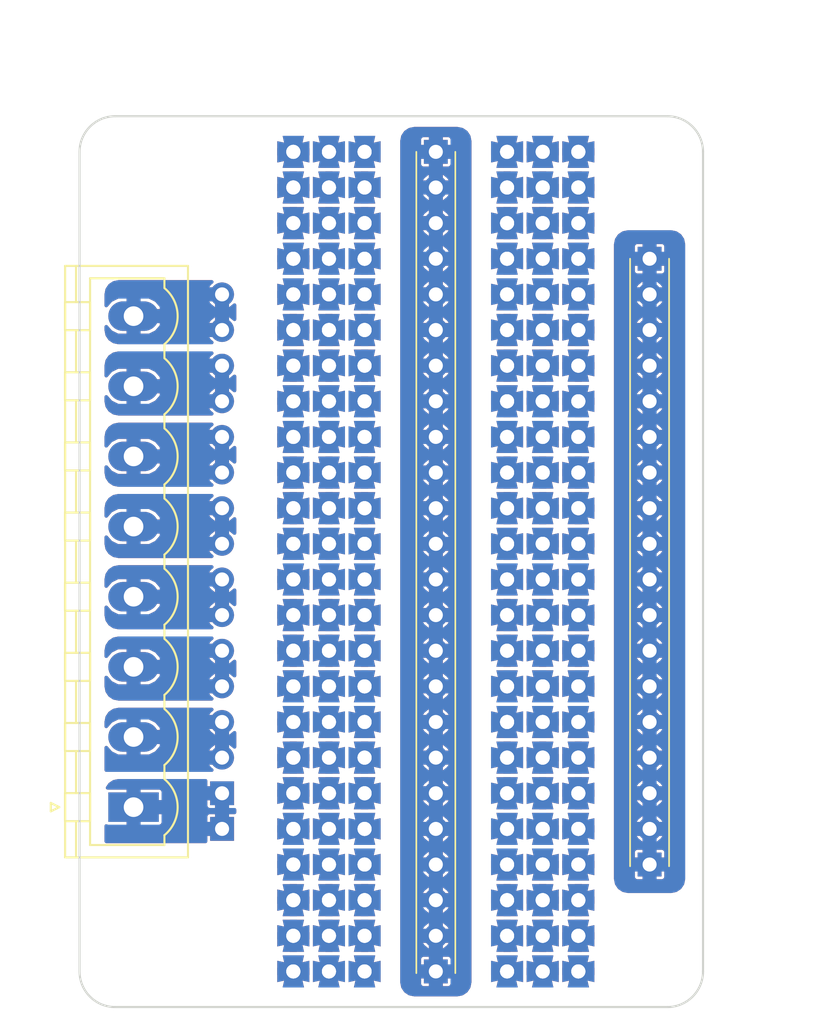
<source format=kicad_pcb>
(kicad_pcb (version 4) (host pcbnew 4.0.5)

  (general
    (links 488)
    (no_connects 0)
    (area 95.174999 69.774999 139.775001 133.425001)
    (thickness 1.6)
    (drawings 10)
    (tracks 0)
    (zones 0)
    (modules 14)
    (nets 155)
  )

  (page A4)
  (layers
    (0 F.Cu signal)
    (31 B.Cu signal)
    (32 B.Adhes user)
    (33 F.Adhes user)
    (34 B.Paste user)
    (35 F.Paste user)
    (36 B.SilkS user)
    (37 F.SilkS user)
    (38 B.Mask user)
    (39 F.Mask user)
    (40 Dwgs.User user)
    (41 Cmts.User user)
    (42 Eco1.User user)
    (43 Eco2.User user)
    (44 Edge.Cuts user)
    (45 Margin user)
    (46 B.CrtYd user)
    (47 F.CrtYd user)
    (48 B.Fab user)
    (49 F.Fab user)
  )

  (setup
    (last_trace_width 1.7)
    (user_trace_width 1.7)
    (trace_clearance 0.2)
    (zone_clearance 0.508)
    (zone_45_only no)
    (trace_min 0.2)
    (segment_width 0.2)
    (edge_width 0.15)
    (via_size 0.6)
    (via_drill 0.4)
    (via_min_size 0.4)
    (via_min_drill 0.3)
    (uvia_size 0.3)
    (uvia_drill 0.1)
    (uvias_allowed no)
    (uvia_min_size 0.2)
    (uvia_min_drill 0.1)
    (pcb_text_width 0.3)
    (pcb_text_size 1.5 1.5)
    (mod_edge_width 0.15)
    (mod_text_size 1 1)
    (mod_text_width 0.15)
    (pad_size 1.7 1.7)
    (pad_drill 1)
    (pad_to_mask_clearance 0.2)
    (aux_axis_origin 0 0)
    (grid_origin 101.6 101.6)
    (visible_elements 7FFEFFFF)
    (pcbplotparams
      (layerselection 0x00030_80000001)
      (usegerberextensions false)
      (excludeedgelayer true)
      (linewidth 0.100000)
      (plotframeref false)
      (viasonmask false)
      (mode 1)
      (useauxorigin false)
      (hpglpennumber 1)
      (hpglpenspeed 20)
      (hpglpendiameter 15)
      (hpglpenoverlay 2)
      (psnegative false)
      (psa4output false)
      (plotreference true)
      (plotvalue true)
      (plotinvisibletext false)
      (padsonsilk false)
      (subtractmaskfromsilk false)
      (outputformat 1)
      (mirror false)
      (drillshape 1)
      (scaleselection 1)
      (outputdirectory ""))
  )

  (net 0 "")
  (net 1 "Net-(J1-Pad1)")
  (net 2 "Net-(J1-Pad2)")
  (net 3 "Net-(J1-Pad3)")
  (net 4 "Net-(J1-Pad4)")
  (net 5 "Net-(J1-Pad5)")
  (net 6 "Net-(J1-Pad6)")
  (net 7 "Net-(J1-Pad7)")
  (net 8 "Net-(J1-Pad8)")
  (net 9 "Net-(P2-Pad1)")
  (net 10 "Net-(P2-Pad2)")
  (net 11 "Net-(P2-Pad3)")
  (net 12 "Net-(P2-Pad4)")
  (net 13 "Net-(P2-Pad5)")
  (net 14 "Net-(P2-Pad6)")
  (net 15 "Net-(P2-Pad7)")
  (net 16 "Net-(P2-Pad8)")
  (net 17 "Net-(P2-Pad9)")
  (net 18 "Net-(P2-Pad10)")
  (net 19 "Net-(P2-Pad11)")
  (net 20 "Net-(P2-Pad12)")
  (net 21 "Net-(P2-Pad13)")
  (net 22 "Net-(P2-Pad14)")
  (net 23 "Net-(P2-Pad15)")
  (net 24 "Net-(P2-Pad16)")
  (net 25 "Net-(P2-Pad17)")
  (net 26 "Net-(P2-Pad18)")
  (net 27 "Net-(P2-Pad19)")
  (net 28 "Net-(P2-Pad20)")
  (net 29 "Net-(P2-Pad21)")
  (net 30 "Net-(P2-Pad22)")
  (net 31 "Net-(P2-Pad23)")
  (net 32 "Net-(P2-Pad24)")
  (net 33 "Net-(P3-Pad1)")
  (net 34 "Net-(P3-Pad2)")
  (net 35 "Net-(P3-Pad3)")
  (net 36 "Net-(P3-Pad4)")
  (net 37 "Net-(P3-Pad5)")
  (net 38 "Net-(P3-Pad6)")
  (net 39 "Net-(P3-Pad7)")
  (net 40 "Net-(P3-Pad8)")
  (net 41 "Net-(P3-Pad9)")
  (net 42 "Net-(P3-Pad10)")
  (net 43 "Net-(P3-Pad11)")
  (net 44 "Net-(P3-Pad12)")
  (net 45 "Net-(P3-Pad13)")
  (net 46 "Net-(P3-Pad14)")
  (net 47 "Net-(P3-Pad15)")
  (net 48 "Net-(P3-Pad16)")
  (net 49 "Net-(P3-Pad17)")
  (net 50 "Net-(P3-Pad18)")
  (net 51 "Net-(P3-Pad19)")
  (net 52 "Net-(P3-Pad20)")
  (net 53 "Net-(P3-Pad21)")
  (net 54 "Net-(P3-Pad22)")
  (net 55 "Net-(P3-Pad23)")
  (net 56 "Net-(P3-Pad24)")
  (net 57 "Net-(P4-Pad1)")
  (net 58 "Net-(P4-Pad2)")
  (net 59 "Net-(P4-Pad3)")
  (net 60 "Net-(P4-Pad4)")
  (net 61 "Net-(P4-Pad5)")
  (net 62 "Net-(P4-Pad6)")
  (net 63 "Net-(P4-Pad7)")
  (net 64 "Net-(P4-Pad8)")
  (net 65 "Net-(P4-Pad9)")
  (net 66 "Net-(P4-Pad10)")
  (net 67 "Net-(P4-Pad11)")
  (net 68 "Net-(P4-Pad12)")
  (net 69 "Net-(P4-Pad13)")
  (net 70 "Net-(P4-Pad14)")
  (net 71 "Net-(P4-Pad15)")
  (net 72 "Net-(P4-Pad16)")
  (net 73 "Net-(P4-Pad17)")
  (net 74 "Net-(P4-Pad18)")
  (net 75 "Net-(P4-Pad19)")
  (net 76 "Net-(P4-Pad20)")
  (net 77 "Net-(P4-Pad21)")
  (net 78 "Net-(P4-Pad22)")
  (net 79 "Net-(P4-Pad23)")
  (net 80 "Net-(P4-Pad24)")
  (net 81 "Net-(P5-Pad1)")
  (net 82 "Net-(P6-Pad1)")
  (net 83 "Net-(P6-Pad2)")
  (net 84 "Net-(P6-Pad3)")
  (net 85 "Net-(P6-Pad4)")
  (net 86 "Net-(P6-Pad5)")
  (net 87 "Net-(P6-Pad6)")
  (net 88 "Net-(P6-Pad7)")
  (net 89 "Net-(P6-Pad8)")
  (net 90 "Net-(P6-Pad9)")
  (net 91 "Net-(P6-Pad10)")
  (net 92 "Net-(P6-Pad11)")
  (net 93 "Net-(P6-Pad12)")
  (net 94 "Net-(P6-Pad13)")
  (net 95 "Net-(P6-Pad14)")
  (net 96 "Net-(P6-Pad15)")
  (net 97 "Net-(P6-Pad16)")
  (net 98 "Net-(P6-Pad17)")
  (net 99 "Net-(P6-Pad18)")
  (net 100 "Net-(P6-Pad19)")
  (net 101 "Net-(P6-Pad20)")
  (net 102 "Net-(P6-Pad21)")
  (net 103 "Net-(P6-Pad22)")
  (net 104 "Net-(P6-Pad23)")
  (net 105 "Net-(P6-Pad24)")
  (net 106 "Net-(P7-Pad1)")
  (net 107 "Net-(P7-Pad2)")
  (net 108 "Net-(P7-Pad3)")
  (net 109 "Net-(P7-Pad4)")
  (net 110 "Net-(P7-Pad5)")
  (net 111 "Net-(P7-Pad6)")
  (net 112 "Net-(P7-Pad7)")
  (net 113 "Net-(P7-Pad8)")
  (net 114 "Net-(P7-Pad9)")
  (net 115 "Net-(P7-Pad10)")
  (net 116 "Net-(P7-Pad11)")
  (net 117 "Net-(P7-Pad12)")
  (net 118 "Net-(P7-Pad13)")
  (net 119 "Net-(P7-Pad14)")
  (net 120 "Net-(P7-Pad15)")
  (net 121 "Net-(P7-Pad16)")
  (net 122 "Net-(P7-Pad17)")
  (net 123 "Net-(P7-Pad18)")
  (net 124 "Net-(P7-Pad19)")
  (net 125 "Net-(P7-Pad20)")
  (net 126 "Net-(P7-Pad21)")
  (net 127 "Net-(P7-Pad22)")
  (net 128 "Net-(P7-Pad23)")
  (net 129 "Net-(P7-Pad24)")
  (net 130 "Net-(P8-Pad1)")
  (net 131 "Net-(P8-Pad2)")
  (net 132 "Net-(P8-Pad3)")
  (net 133 "Net-(P8-Pad4)")
  (net 134 "Net-(P8-Pad5)")
  (net 135 "Net-(P8-Pad6)")
  (net 136 "Net-(P8-Pad7)")
  (net 137 "Net-(P8-Pad8)")
  (net 138 "Net-(P8-Pad9)")
  (net 139 "Net-(P8-Pad10)")
  (net 140 "Net-(P8-Pad11)")
  (net 141 "Net-(P8-Pad12)")
  (net 142 "Net-(P8-Pad13)")
  (net 143 "Net-(P8-Pad14)")
  (net 144 "Net-(P8-Pad15)")
  (net 145 "Net-(P8-Pad16)")
  (net 146 "Net-(P8-Pad17)")
  (net 147 "Net-(P8-Pad18)")
  (net 148 "Net-(P8-Pad19)")
  (net 149 "Net-(P8-Pad20)")
  (net 150 "Net-(P8-Pad21)")
  (net 151 "Net-(P8-Pad22)")
  (net 152 "Net-(P8-Pad23)")
  (net 153 "Net-(P8-Pad24)")
  (net 154 "Net-(P9-Pad1)")

  (net_class Default "This is the default net class."
    (clearance 0.2)
    (trace_width 0.25)
    (via_dia 0.6)
    (via_drill 0.4)
    (uvia_dia 0.3)
    (uvia_drill 0.1)
    (add_net "Net-(J1-Pad1)")
    (add_net "Net-(J1-Pad2)")
    (add_net "Net-(J1-Pad3)")
    (add_net "Net-(J1-Pad4)")
    (add_net "Net-(J1-Pad5)")
    (add_net "Net-(J1-Pad6)")
    (add_net "Net-(J1-Pad7)")
    (add_net "Net-(J1-Pad8)")
    (add_net "Net-(P2-Pad1)")
    (add_net "Net-(P2-Pad10)")
    (add_net "Net-(P2-Pad11)")
    (add_net "Net-(P2-Pad12)")
    (add_net "Net-(P2-Pad13)")
    (add_net "Net-(P2-Pad14)")
    (add_net "Net-(P2-Pad15)")
    (add_net "Net-(P2-Pad16)")
    (add_net "Net-(P2-Pad17)")
    (add_net "Net-(P2-Pad18)")
    (add_net "Net-(P2-Pad19)")
    (add_net "Net-(P2-Pad2)")
    (add_net "Net-(P2-Pad20)")
    (add_net "Net-(P2-Pad21)")
    (add_net "Net-(P2-Pad22)")
    (add_net "Net-(P2-Pad23)")
    (add_net "Net-(P2-Pad24)")
    (add_net "Net-(P2-Pad3)")
    (add_net "Net-(P2-Pad4)")
    (add_net "Net-(P2-Pad5)")
    (add_net "Net-(P2-Pad6)")
    (add_net "Net-(P2-Pad7)")
    (add_net "Net-(P2-Pad8)")
    (add_net "Net-(P2-Pad9)")
    (add_net "Net-(P3-Pad1)")
    (add_net "Net-(P3-Pad10)")
    (add_net "Net-(P3-Pad11)")
    (add_net "Net-(P3-Pad12)")
    (add_net "Net-(P3-Pad13)")
    (add_net "Net-(P3-Pad14)")
    (add_net "Net-(P3-Pad15)")
    (add_net "Net-(P3-Pad16)")
    (add_net "Net-(P3-Pad17)")
    (add_net "Net-(P3-Pad18)")
    (add_net "Net-(P3-Pad19)")
    (add_net "Net-(P3-Pad2)")
    (add_net "Net-(P3-Pad20)")
    (add_net "Net-(P3-Pad21)")
    (add_net "Net-(P3-Pad22)")
    (add_net "Net-(P3-Pad23)")
    (add_net "Net-(P3-Pad24)")
    (add_net "Net-(P3-Pad3)")
    (add_net "Net-(P3-Pad4)")
    (add_net "Net-(P3-Pad5)")
    (add_net "Net-(P3-Pad6)")
    (add_net "Net-(P3-Pad7)")
    (add_net "Net-(P3-Pad8)")
    (add_net "Net-(P3-Pad9)")
    (add_net "Net-(P4-Pad1)")
    (add_net "Net-(P4-Pad10)")
    (add_net "Net-(P4-Pad11)")
    (add_net "Net-(P4-Pad12)")
    (add_net "Net-(P4-Pad13)")
    (add_net "Net-(P4-Pad14)")
    (add_net "Net-(P4-Pad15)")
    (add_net "Net-(P4-Pad16)")
    (add_net "Net-(P4-Pad17)")
    (add_net "Net-(P4-Pad18)")
    (add_net "Net-(P4-Pad19)")
    (add_net "Net-(P4-Pad2)")
    (add_net "Net-(P4-Pad20)")
    (add_net "Net-(P4-Pad21)")
    (add_net "Net-(P4-Pad22)")
    (add_net "Net-(P4-Pad23)")
    (add_net "Net-(P4-Pad24)")
    (add_net "Net-(P4-Pad3)")
    (add_net "Net-(P4-Pad4)")
    (add_net "Net-(P4-Pad5)")
    (add_net "Net-(P4-Pad6)")
    (add_net "Net-(P4-Pad7)")
    (add_net "Net-(P4-Pad8)")
    (add_net "Net-(P4-Pad9)")
    (add_net "Net-(P5-Pad1)")
    (add_net "Net-(P6-Pad1)")
    (add_net "Net-(P6-Pad10)")
    (add_net "Net-(P6-Pad11)")
    (add_net "Net-(P6-Pad12)")
    (add_net "Net-(P6-Pad13)")
    (add_net "Net-(P6-Pad14)")
    (add_net "Net-(P6-Pad15)")
    (add_net "Net-(P6-Pad16)")
    (add_net "Net-(P6-Pad17)")
    (add_net "Net-(P6-Pad18)")
    (add_net "Net-(P6-Pad19)")
    (add_net "Net-(P6-Pad2)")
    (add_net "Net-(P6-Pad20)")
    (add_net "Net-(P6-Pad21)")
    (add_net "Net-(P6-Pad22)")
    (add_net "Net-(P6-Pad23)")
    (add_net "Net-(P6-Pad24)")
    (add_net "Net-(P6-Pad3)")
    (add_net "Net-(P6-Pad4)")
    (add_net "Net-(P6-Pad5)")
    (add_net "Net-(P6-Pad6)")
    (add_net "Net-(P6-Pad7)")
    (add_net "Net-(P6-Pad8)")
    (add_net "Net-(P6-Pad9)")
    (add_net "Net-(P7-Pad1)")
    (add_net "Net-(P7-Pad10)")
    (add_net "Net-(P7-Pad11)")
    (add_net "Net-(P7-Pad12)")
    (add_net "Net-(P7-Pad13)")
    (add_net "Net-(P7-Pad14)")
    (add_net "Net-(P7-Pad15)")
    (add_net "Net-(P7-Pad16)")
    (add_net "Net-(P7-Pad17)")
    (add_net "Net-(P7-Pad18)")
    (add_net "Net-(P7-Pad19)")
    (add_net "Net-(P7-Pad2)")
    (add_net "Net-(P7-Pad20)")
    (add_net "Net-(P7-Pad21)")
    (add_net "Net-(P7-Pad22)")
    (add_net "Net-(P7-Pad23)")
    (add_net "Net-(P7-Pad24)")
    (add_net "Net-(P7-Pad3)")
    (add_net "Net-(P7-Pad4)")
    (add_net "Net-(P7-Pad5)")
    (add_net "Net-(P7-Pad6)")
    (add_net "Net-(P7-Pad7)")
    (add_net "Net-(P7-Pad8)")
    (add_net "Net-(P7-Pad9)")
    (add_net "Net-(P8-Pad1)")
    (add_net "Net-(P8-Pad10)")
    (add_net "Net-(P8-Pad11)")
    (add_net "Net-(P8-Pad12)")
    (add_net "Net-(P8-Pad13)")
    (add_net "Net-(P8-Pad14)")
    (add_net "Net-(P8-Pad15)")
    (add_net "Net-(P8-Pad16)")
    (add_net "Net-(P8-Pad17)")
    (add_net "Net-(P8-Pad18)")
    (add_net "Net-(P8-Pad19)")
    (add_net "Net-(P8-Pad2)")
    (add_net "Net-(P8-Pad20)")
    (add_net "Net-(P8-Pad21)")
    (add_net "Net-(P8-Pad22)")
    (add_net "Net-(P8-Pad23)")
    (add_net "Net-(P8-Pad24)")
    (add_net "Net-(P8-Pad3)")
    (add_net "Net-(P8-Pad4)")
    (add_net "Net-(P8-Pad5)")
    (add_net "Net-(P8-Pad6)")
    (add_net "Net-(P8-Pad7)")
    (add_net "Net-(P8-Pad8)")
    (add_net "Net-(P8-Pad9)")
    (add_net "Net-(P9-Pad1)")
  )

  (module Pin_Headers:Pin_Header_Straight_1x18_Pitch2.54mm (layer F.Cu) (tedit 589BEA09) (tstamp 589B8F0B)
    (at 135.89 80.01)
    (descr "Through hole straight pin header, 1x18, 2.54mm pitch, single row")
    (tags "Through hole pin header THT 1x18 2.54mm single row")
    (path /589B8B12)
    (fp_text reference P9 (at 0 -2.39) (layer F.SilkS) hide
      (effects (font (size 1 1) (thickness 0.15)))
    )
    (fp_text value CONN_01X18 (at 0 45.57) (layer F.Fab)
      (effects (font (size 1 1) (thickness 0.15)))
    )
    (fp_line (start -1.27 -1.27) (end -1.27 44.45) (layer F.Fab) (width 0.1))
    (fp_line (start -1.27 44.45) (end 1.27 44.45) (layer F.Fab) (width 0.1))
    (fp_line (start 1.27 44.45) (end 1.27 -1.27) (layer F.Fab) (width 0.1))
    (fp_line (start 1.27 -1.27) (end -1.27 -1.27) (layer F.Fab) (width 0.1))
    (fp_line (start -1.39 0) (end -1.39 43.3) (layer F.SilkS) (width 0.12))
    (fp_line (start 1.39 43.3) (end 1.39 0) (layer F.SilkS) (width 0.12))
    (fp_line (start -1.6 -1.6) (end -1.6 44.7) (layer F.CrtYd) (width 0.05))
    (fp_line (start -1.6 44.7) (end 1.6 44.7) (layer F.CrtYd) (width 0.05))
    (fp_line (start 1.6 44.7) (end 1.6 -1.6) (layer F.CrtYd) (width 0.05))
    (fp_line (start 1.6 -1.6) (end -1.6 -1.6) (layer F.CrtYd) (width 0.05))
    (pad 1 thru_hole rect (at 0 0) (size 1.7 1.7) (drill 1) (layers *.Cu *.Mask)
      (net 154 "Net-(P9-Pad1)"))
    (pad 2 thru_hole oval (at 0 2.54) (size 1.7 1.7) (drill 1) (layers *.Cu *.Mask)
      (net 154 "Net-(P9-Pad1)"))
    (pad 3 thru_hole oval (at 0 5.08) (size 1.7 1.7) (drill 1) (layers *.Cu *.Mask)
      (net 154 "Net-(P9-Pad1)"))
    (pad 4 thru_hole oval (at 0 7.62) (size 1.7 1.7) (drill 1) (layers *.Cu *.Mask)
      (net 154 "Net-(P9-Pad1)"))
    (pad 5 thru_hole oval (at 0 10.16) (size 1.7 1.7) (drill 1) (layers *.Cu *.Mask)
      (net 154 "Net-(P9-Pad1)"))
    (pad 6 thru_hole oval (at 0 12.7) (size 1.7 1.7) (drill 1) (layers *.Cu *.Mask)
      (net 154 "Net-(P9-Pad1)"))
    (pad 7 thru_hole oval (at 0 15.24) (size 1.7 1.7) (drill 1) (layers *.Cu *.Mask)
      (net 154 "Net-(P9-Pad1)"))
    (pad 8 thru_hole oval (at 0 17.78) (size 1.7 1.7) (drill 1) (layers *.Cu *.Mask)
      (net 154 "Net-(P9-Pad1)"))
    (pad 9 thru_hole oval (at 0 20.32) (size 1.7 1.7) (drill 1) (layers *.Cu *.Mask)
      (net 154 "Net-(P9-Pad1)"))
    (pad 10 thru_hole oval (at 0 22.86) (size 1.7 1.7) (drill 1) (layers *.Cu *.Mask)
      (net 154 "Net-(P9-Pad1)"))
    (pad 11 thru_hole oval (at 0 25.4) (size 1.7 1.7) (drill 1) (layers *.Cu *.Mask)
      (net 154 "Net-(P9-Pad1)"))
    (pad 12 thru_hole oval (at 0 27.94) (size 1.7 1.7) (drill 1) (layers *.Cu *.Mask)
      (net 154 "Net-(P9-Pad1)"))
    (pad 13 thru_hole oval (at 0 30.48) (size 1.7 1.7) (drill 1) (layers *.Cu *.Mask)
      (net 154 "Net-(P9-Pad1)"))
    (pad 14 thru_hole oval (at 0 33.02) (size 1.7 1.7) (drill 1) (layers *.Cu *.Mask)
      (net 154 "Net-(P9-Pad1)"))
    (pad 15 thru_hole oval (at 0 35.56) (size 1.7 1.7) (drill 1) (layers *.Cu *.Mask)
      (net 154 "Net-(P9-Pad1)"))
    (pad 16 thru_hole oval (at 0 38.1) (size 1.7 1.7) (drill 1) (layers *.Cu *.Mask)
      (net 154 "Net-(P9-Pad1)"))
    (pad 17 thru_hole oval (at 0 40.64) (size 1.7 1.7) (drill 1) (layers *.Cu *.Mask)
      (net 154 "Net-(P9-Pad1)"))
    (pad 18 thru_hole rect (at 0 43.18) (size 1.7 1.7) (drill 1) (layers *.Cu *.Mask)
      (net 154 "Net-(P9-Pad1)"))
    (model Pin_Headers.3dshapes/Pin_Header_Straight_1x18_Pitch2.54mm.wrl
      (at (xyz 0 -0.85 0))
      (scale (xyz 1 1 1))
      (rotate (xyz 0 0 90))
    )
  )

  (module Pin_Headers:Pin_Header_Straight_1x24_Pitch2.54mm (layer F.Cu) (tedit 589BE9D6) (tstamp 589B8E9F)
    (at 120.65 72.39)
    (descr "Through hole straight pin header, 1x24, 2.54mm pitch, single row")
    (tags "Through hole pin header THT 1x24 2.54mm single row")
    (path /589B8574)
    (fp_text reference P5 (at 0 -2.39) (layer F.SilkS) hide
      (effects (font (size 1 1) (thickness 0.15)))
    )
    (fp_text value CONN_01X24 (at 0 60.81) (layer F.Fab)
      (effects (font (size 1 1) (thickness 0.15)))
    )
    (fp_line (start -1.27 -1.27) (end -1.27 59.69) (layer F.Fab) (width 0.1))
    (fp_line (start -1.27 59.69) (end 1.27 59.69) (layer F.Fab) (width 0.1))
    (fp_line (start 1.27 59.69) (end 1.27 -1.27) (layer F.Fab) (width 0.1))
    (fp_line (start 1.27 -1.27) (end -1.27 -1.27) (layer F.Fab) (width 0.1))
    (fp_line (start -1.39 0) (end -1.39 58.54) (layer F.SilkS) (width 0.12))
    (fp_line (start 1.39 58.54) (end 1.39 0) (layer F.SilkS) (width 0.12))
    (fp_line (start -1.6 -1.6) (end -1.6 60) (layer F.CrtYd) (width 0.05))
    (fp_line (start -1.6 60) (end 1.6 60) (layer F.CrtYd) (width 0.05))
    (fp_line (start 1.6 60) (end 1.6 -1.6) (layer F.CrtYd) (width 0.05))
    (fp_line (start 1.6 -1.6) (end -1.6 -1.6) (layer F.CrtYd) (width 0.05))
    (pad 1 thru_hole rect (at 0 0) (size 1.7 1.7) (drill 1) (layers *.Cu *.Mask)
      (net 81 "Net-(P5-Pad1)"))
    (pad 2 thru_hole oval (at 0 2.54) (size 1.7 1.7) (drill 1) (layers *.Cu *.Mask)
      (net 81 "Net-(P5-Pad1)"))
    (pad 3 thru_hole oval (at 0 5.08) (size 1.7 1.7) (drill 1) (layers *.Cu *.Mask)
      (net 81 "Net-(P5-Pad1)"))
    (pad 4 thru_hole oval (at 0 7.62) (size 1.7 1.7) (drill 1) (layers *.Cu *.Mask)
      (net 81 "Net-(P5-Pad1)"))
    (pad 5 thru_hole oval (at 0 10.16) (size 1.7 1.7) (drill 1) (layers *.Cu *.Mask)
      (net 81 "Net-(P5-Pad1)"))
    (pad 6 thru_hole oval (at 0 12.7) (size 1.7 1.7) (drill 1) (layers *.Cu *.Mask)
      (net 81 "Net-(P5-Pad1)"))
    (pad 7 thru_hole oval (at 0 15.24) (size 1.7 1.7) (drill 1) (layers *.Cu *.Mask)
      (net 81 "Net-(P5-Pad1)"))
    (pad 8 thru_hole oval (at 0 17.78) (size 1.7 1.7) (drill 1) (layers *.Cu *.Mask)
      (net 81 "Net-(P5-Pad1)"))
    (pad 9 thru_hole oval (at 0 20.32) (size 1.7 1.7) (drill 1) (layers *.Cu *.Mask)
      (net 81 "Net-(P5-Pad1)"))
    (pad 10 thru_hole oval (at 0 22.86) (size 1.7 1.7) (drill 1) (layers *.Cu *.Mask)
      (net 81 "Net-(P5-Pad1)"))
    (pad 11 thru_hole oval (at 0 25.4) (size 1.7 1.7) (drill 1) (layers *.Cu *.Mask)
      (net 81 "Net-(P5-Pad1)"))
    (pad 12 thru_hole oval (at 0 27.94) (size 1.7 1.7) (drill 1) (layers *.Cu *.Mask)
      (net 81 "Net-(P5-Pad1)"))
    (pad 13 thru_hole oval (at 0 30.48) (size 1.7 1.7) (drill 1) (layers *.Cu *.Mask)
      (net 81 "Net-(P5-Pad1)"))
    (pad 14 thru_hole oval (at 0 33.02) (size 1.7 1.7) (drill 1) (layers *.Cu *.Mask)
      (net 81 "Net-(P5-Pad1)"))
    (pad 15 thru_hole oval (at 0 35.56) (size 1.7 1.7) (drill 1) (layers *.Cu *.Mask)
      (net 81 "Net-(P5-Pad1)"))
    (pad 16 thru_hole oval (at 0 38.1) (size 1.7 1.7) (drill 1) (layers *.Cu *.Mask)
      (net 81 "Net-(P5-Pad1)"))
    (pad 17 thru_hole oval (at 0 40.64) (size 1.7 1.7) (drill 1) (layers *.Cu *.Mask)
      (net 81 "Net-(P5-Pad1)"))
    (pad 18 thru_hole oval (at 0 43.18) (size 1.7 1.7) (drill 1) (layers *.Cu *.Mask)
      (net 81 "Net-(P5-Pad1)"))
    (pad 19 thru_hole oval (at 0 45.72) (size 1.7 1.7) (drill 1) (layers *.Cu *.Mask)
      (net 81 "Net-(P5-Pad1)"))
    (pad 20 thru_hole oval (at 0 48.26) (size 1.7 1.7) (drill 1) (layers *.Cu *.Mask)
      (net 81 "Net-(P5-Pad1)"))
    (pad 21 thru_hole oval (at 0 50.8) (size 1.7 1.7) (drill 1) (layers *.Cu *.Mask)
      (net 81 "Net-(P5-Pad1)"))
    (pad 22 thru_hole oval (at 0 53.34) (size 1.7 1.7) (drill 1) (layers *.Cu *.Mask)
      (net 81 "Net-(P5-Pad1)"))
    (pad 23 thru_hole oval (at 0 55.88) (size 1.7 1.7) (drill 1) (layers *.Cu *.Mask)
      (net 81 "Net-(P5-Pad1)"))
    (pad 24 thru_hole rect (at 0 58.42) (size 1.7 1.7) (drill 1) (layers *.Cu *.Mask)
      (net 81 "Net-(P5-Pad1)"))
    (model Pin_Headers.3dshapes/Pin_Header_Straight_1x24_Pitch2.54mm.wrl
      (at (xyz 0 -1.15 0))
      (scale (xyz 1 1 1))
      (rotate (xyz 0 0 90))
    )
  )

  (module Pin_Headers:Pin_Header_Straight_1x16_Pitch2.54mm (layer F.Cu) (tedit 589BE973) (tstamp 589B8E3B)
    (at 105.41 120.65 180)
    (descr "Through hole straight pin header, 1x16, 2.54mm pitch, single row")
    (tags "Through hole pin header THT 1x16 2.54mm single row")
    (path /589B72AF)
    (fp_text reference P1 (at 0 -2.39 180) (layer F.SilkS) hide
      (effects (font (size 1 1) (thickness 0.15)))
    )
    (fp_text value CONN_01X16 (at 0 40.49 180) (layer F.Fab)
      (effects (font (size 1 1) (thickness 0.15)))
    )
    (fp_line (start -1.27 -1.27) (end -1.27 39.37) (layer F.Fab) (width 0.1))
    (fp_line (start -1.27 39.37) (end 1.27 39.37) (layer F.Fab) (width 0.1))
    (fp_line (start 1.27 39.37) (end 1.27 -1.27) (layer F.Fab) (width 0.1))
    (fp_line (start 1.27 -1.27) (end -1.27 -1.27) (layer F.Fab) (width 0.1))
    (fp_line (start -1.6 -1.6) (end -1.6 39.7) (layer F.CrtYd) (width 0.05))
    (fp_line (start -1.6 39.7) (end 1.6 39.7) (layer F.CrtYd) (width 0.05))
    (fp_line (start 1.6 39.7) (end 1.6 -1.6) (layer F.CrtYd) (width 0.05))
    (fp_line (start 1.6 -1.6) (end -1.6 -1.6) (layer F.CrtYd) (width 0.05))
    (pad 1 thru_hole rect (at 0 0 180) (size 1.7 1.7) (drill 1) (layers *.Cu *.Mask)
      (net 1 "Net-(J1-Pad1)"))
    (pad 2 thru_hole rect (at 0 2.54 180) (size 1.7 1.7) (drill 1) (layers *.Cu *.Mask)
      (net 1 "Net-(J1-Pad1)"))
    (pad 3 thru_hole oval (at 0 5.08 180) (size 1.7 1.7) (drill 1) (layers *.Cu *.Mask)
      (net 2 "Net-(J1-Pad2)"))
    (pad 4 thru_hole oval (at 0 7.62 180) (size 1.7 1.7) (drill 1) (layers *.Cu *.Mask)
      (net 2 "Net-(J1-Pad2)"))
    (pad 5 thru_hole oval (at 0 10.16 180) (size 1.7 1.7) (drill 1) (layers *.Cu *.Mask)
      (net 3 "Net-(J1-Pad3)"))
    (pad 6 thru_hole oval (at 0 12.7 180) (size 1.7 1.7) (drill 1) (layers *.Cu *.Mask)
      (net 3 "Net-(J1-Pad3)"))
    (pad 7 thru_hole oval (at 0 15.24 180) (size 1.7 1.7) (drill 1) (layers *.Cu *.Mask)
      (net 4 "Net-(J1-Pad4)"))
    (pad 8 thru_hole oval (at 0 17.78 180) (size 1.7 1.7) (drill 1) (layers *.Cu *.Mask)
      (net 4 "Net-(J1-Pad4)"))
    (pad 9 thru_hole oval (at 0 20.32 180) (size 1.7 1.7) (drill 1) (layers *.Cu *.Mask)
      (net 5 "Net-(J1-Pad5)"))
    (pad 10 thru_hole oval (at 0 22.86 180) (size 1.7 1.7) (drill 1) (layers *.Cu *.Mask)
      (net 5 "Net-(J1-Pad5)"))
    (pad 11 thru_hole oval (at 0 25.4 180) (size 1.7 1.7) (drill 1) (layers *.Cu *.Mask)
      (net 6 "Net-(J1-Pad6)"))
    (pad 12 thru_hole oval (at 0 27.94 180) (size 1.7 1.7) (drill 1) (layers *.Cu *.Mask)
      (net 6 "Net-(J1-Pad6)"))
    (pad 13 thru_hole oval (at 0 30.48 180) (size 1.7 1.7) (drill 1) (layers *.Cu *.Mask)
      (net 7 "Net-(J1-Pad7)"))
    (pad 14 thru_hole oval (at 0 33.02 180) (size 1.7 1.7) (drill 1) (layers *.Cu *.Mask)
      (net 7 "Net-(J1-Pad7)"))
    (pad 15 thru_hole oval (at 0 35.56 180) (size 1.7 1.7) (drill 1) (layers *.Cu *.Mask)
      (net 8 "Net-(J1-Pad8)"))
    (pad 16 thru_hole oval (at 0 38.1 180) (size 1.7 1.7) (drill 1) (layers *.Cu *.Mask)
      (net 8 "Net-(J1-Pad8)"))
    (model Pin_Headers.3dshapes/Pin_Header_Straight_1x16_Pitch2.54mm.wrl
      (at (xyz 0 -0.75 0))
      (scale (xyz 1 1 1))
      (rotate (xyz 0 0 90))
    )
  )

  (module Mounting_Holes:MountingHole_3.2mm_M3 (layer F.Cu) (tedit 589B8379) (tstamp 589B8353)
    (at 135.89 129.54)
    (descr "Mounting Hole 3.2mm, no annular, M3")
    (tags "mounting hole 3.2mm no annular m3")
    (fp_text reference H (at 0 -4.2) (layer F.SilkS) hide
      (effects (font (size 1 1) (thickness 0.15)))
    )
    (fp_text value MountingHole_3.2mm_M3 (at 0 4.2) (layer F.Fab)
      (effects (font (size 1 1) (thickness 0.15)))
    )
    (fp_circle (center 0 0) (end 3.2 0) (layer Cmts.User) (width 0.15))
    (fp_circle (center 0 0) (end 3.45 0) (layer F.CrtYd) (width 0.05))
    (pad 1 np_thru_hole circle (at 0 0) (size 3.2 3.2) (drill 3.2) (layers *.Cu *.Mask))
  )

  (module Mounting_Holes:MountingHole_3.2mm_M3 (layer F.Cu) (tedit 589B8373) (tstamp 589B834D)
    (at 99.06 129.54)
    (descr "Mounting Hole 3.2mm, no annular, M3")
    (tags "mounting hole 3.2mm no annular m3")
    (fp_text reference H (at 0 -4.2) (layer F.SilkS) hide
      (effects (font (size 1 1) (thickness 0.15)))
    )
    (fp_text value MountingHole_3.2mm_M3 (at 0 4.2) (layer F.Fab)
      (effects (font (size 1 1) (thickness 0.15)))
    )
    (fp_circle (center 0 0) (end 3.2 0) (layer Cmts.User) (width 0.15))
    (fp_circle (center 0 0) (end 3.45 0) (layer F.CrtYd) (width 0.05))
    (pad 1 np_thru_hole circle (at 0 0) (size 3.2 3.2) (drill 3.2) (layers *.Cu *.Mask))
  )

  (module Mounting_Holes:MountingHole_3.2mm_M3 (layer F.Cu) (tedit 589B8366) (tstamp 589B8347)
    (at 135.89 73.66)
    (descr "Mounting Hole 3.2mm, no annular, M3")
    (tags "mounting hole 3.2mm no annular m3")
    (fp_text reference H (at 0 -4.2) (layer F.SilkS) hide
      (effects (font (size 1 1) (thickness 0.15)))
    )
    (fp_text value MountingHole_3.2mm_M3 (at 0 4.2) (layer F.Fab)
      (effects (font (size 1 1) (thickness 0.15)))
    )
    (fp_circle (center 0 0) (end 3.2 0) (layer Cmts.User) (width 0.15))
    (fp_circle (center 0 0) (end 3.45 0) (layer F.CrtYd) (width 0.05))
    (pad 1 np_thru_hole circle (at 0 0) (size 3.2 3.2) (drill 3.2) (layers *.Cu *.Mask))
  )

  (module Mounting_Holes:MountingHole_3.2mm_M3 (layer F.Cu) (tedit 589B836B) (tstamp 589B824F)
    (at 99.06 73.66)
    (descr "Mounting Hole 3.2mm, no annular, M3")
    (tags "mounting hole 3.2mm no annular m3")
    (fp_text reference H (at 0 -4.2) (layer F.SilkS) hide
      (effects (font (size 1 1) (thickness 0.15)))
    )
    (fp_text value MountingHole_3.2mm_M3 (at 0 4.2) (layer F.Fab)
      (effects (font (size 1 1) (thickness 0.15)))
    )
    (fp_circle (center 0 0) (end 3.2 0) (layer Cmts.User) (width 0.15))
    (fp_circle (center 0 0) (end 3.45 0) (layer F.CrtYd) (width 0.05))
    (pad 1 np_thru_hole circle (at 0 0) (size 3.2 3.2) (drill 3.2) (layers *.Cu *.Mask))
  )

  (module Connectors_Phoenix:PhoenixContact_MSTBVA-G_08x5.00mm_Vertical (layer F.Cu) (tedit 589B8831) (tstamp 589B8416)
    (at 99.1 119.1 90)
    (descr "Generic Phoenix Contact connector footprint for series: MSTBVA-G; number of pins: 08; pin pitch: 5.00mm; Vertical || order number: 1755574 12A || order number: 1924253 16A (HC)")
    (tags "phoenix_contact connector MSTBVA_01x08_G_5.00mm")
    (path /589B7253)
    (fp_text reference J1 (at 17.5 -6 90) (layer F.SilkS) hide
      (effects (font (size 1 1) (thickness 0.15)))
    )
    (fp_text value Screw_Terminal_1x08 (at 17.5 5.3 90) (layer F.Fab)
      (effects (font (size 1 1) (thickness 0.15)))
    )
    (fp_arc (start 0 0.55) (end -2 2.2) (angle -100.5) (layer F.SilkS) (width 0.15))
    (fp_arc (start 5 0.55) (end 3 2.2) (angle -100.5) (layer F.SilkS) (width 0.15))
    (fp_arc (start 10 0.55) (end 8 2.2) (angle -100.5) (layer F.SilkS) (width 0.15))
    (fp_arc (start 15 0.55) (end 13 2.2) (angle -100.5) (layer F.SilkS) (width 0.15))
    (fp_arc (start 20 0.55) (end 18 2.2) (angle -100.5) (layer F.SilkS) (width 0.15))
    (fp_arc (start 25 0.55) (end 23 2.2) (angle -100.5) (layer F.SilkS) (width 0.15))
    (fp_arc (start 30 0.55) (end 28 2.2) (angle -100.5) (layer F.SilkS) (width 0.15))
    (fp_arc (start 35 0.55) (end 33 2.2) (angle -100.5) (layer F.SilkS) (width 0.15))
    (fp_line (start -3.58 -4.88) (end -3.58 3.88) (layer F.SilkS) (width 0.15))
    (fp_line (start -3.58 3.88) (end 38.58 3.88) (layer F.SilkS) (width 0.15))
    (fp_line (start 38.58 3.88) (end 38.58 -4.88) (layer F.SilkS) (width 0.15))
    (fp_line (start 38.58 -4.88) (end -3.58 -4.88) (layer F.SilkS) (width 0.15))
    (fp_line (start -3.58 -4.1) (end -1.08 -4.1) (layer F.SilkS) (width 0.15))
    (fp_line (start 38.58 -4.1) (end 36.08 -4.1) (layer F.SilkS) (width 0.15))
    (fp_line (start 1 -4.1) (end 4 -4.1) (layer F.SilkS) (width 0.15))
    (fp_line (start 6 -4.1) (end 9 -4.1) (layer F.SilkS) (width 0.15))
    (fp_line (start 11 -4.1) (end 14 -4.1) (layer F.SilkS) (width 0.15))
    (fp_line (start 16 -4.1) (end 19 -4.1) (layer F.SilkS) (width 0.15))
    (fp_line (start 21 -4.1) (end 24 -4.1) (layer F.SilkS) (width 0.15))
    (fp_line (start 26 -4.1) (end 29 -4.1) (layer F.SilkS) (width 0.15))
    (fp_line (start 31 -4.1) (end 34 -4.1) (layer F.SilkS) (width 0.15))
    (fp_line (start -1 -3.1) (end -1 -4.88) (layer F.SilkS) (width 0.15))
    (fp_line (start -1 -4.88) (end 1 -4.88) (layer F.SilkS) (width 0.15))
    (fp_line (start 1 -4.88) (end 1 -3.1) (layer F.SilkS) (width 0.15))
    (fp_line (start 1 -3.1) (end -1 -3.1) (layer F.SilkS) (width 0.15))
    (fp_line (start 4 -3.1) (end 4 -4.88) (layer F.SilkS) (width 0.15))
    (fp_line (start 4 -4.88) (end 6 -4.88) (layer F.SilkS) (width 0.15))
    (fp_line (start 6 -4.88) (end 6 -3.1) (layer F.SilkS) (width 0.15))
    (fp_line (start 6 -3.1) (end 4 -3.1) (layer F.SilkS) (width 0.15))
    (fp_line (start 9 -3.1) (end 9 -4.88) (layer F.SilkS) (width 0.15))
    (fp_line (start 9 -4.88) (end 11 -4.88) (layer F.SilkS) (width 0.15))
    (fp_line (start 11 -4.88) (end 11 -3.1) (layer F.SilkS) (width 0.15))
    (fp_line (start 11 -3.1) (end 9 -3.1) (layer F.SilkS) (width 0.15))
    (fp_line (start 14 -3.1) (end 14 -4.88) (layer F.SilkS) (width 0.15))
    (fp_line (start 14 -4.88) (end 16 -4.88) (layer F.SilkS) (width 0.15))
    (fp_line (start 16 -4.88) (end 16 -3.1) (layer F.SilkS) (width 0.15))
    (fp_line (start 16 -3.1) (end 14 -3.1) (layer F.SilkS) (width 0.15))
    (fp_line (start 19 -3.1) (end 19 -4.88) (layer F.SilkS) (width 0.15))
    (fp_line (start 19 -4.88) (end 21 -4.88) (layer F.SilkS) (width 0.15))
    (fp_line (start 21 -4.88) (end 21 -3.1) (layer F.SilkS) (width 0.15))
    (fp_line (start 21 -3.1) (end 19 -3.1) (layer F.SilkS) (width 0.15))
    (fp_line (start 24 -3.1) (end 24 -4.88) (layer F.SilkS) (width 0.15))
    (fp_line (start 24 -4.88) (end 26 -4.88) (layer F.SilkS) (width 0.15))
    (fp_line (start 26 -4.88) (end 26 -3.1) (layer F.SilkS) (width 0.15))
    (fp_line (start 26 -3.1) (end 24 -3.1) (layer F.SilkS) (width 0.15))
    (fp_line (start 29 -3.1) (end 29 -4.88) (layer F.SilkS) (width 0.15))
    (fp_line (start 29 -4.88) (end 31 -4.88) (layer F.SilkS) (width 0.15))
    (fp_line (start 31 -4.88) (end 31 -3.1) (layer F.SilkS) (width 0.15))
    (fp_line (start 31 -3.1) (end 29 -3.1) (layer F.SilkS) (width 0.15))
    (fp_line (start 34 -3.1) (end 34 -4.88) (layer F.SilkS) (width 0.15))
    (fp_line (start 34 -4.88) (end 36 -4.88) (layer F.SilkS) (width 0.15))
    (fp_line (start 36 -4.88) (end 36 -3.1) (layer F.SilkS) (width 0.15))
    (fp_line (start 36 -3.1) (end 34 -3.1) (layer F.SilkS) (width 0.15))
    (fp_line (start 2 2.2) (end 3 2.2) (layer F.SilkS) (width 0.15))
    (fp_line (start 7 2.2) (end 8 2.2) (layer F.SilkS) (width 0.15))
    (fp_line (start 12 2.2) (end 13 2.2) (layer F.SilkS) (width 0.15))
    (fp_line (start 17 2.2) (end 18 2.2) (layer F.SilkS) (width 0.15))
    (fp_line (start 22 2.2) (end 23 2.2) (layer F.SilkS) (width 0.15))
    (fp_line (start 27 2.2) (end 28 2.2) (layer F.SilkS) (width 0.15))
    (fp_line (start 32 2.2) (end 33 2.2) (layer F.SilkS) (width 0.15))
    (fp_line (start -2 2.2) (end -2.7 2.2) (layer F.SilkS) (width 0.15))
    (fp_line (start -2.7 2.2) (end -2.7 -3.1) (layer F.SilkS) (width 0.15))
    (fp_line (start -2.7 -3.1) (end 37.7 -3.1) (layer F.SilkS) (width 0.15))
    (fp_line (start 37.7 -3.1) (end 37.7 2.2) (layer F.SilkS) (width 0.15))
    (fp_line (start 37.7 2.2) (end 37 2.2) (layer F.SilkS) (width 0.15))
    (fp_line (start -4 -5.3) (end -4 4.3) (layer F.CrtYd) (width 0.05))
    (fp_line (start -4 4.3) (end 39 4.3) (layer F.CrtYd) (width 0.05))
    (fp_line (start 39 4.3) (end 39 -5.3) (layer F.CrtYd) (width 0.05))
    (fp_line (start 39 -5.3) (end -4 -5.3) (layer F.CrtYd) (width 0.05))
    (fp_line (start 0 -5.3) (end 0.3 -5.9) (layer F.SilkS) (width 0.15))
    (fp_line (start 0.3 -5.9) (end -0.3 -5.9) (layer F.SilkS) (width 0.15))
    (fp_line (start -0.3 -5.9) (end 0 -5.3) (layer F.SilkS) (width 0.15))
    (pad 1 thru_hole rect (at 0 0 90) (size 2.1 3.6) (drill 1.4) (layers *.Cu *.Mask)
      (net 1 "Net-(J1-Pad1)"))
    (pad 2 thru_hole oval (at 5 0 90) (size 2.1 3.6) (drill 1.4) (layers *.Cu *.Mask)
      (net 2 "Net-(J1-Pad2)"))
    (pad 3 thru_hole oval (at 10 0 90) (size 2.1 3.6) (drill 1.4) (layers *.Cu *.Mask)
      (net 3 "Net-(J1-Pad3)"))
    (pad 4 thru_hole oval (at 15 0 90) (size 2.1 3.6) (drill 1.4) (layers *.Cu *.Mask)
      (net 4 "Net-(J1-Pad4)"))
    (pad 5 thru_hole oval (at 20 0 90) (size 2.1 3.6) (drill 1.4) (layers *.Cu *.Mask)
      (net 5 "Net-(J1-Pad5)"))
    (pad 6 thru_hole oval (at 25 0 90) (size 2.1 3.6) (drill 1.4) (layers *.Cu *.Mask)
      (net 6 "Net-(J1-Pad6)"))
    (pad 7 thru_hole oval (at 30 0 90) (size 2.1 3.6) (drill 1.4) (layers *.Cu *.Mask)
      (net 7 "Net-(J1-Pad7)"))
    (pad 8 thru_hole oval (at 35 0 90) (size 2.1 3.6) (drill 1.4) (layers *.Cu *.Mask)
      (net 8 "Net-(J1-Pad8)"))
    (model Connectors_Phoenix.3dshapes/PhoenixContact_MSTBVA-G_08x5.00mm_Vertical.wrl
      (at (xyz 0 0 0))
      (scale (xyz 1 1 1))
      (rotate (xyz 0 0 0))
    )
  )

  (module PerfProto:Socket_Strip_Straight_1x24_Pitch2.54mm (layer F.Cu) (tedit 589B90CF) (tstamp 589BC29E)
    (at 110.49 72.39)
    (descr "Through hole straight socket strip, 1x24, 2.54mm pitch, single row")
    (tags "Through hole socket strip THT 1x24 2.54mm single row")
    (path /589B8492)
    (fp_text reference P2 (at 0 -2.33) (layer F.SilkS) hide
      (effects (font (size 1 1) (thickness 0.15)))
    )
    (fp_text value CONN_01X24 (at 0 60.75) (layer F.Fab)
      (effects (font (size 1 1) (thickness 0.15)))
    )
    (fp_line (start -1.27 -1.27) (end -1.27 59.69) (layer F.Fab) (width 0.1))
    (fp_line (start -1.27 59.69) (end 1.27 59.69) (layer F.Fab) (width 0.1))
    (fp_line (start 1.27 59.69) (end 1.27 -1.27) (layer F.Fab) (width 0.1))
    (fp_line (start 1.27 -1.27) (end -1.27 -1.27) (layer F.Fab) (width 0.1))
    (fp_line (start -1.55 -1.55) (end -1.55 59.95) (layer F.CrtYd) (width 0.05))
    (fp_line (start -1.55 59.95) (end 1.55 59.95) (layer F.CrtYd) (width 0.05))
    (fp_line (start 1.55 59.95) (end 1.55 -1.55) (layer F.CrtYd) (width 0.05))
    (fp_line (start 1.55 -1.55) (end -1.55 -1.55) (layer F.CrtYd) (width 0.05))
    (pad 3 thru_hole trapezoid (at 0 5.08 90) (size 1.016 2.286) (rect_delta 0 0.508 ) (drill 1) (layers *.Cu *.Mask)
      (net 11 "Net-(P2-Pad3)"))
    (pad 4 thru_hole trapezoid (at 0 7.62 90) (size 1.016 2.286) (rect_delta 0 0.508 ) (drill 1) (layers *.Cu *.Mask)
      (net 12 "Net-(P2-Pad4)"))
    (pad 5 thru_hole trapezoid (at 0 10.16 90) (size 1.016 2.286) (rect_delta 0 0.508 ) (drill 1) (layers *.Cu *.Mask)
      (net 13 "Net-(P2-Pad5)"))
    (pad 6 thru_hole trapezoid (at 0 12.7 90) (size 1.016 2.286) (rect_delta 0 0.508 ) (drill 1) (layers *.Cu *.Mask)
      (net 14 "Net-(P2-Pad6)"))
    (pad 7 thru_hole trapezoid (at 0 15.24 90) (size 1.016 2.286) (rect_delta 0 0.508 ) (drill 1) (layers *.Cu *.Mask)
      (net 15 "Net-(P2-Pad7)"))
    (pad 8 thru_hole trapezoid (at 0 17.78 90) (size 1.016 2.286) (rect_delta 0 0.508 ) (drill 1) (layers *.Cu *.Mask)
      (net 16 "Net-(P2-Pad8)"))
    (pad 9 thru_hole trapezoid (at 0 20.32 90) (size 1.016 2.286) (rect_delta 0 0.508 ) (drill 1) (layers *.Cu *.Mask)
      (net 17 "Net-(P2-Pad9)"))
    (pad 10 thru_hole trapezoid (at 0 22.86 90) (size 1.016 2.286) (rect_delta 0 0.508 ) (drill 1) (layers *.Cu *.Mask)
      (net 18 "Net-(P2-Pad10)"))
    (pad 11 thru_hole trapezoid (at 0 25.4 90) (size 1.016 2.286) (rect_delta 0 0.508 ) (drill 1) (layers *.Cu *.Mask)
      (net 19 "Net-(P2-Pad11)"))
    (pad 12 thru_hole trapezoid (at 0 27.94 90) (size 1.016 2.286) (rect_delta 0 0.508 ) (drill 1) (layers *.Cu *.Mask)
      (net 20 "Net-(P2-Pad12)"))
    (pad 13 thru_hole trapezoid (at 0 30.48 90) (size 1.016 2.286) (rect_delta 0 0.508 ) (drill 1) (layers *.Cu *.Mask)
      (net 21 "Net-(P2-Pad13)"))
    (pad 14 thru_hole trapezoid (at 0 33.02 90) (size 1.016 2.286) (rect_delta 0 0.508 ) (drill 1) (layers *.Cu *.Mask)
      (net 22 "Net-(P2-Pad14)"))
    (pad 15 thru_hole trapezoid (at 0 35.56 90) (size 1.016 2.286) (rect_delta 0 0.508 ) (drill 1) (layers *.Cu *.Mask)
      (net 23 "Net-(P2-Pad15)"))
    (pad 16 thru_hole trapezoid (at 0 38.1 90) (size 1.016 2.286) (rect_delta 0 0.508 ) (drill 1) (layers *.Cu *.Mask)
      (net 24 "Net-(P2-Pad16)"))
    (pad 17 thru_hole trapezoid (at 0 40.64 90) (size 1.016 2.286) (rect_delta 0 0.508 ) (drill 1) (layers *.Cu *.Mask)
      (net 25 "Net-(P2-Pad17)"))
    (pad 18 thru_hole trapezoid (at 0 43.18 90) (size 1.016 2.286) (rect_delta 0 0.508 ) (drill 1) (layers *.Cu *.Mask)
      (net 26 "Net-(P2-Pad18)"))
    (pad 19 thru_hole trapezoid (at 0 45.72 90) (size 1.016 2.286) (rect_delta 0 0.508 ) (drill 1) (layers *.Cu *.Mask)
      (net 27 "Net-(P2-Pad19)"))
    (pad 20 thru_hole trapezoid (at 0 48.26 90) (size 1.016 2.286) (rect_delta 0 0.508 ) (drill 1) (layers *.Cu *.Mask)
      (net 28 "Net-(P2-Pad20)"))
    (pad 21 thru_hole trapezoid (at 0 50.8 90) (size 1.016 2.286) (rect_delta 0 0.508 ) (drill 1) (layers *.Cu *.Mask)
      (net 29 "Net-(P2-Pad21)"))
    (pad 22 thru_hole trapezoid (at 0 53.34 90) (size 1.016 2.286) (rect_delta 0 0.508 ) (drill 1) (layers *.Cu *.Mask)
      (net 30 "Net-(P2-Pad22)"))
    (pad 23 thru_hole trapezoid (at 0 55.88 90) (size 1.016 2.286) (rect_delta 0 0.508 ) (drill 1) (layers *.Cu *.Mask)
      (net 31 "Net-(P2-Pad23)"))
    (pad 24 thru_hole trapezoid (at 0 58.42 90) (size 1.016 2.286) (rect_delta 0 0.508 ) (drill 1) (layers *.Cu *.Mask)
      (net 32 "Net-(P2-Pad24)"))
    (pad 24 thru_hole trapezoid (at 0 58.42 180) (size 1.016 2.286) (rect_delta 0 0.508 ) (drill 1) (layers *.Cu *.Mask)
      (net 32 "Net-(P2-Pad24)"))
    (pad 23 thru_hole trapezoid (at 0 55.88 180) (size 1.016 2.286) (rect_delta 0 0.508 ) (drill 1) (layers *.Cu *.Mask)
      (net 31 "Net-(P2-Pad23)"))
    (pad 22 thru_hole trapezoid (at 0 53.34 180) (size 1.016 2.286) (rect_delta 0 0.508 ) (drill 1) (layers *.Cu *.Mask)
      (net 30 "Net-(P2-Pad22)"))
    (pad 21 thru_hole trapezoid (at 0 50.8 180) (size 1.016 2.286) (rect_delta 0 0.508 ) (drill 1) (layers *.Cu *.Mask)
      (net 29 "Net-(P2-Pad21)"))
    (pad 20 thru_hole trapezoid (at 0 48.26 180) (size 1.016 2.286) (rect_delta 0 0.508 ) (drill 1) (layers *.Cu *.Mask)
      (net 28 "Net-(P2-Pad20)"))
    (pad 19 thru_hole trapezoid (at 0 45.72 180) (size 1.016 2.286) (rect_delta 0 0.508 ) (drill 1) (layers *.Cu *.Mask)
      (net 27 "Net-(P2-Pad19)"))
    (pad 18 thru_hole trapezoid (at 0 43.18 180) (size 1.016 2.286) (rect_delta 0 0.508 ) (drill 1) (layers *.Cu *.Mask)
      (net 26 "Net-(P2-Pad18)"))
    (pad 17 thru_hole trapezoid (at 0 40.64 180) (size 1.016 2.286) (rect_delta 0 0.508 ) (drill 1) (layers *.Cu *.Mask)
      (net 25 "Net-(P2-Pad17)"))
    (pad 16 thru_hole trapezoid (at 0 38.1 180) (size 1.016 2.286) (rect_delta 0 0.508 ) (drill 1) (layers *.Cu *.Mask)
      (net 24 "Net-(P2-Pad16)"))
    (pad 15 thru_hole trapezoid (at 0 35.56 180) (size 1.016 2.286) (rect_delta 0 0.508 ) (drill 1) (layers *.Cu *.Mask)
      (net 23 "Net-(P2-Pad15)"))
    (pad 14 thru_hole trapezoid (at 0 33.02 180) (size 1.016 2.286) (rect_delta 0 0.508 ) (drill 1) (layers *.Cu *.Mask)
      (net 22 "Net-(P2-Pad14)"))
    (pad 13 thru_hole trapezoid (at 0 30.48 180) (size 1.016 2.286) (rect_delta 0 0.508 ) (drill 1) (layers *.Cu *.Mask)
      (net 21 "Net-(P2-Pad13)"))
    (pad 12 thru_hole trapezoid (at 0 27.94 180) (size 1.016 2.286) (rect_delta 0 0.508 ) (drill 1) (layers *.Cu *.Mask)
      (net 20 "Net-(P2-Pad12)"))
    (pad 11 thru_hole trapezoid (at 0 25.4 180) (size 1.016 2.286) (rect_delta 0 0.508 ) (drill 1) (layers *.Cu *.Mask)
      (net 19 "Net-(P2-Pad11)"))
    (pad 10 thru_hole trapezoid (at 0 22.86 180) (size 1.016 2.286) (rect_delta 0 0.508 ) (drill 1) (layers *.Cu *.Mask)
      (net 18 "Net-(P2-Pad10)"))
    (pad 9 thru_hole trapezoid (at 0 20.32 180) (size 1.016 2.286) (rect_delta 0 0.508 ) (drill 1) (layers *.Cu *.Mask)
      (net 17 "Net-(P2-Pad9)"))
    (pad 8 thru_hole trapezoid (at 0 17.78 180) (size 1.016 2.286) (rect_delta 0 0.508 ) (drill 1) (layers *.Cu *.Mask)
      (net 16 "Net-(P2-Pad8)"))
    (pad 7 thru_hole trapezoid (at 0 15.24 180) (size 1.016 2.286) (rect_delta 0 0.508 ) (drill 1) (layers *.Cu *.Mask)
      (net 15 "Net-(P2-Pad7)"))
    (pad 6 thru_hole trapezoid (at 0 12.7 180) (size 1.016 2.286) (rect_delta 0 0.508 ) (drill 1) (layers *.Cu *.Mask)
      (net 14 "Net-(P2-Pad6)"))
    (pad 5 thru_hole trapezoid (at 0 10.16 180) (size 1.016 2.286) (rect_delta 0 0.508 ) (drill 1) (layers *.Cu *.Mask)
      (net 13 "Net-(P2-Pad5)"))
    (pad 4 thru_hole trapezoid (at 0 7.62 180) (size 1.016 2.286) (rect_delta 0 0.508 ) (drill 1) (layers *.Cu *.Mask)
      (net 12 "Net-(P2-Pad4)"))
    (pad 3 thru_hole trapezoid (at 0 5.08 180) (size 1.016 2.286) (rect_delta 0 0.508 ) (drill 1) (layers *.Cu *.Mask)
      (net 11 "Net-(P2-Pad3)"))
    (pad 24 thru_hole trapezoid (at 0 58.42) (size 1.016 2.286) (rect_delta 0 0.508 ) (drill 1) (layers *.Cu *.Mask)
      (net 32 "Net-(P2-Pad24)"))
    (pad 23 thru_hole trapezoid (at 0 55.88) (size 1.016 2.286) (rect_delta 0 0.508 ) (drill 1) (layers *.Cu *.Mask)
      (net 31 "Net-(P2-Pad23)"))
    (pad 22 thru_hole trapezoid (at 0 53.34) (size 1.016 2.286) (rect_delta 0 0.508 ) (drill 1) (layers *.Cu *.Mask)
      (net 30 "Net-(P2-Pad22)"))
    (pad 21 thru_hole trapezoid (at 0 50.8) (size 1.016 2.286) (rect_delta 0 0.508 ) (drill 1) (layers *.Cu *.Mask)
      (net 29 "Net-(P2-Pad21)"))
    (pad 20 thru_hole trapezoid (at 0 48.26) (size 1.016 2.286) (rect_delta 0 0.508 ) (drill 1) (layers *.Cu *.Mask)
      (net 28 "Net-(P2-Pad20)"))
    (pad 19 thru_hole trapezoid (at 0 45.72) (size 1.016 2.286) (rect_delta 0 0.508 ) (drill 1) (layers *.Cu *.Mask)
      (net 27 "Net-(P2-Pad19)"))
    (pad 18 thru_hole trapezoid (at 0 43.18) (size 1.016 2.286) (rect_delta 0 0.508 ) (drill 1) (layers *.Cu *.Mask)
      (net 26 "Net-(P2-Pad18)"))
    (pad 17 thru_hole trapezoid (at 0 40.64) (size 1.016 2.286) (rect_delta 0 0.508 ) (drill 1) (layers *.Cu *.Mask)
      (net 25 "Net-(P2-Pad17)"))
    (pad 16 thru_hole trapezoid (at 0 38.1) (size 1.016 2.286) (rect_delta 0 0.508 ) (drill 1) (layers *.Cu *.Mask)
      (net 24 "Net-(P2-Pad16)"))
    (pad 15 thru_hole trapezoid (at 0 35.56) (size 1.016 2.286) (rect_delta 0 0.508 ) (drill 1) (layers *.Cu *.Mask)
      (net 23 "Net-(P2-Pad15)"))
    (pad 14 thru_hole trapezoid (at 0 33.02) (size 1.016 2.286) (rect_delta 0 0.508 ) (drill 1) (layers *.Cu *.Mask)
      (net 22 "Net-(P2-Pad14)"))
    (pad 13 thru_hole trapezoid (at 0 30.48) (size 1.016 2.286) (rect_delta 0 0.508 ) (drill 1) (layers *.Cu *.Mask)
      (net 21 "Net-(P2-Pad13)"))
    (pad 12 thru_hole trapezoid (at 0 27.94) (size 1.016 2.286) (rect_delta 0 0.508 ) (drill 1) (layers *.Cu *.Mask)
      (net 20 "Net-(P2-Pad12)"))
    (pad 11 thru_hole trapezoid (at 0 25.4) (size 1.016 2.286) (rect_delta 0 0.508 ) (drill 1) (layers *.Cu *.Mask)
      (net 19 "Net-(P2-Pad11)"))
    (pad 10 thru_hole trapezoid (at 0 22.86) (size 1.016 2.286) (rect_delta 0 0.508 ) (drill 1) (layers *.Cu *.Mask)
      (net 18 "Net-(P2-Pad10)"))
    (pad 9 thru_hole trapezoid (at 0 20.32) (size 1.016 2.286) (rect_delta 0 0.508 ) (drill 1) (layers *.Cu *.Mask)
      (net 17 "Net-(P2-Pad9)"))
    (pad 8 thru_hole trapezoid (at 0 17.78) (size 1.016 2.286) (rect_delta 0 0.508 ) (drill 1) (layers *.Cu *.Mask)
      (net 16 "Net-(P2-Pad8)"))
    (pad 7 thru_hole trapezoid (at 0 15.24) (size 1.016 2.286) (rect_delta 0 0.508 ) (drill 1) (layers *.Cu *.Mask)
      (net 15 "Net-(P2-Pad7)"))
    (pad 6 thru_hole trapezoid (at 0 12.7) (size 1.016 2.286) (rect_delta 0 0.508 ) (drill 1) (layers *.Cu *.Mask)
      (net 14 "Net-(P2-Pad6)"))
    (pad 5 thru_hole trapezoid (at 0 10.16) (size 1.016 2.286) (rect_delta 0 0.508 ) (drill 1) (layers *.Cu *.Mask)
      (net 13 "Net-(P2-Pad5)"))
    (pad 4 thru_hole trapezoid (at 0 7.62) (size 1.016 2.286) (rect_delta 0 0.508 ) (drill 1) (layers *.Cu *.Mask)
      (net 12 "Net-(P2-Pad4)"))
    (pad 3 thru_hole trapezoid (at 0 5.08) (size 1.016 2.286) (rect_delta 0 0.508 ) (drill 1) (layers *.Cu *.Mask)
      (net 11 "Net-(P2-Pad3)"))
    (pad 2 thru_hole trapezoid (at 0 2.54 270) (size 1.016 2.286) (rect_delta 0 0.508 ) (drill 1) (layers *.Cu *.Mask)
      (net 10 "Net-(P2-Pad2)"))
    (pad 2 thru_hole trapezoid (at 0 2.54 90) (size 1.016 2.286) (rect_delta 0 0.508 ) (drill 1) (layers *.Cu *.Mask)
      (net 10 "Net-(P2-Pad2)"))
    (pad 2 thru_hole trapezoid (at 0 2.54 180) (size 1.016 2.286) (rect_delta 0 0.508 ) (drill 1) (layers *.Cu *.Mask)
      (net 10 "Net-(P2-Pad2)"))
    (pad 2 thru_hole trapezoid (at 0 2.54) (size 1.016 2.286) (rect_delta 0 0.508 ) (drill 1) (layers *.Cu *.Mask)
      (net 10 "Net-(P2-Pad2)"))
    (pad 1 thru_hole trapezoid (at 0 0) (size 1.016 2.286) (rect_delta 0 0.508 ) (drill 1) (layers *.Cu *.Mask)
      (net 9 "Net-(P2-Pad1)"))
    (pad 1 thru_hole trapezoid (at 0 0 180) (size 1.016 2.286) (rect_delta 0 0.508 ) (drill 1) (layers *.Cu *.Mask)
      (net 9 "Net-(P2-Pad1)"))
    (pad 1 thru_hole trapezoid (at 0 0 90) (size 1.016 2.286) (rect_delta 0 0.508 ) (drill 1) (layers *.Cu *.Mask)
      (net 9 "Net-(P2-Pad1)"))
    (pad 1 thru_hole trapezoid (at 0 0 270) (size 1.016 2.286) (rect_delta 0 0.508 ) (drill 1) (layers *.Cu *.Mask)
      (net 9 "Net-(P2-Pad1)"))
    (pad 3 thru_hole trapezoid (at 0 5.08 270) (size 1.016 2.286) (rect_delta 0 0.508 ) (drill 1) (layers *.Cu *.Mask)
      (net 11 "Net-(P2-Pad3)"))
    (pad 4 thru_hole trapezoid (at 0 7.62 270) (size 1.016 2.286) (rect_delta 0 0.508 ) (drill 1) (layers *.Cu *.Mask)
      (net 12 "Net-(P2-Pad4)"))
    (pad 5 thru_hole trapezoid (at 0 10.16 270) (size 1.016 2.286) (rect_delta 0 0.508 ) (drill 1) (layers *.Cu *.Mask)
      (net 13 "Net-(P2-Pad5)"))
    (pad 6 thru_hole trapezoid (at 0 12.7 270) (size 1.016 2.286) (rect_delta 0 0.508 ) (drill 1) (layers *.Cu *.Mask)
      (net 14 "Net-(P2-Pad6)"))
    (pad 7 thru_hole trapezoid (at 0 15.24 270) (size 1.016 2.286) (rect_delta 0 0.508 ) (drill 1) (layers *.Cu *.Mask)
      (net 15 "Net-(P2-Pad7)"))
    (pad 8 thru_hole trapezoid (at 0 17.78 270) (size 1.016 2.286) (rect_delta 0 0.508 ) (drill 1) (layers *.Cu *.Mask)
      (net 16 "Net-(P2-Pad8)"))
    (pad 9 thru_hole trapezoid (at 0 20.32 270) (size 1.016 2.286) (rect_delta 0 0.508 ) (drill 1) (layers *.Cu *.Mask)
      (net 17 "Net-(P2-Pad9)"))
    (pad 10 thru_hole trapezoid (at 0 22.86 270) (size 1.016 2.286) (rect_delta 0 0.508 ) (drill 1) (layers *.Cu *.Mask)
      (net 18 "Net-(P2-Pad10)"))
    (pad 11 thru_hole trapezoid (at 0 25.4 270) (size 1.016 2.286) (rect_delta 0 0.508 ) (drill 1) (layers *.Cu *.Mask)
      (net 19 "Net-(P2-Pad11)"))
    (pad 12 thru_hole trapezoid (at 0 27.94 270) (size 1.016 2.286) (rect_delta 0 0.508 ) (drill 1) (layers *.Cu *.Mask)
      (net 20 "Net-(P2-Pad12)"))
    (pad 13 thru_hole trapezoid (at 0 30.48 270) (size 1.016 2.286) (rect_delta 0 0.508 ) (drill 1) (layers *.Cu *.Mask)
      (net 21 "Net-(P2-Pad13)"))
    (pad 14 thru_hole trapezoid (at 0 33.02 270) (size 1.016 2.286) (rect_delta 0 0.508 ) (drill 1) (layers *.Cu *.Mask)
      (net 22 "Net-(P2-Pad14)"))
    (pad 15 thru_hole trapezoid (at 0 35.56 270) (size 1.016 2.286) (rect_delta 0 0.508 ) (drill 1) (layers *.Cu *.Mask)
      (net 23 "Net-(P2-Pad15)"))
    (pad 16 thru_hole trapezoid (at 0 38.1 270) (size 1.016 2.286) (rect_delta 0 0.508 ) (drill 1) (layers *.Cu *.Mask)
      (net 24 "Net-(P2-Pad16)"))
    (pad 17 thru_hole trapezoid (at 0 40.64 270) (size 1.016 2.286) (rect_delta 0 0.508 ) (drill 1) (layers *.Cu *.Mask)
      (net 25 "Net-(P2-Pad17)"))
    (pad 18 thru_hole trapezoid (at 0 43.18 270) (size 1.016 2.286) (rect_delta 0 0.508 ) (drill 1) (layers *.Cu *.Mask)
      (net 26 "Net-(P2-Pad18)"))
    (pad 19 thru_hole trapezoid (at 0 45.72 270) (size 1.016 2.286) (rect_delta 0 0.508 ) (drill 1) (layers *.Cu *.Mask)
      (net 27 "Net-(P2-Pad19)"))
    (pad 20 thru_hole trapezoid (at 0 48.26 270) (size 1.016 2.286) (rect_delta 0 0.508 ) (drill 1) (layers *.Cu *.Mask)
      (net 28 "Net-(P2-Pad20)"))
    (pad 21 thru_hole trapezoid (at 0 50.8 270) (size 1.016 2.286) (rect_delta 0 0.508 ) (drill 1) (layers *.Cu *.Mask)
      (net 29 "Net-(P2-Pad21)"))
    (pad 22 thru_hole trapezoid (at 0 53.34 270) (size 1.016 2.286) (rect_delta 0 0.508 ) (drill 1) (layers *.Cu *.Mask)
      (net 30 "Net-(P2-Pad22)"))
    (pad 23 thru_hole trapezoid (at 0 55.88 270) (size 1.016 2.286) (rect_delta 0 0.508 ) (drill 1) (layers *.Cu *.Mask)
      (net 31 "Net-(P2-Pad23)"))
    (pad 24 thru_hole trapezoid (at 0 58.42 270) (size 1.016 2.286) (rect_delta 0 0.508 ) (drill 1) (layers *.Cu *.Mask)
      (net 32 "Net-(P2-Pad24)"))
    (model Socket_Strips.3dshapes/Socket_Strip_Straight_1x24_Pitch2.54mm.wrl
      (at (xyz 0 -1.15 0))
      (scale (xyz 1 1 1))
      (rotate (xyz 0 0 270))
    )
  )

  (module PerfProto:Socket_Strip_Straight_1x24_Pitch2.54mm (layer F.Cu) (tedit 589B90CF) (tstamp 589BC309)
    (at 113.03 72.39)
    (descr "Through hole straight socket strip, 1x24, 2.54mm pitch, single row")
    (tags "Through hole socket strip THT 1x24 2.54mm single row")
    (path /589B84FC)
    (fp_text reference P3 (at 0 -2.33) (layer F.SilkS) hide
      (effects (font (size 1 1) (thickness 0.15)))
    )
    (fp_text value CONN_01X24 (at 0 60.75) (layer F.Fab)
      (effects (font (size 1 1) (thickness 0.15)))
    )
    (fp_line (start -1.27 -1.27) (end -1.27 59.69) (layer F.Fab) (width 0.1))
    (fp_line (start -1.27 59.69) (end 1.27 59.69) (layer F.Fab) (width 0.1))
    (fp_line (start 1.27 59.69) (end 1.27 -1.27) (layer F.Fab) (width 0.1))
    (fp_line (start 1.27 -1.27) (end -1.27 -1.27) (layer F.Fab) (width 0.1))
    (fp_line (start -1.55 -1.55) (end -1.55 59.95) (layer F.CrtYd) (width 0.05))
    (fp_line (start -1.55 59.95) (end 1.55 59.95) (layer F.CrtYd) (width 0.05))
    (fp_line (start 1.55 59.95) (end 1.55 -1.55) (layer F.CrtYd) (width 0.05))
    (fp_line (start 1.55 -1.55) (end -1.55 -1.55) (layer F.CrtYd) (width 0.05))
    (pad 3 thru_hole trapezoid (at 0 5.08 90) (size 1.016 2.286) (rect_delta 0 0.508 ) (drill 1) (layers *.Cu *.Mask)
      (net 35 "Net-(P3-Pad3)"))
    (pad 4 thru_hole trapezoid (at 0 7.62 90) (size 1.016 2.286) (rect_delta 0 0.508 ) (drill 1) (layers *.Cu *.Mask)
      (net 36 "Net-(P3-Pad4)"))
    (pad 5 thru_hole trapezoid (at 0 10.16 90) (size 1.016 2.286) (rect_delta 0 0.508 ) (drill 1) (layers *.Cu *.Mask)
      (net 37 "Net-(P3-Pad5)"))
    (pad 6 thru_hole trapezoid (at 0 12.7 90) (size 1.016 2.286) (rect_delta 0 0.508 ) (drill 1) (layers *.Cu *.Mask)
      (net 38 "Net-(P3-Pad6)"))
    (pad 7 thru_hole trapezoid (at 0 15.24 90) (size 1.016 2.286) (rect_delta 0 0.508 ) (drill 1) (layers *.Cu *.Mask)
      (net 39 "Net-(P3-Pad7)"))
    (pad 8 thru_hole trapezoid (at 0 17.78 90) (size 1.016 2.286) (rect_delta 0 0.508 ) (drill 1) (layers *.Cu *.Mask)
      (net 40 "Net-(P3-Pad8)"))
    (pad 9 thru_hole trapezoid (at 0 20.32 90) (size 1.016 2.286) (rect_delta 0 0.508 ) (drill 1) (layers *.Cu *.Mask)
      (net 41 "Net-(P3-Pad9)"))
    (pad 10 thru_hole trapezoid (at 0 22.86 90) (size 1.016 2.286) (rect_delta 0 0.508 ) (drill 1) (layers *.Cu *.Mask)
      (net 42 "Net-(P3-Pad10)"))
    (pad 11 thru_hole trapezoid (at 0 25.4 90) (size 1.016 2.286) (rect_delta 0 0.508 ) (drill 1) (layers *.Cu *.Mask)
      (net 43 "Net-(P3-Pad11)"))
    (pad 12 thru_hole trapezoid (at 0 27.94 90) (size 1.016 2.286) (rect_delta 0 0.508 ) (drill 1) (layers *.Cu *.Mask)
      (net 44 "Net-(P3-Pad12)"))
    (pad 13 thru_hole trapezoid (at 0 30.48 90) (size 1.016 2.286) (rect_delta 0 0.508 ) (drill 1) (layers *.Cu *.Mask)
      (net 45 "Net-(P3-Pad13)"))
    (pad 14 thru_hole trapezoid (at 0 33.02 90) (size 1.016 2.286) (rect_delta 0 0.508 ) (drill 1) (layers *.Cu *.Mask)
      (net 46 "Net-(P3-Pad14)"))
    (pad 15 thru_hole trapezoid (at 0 35.56 90) (size 1.016 2.286) (rect_delta 0 0.508 ) (drill 1) (layers *.Cu *.Mask)
      (net 47 "Net-(P3-Pad15)"))
    (pad 16 thru_hole trapezoid (at 0 38.1 90) (size 1.016 2.286) (rect_delta 0 0.508 ) (drill 1) (layers *.Cu *.Mask)
      (net 48 "Net-(P3-Pad16)"))
    (pad 17 thru_hole trapezoid (at 0 40.64 90) (size 1.016 2.286) (rect_delta 0 0.508 ) (drill 1) (layers *.Cu *.Mask)
      (net 49 "Net-(P3-Pad17)"))
    (pad 18 thru_hole trapezoid (at 0 43.18 90) (size 1.016 2.286) (rect_delta 0 0.508 ) (drill 1) (layers *.Cu *.Mask)
      (net 50 "Net-(P3-Pad18)"))
    (pad 19 thru_hole trapezoid (at 0 45.72 90) (size 1.016 2.286) (rect_delta 0 0.508 ) (drill 1) (layers *.Cu *.Mask)
      (net 51 "Net-(P3-Pad19)"))
    (pad 20 thru_hole trapezoid (at 0 48.26 90) (size 1.016 2.286) (rect_delta 0 0.508 ) (drill 1) (layers *.Cu *.Mask)
      (net 52 "Net-(P3-Pad20)"))
    (pad 21 thru_hole trapezoid (at 0 50.8 90) (size 1.016 2.286) (rect_delta 0 0.508 ) (drill 1) (layers *.Cu *.Mask)
      (net 53 "Net-(P3-Pad21)"))
    (pad 22 thru_hole trapezoid (at 0 53.34 90) (size 1.016 2.286) (rect_delta 0 0.508 ) (drill 1) (layers *.Cu *.Mask)
      (net 54 "Net-(P3-Pad22)"))
    (pad 23 thru_hole trapezoid (at 0 55.88 90) (size 1.016 2.286) (rect_delta 0 0.508 ) (drill 1) (layers *.Cu *.Mask)
      (net 55 "Net-(P3-Pad23)"))
    (pad 24 thru_hole trapezoid (at 0 58.42 90) (size 1.016 2.286) (rect_delta 0 0.508 ) (drill 1) (layers *.Cu *.Mask)
      (net 56 "Net-(P3-Pad24)"))
    (pad 24 thru_hole trapezoid (at 0 58.42 180) (size 1.016 2.286) (rect_delta 0 0.508 ) (drill 1) (layers *.Cu *.Mask)
      (net 56 "Net-(P3-Pad24)"))
    (pad 23 thru_hole trapezoid (at 0 55.88 180) (size 1.016 2.286) (rect_delta 0 0.508 ) (drill 1) (layers *.Cu *.Mask)
      (net 55 "Net-(P3-Pad23)"))
    (pad 22 thru_hole trapezoid (at 0 53.34 180) (size 1.016 2.286) (rect_delta 0 0.508 ) (drill 1) (layers *.Cu *.Mask)
      (net 54 "Net-(P3-Pad22)"))
    (pad 21 thru_hole trapezoid (at 0 50.8 180) (size 1.016 2.286) (rect_delta 0 0.508 ) (drill 1) (layers *.Cu *.Mask)
      (net 53 "Net-(P3-Pad21)"))
    (pad 20 thru_hole trapezoid (at 0 48.26 180) (size 1.016 2.286) (rect_delta 0 0.508 ) (drill 1) (layers *.Cu *.Mask)
      (net 52 "Net-(P3-Pad20)"))
    (pad 19 thru_hole trapezoid (at 0 45.72 180) (size 1.016 2.286) (rect_delta 0 0.508 ) (drill 1) (layers *.Cu *.Mask)
      (net 51 "Net-(P3-Pad19)"))
    (pad 18 thru_hole trapezoid (at 0 43.18 180) (size 1.016 2.286) (rect_delta 0 0.508 ) (drill 1) (layers *.Cu *.Mask)
      (net 50 "Net-(P3-Pad18)"))
    (pad 17 thru_hole trapezoid (at 0 40.64 180) (size 1.016 2.286) (rect_delta 0 0.508 ) (drill 1) (layers *.Cu *.Mask)
      (net 49 "Net-(P3-Pad17)"))
    (pad 16 thru_hole trapezoid (at 0 38.1 180) (size 1.016 2.286) (rect_delta 0 0.508 ) (drill 1) (layers *.Cu *.Mask)
      (net 48 "Net-(P3-Pad16)"))
    (pad 15 thru_hole trapezoid (at 0 35.56 180) (size 1.016 2.286) (rect_delta 0 0.508 ) (drill 1) (layers *.Cu *.Mask)
      (net 47 "Net-(P3-Pad15)"))
    (pad 14 thru_hole trapezoid (at 0 33.02 180) (size 1.016 2.286) (rect_delta 0 0.508 ) (drill 1) (layers *.Cu *.Mask)
      (net 46 "Net-(P3-Pad14)"))
    (pad 13 thru_hole trapezoid (at 0 30.48 180) (size 1.016 2.286) (rect_delta 0 0.508 ) (drill 1) (layers *.Cu *.Mask)
      (net 45 "Net-(P3-Pad13)"))
    (pad 12 thru_hole trapezoid (at 0 27.94 180) (size 1.016 2.286) (rect_delta 0 0.508 ) (drill 1) (layers *.Cu *.Mask)
      (net 44 "Net-(P3-Pad12)"))
    (pad 11 thru_hole trapezoid (at 0 25.4 180) (size 1.016 2.286) (rect_delta 0 0.508 ) (drill 1) (layers *.Cu *.Mask)
      (net 43 "Net-(P3-Pad11)"))
    (pad 10 thru_hole trapezoid (at 0 22.86 180) (size 1.016 2.286) (rect_delta 0 0.508 ) (drill 1) (layers *.Cu *.Mask)
      (net 42 "Net-(P3-Pad10)"))
    (pad 9 thru_hole trapezoid (at 0 20.32 180) (size 1.016 2.286) (rect_delta 0 0.508 ) (drill 1) (layers *.Cu *.Mask)
      (net 41 "Net-(P3-Pad9)"))
    (pad 8 thru_hole trapezoid (at 0 17.78 180) (size 1.016 2.286) (rect_delta 0 0.508 ) (drill 1) (layers *.Cu *.Mask)
      (net 40 "Net-(P3-Pad8)"))
    (pad 7 thru_hole trapezoid (at 0 15.24 180) (size 1.016 2.286) (rect_delta 0 0.508 ) (drill 1) (layers *.Cu *.Mask)
      (net 39 "Net-(P3-Pad7)"))
    (pad 6 thru_hole trapezoid (at 0 12.7 180) (size 1.016 2.286) (rect_delta 0 0.508 ) (drill 1) (layers *.Cu *.Mask)
      (net 38 "Net-(P3-Pad6)"))
    (pad 5 thru_hole trapezoid (at 0 10.16 180) (size 1.016 2.286) (rect_delta 0 0.508 ) (drill 1) (layers *.Cu *.Mask)
      (net 37 "Net-(P3-Pad5)"))
    (pad 4 thru_hole trapezoid (at 0 7.62 180) (size 1.016 2.286) (rect_delta 0 0.508 ) (drill 1) (layers *.Cu *.Mask)
      (net 36 "Net-(P3-Pad4)"))
    (pad 3 thru_hole trapezoid (at 0 5.08 180) (size 1.016 2.286) (rect_delta 0 0.508 ) (drill 1) (layers *.Cu *.Mask)
      (net 35 "Net-(P3-Pad3)"))
    (pad 24 thru_hole trapezoid (at 0 58.42) (size 1.016 2.286) (rect_delta 0 0.508 ) (drill 1) (layers *.Cu *.Mask)
      (net 56 "Net-(P3-Pad24)"))
    (pad 23 thru_hole trapezoid (at 0 55.88) (size 1.016 2.286) (rect_delta 0 0.508 ) (drill 1) (layers *.Cu *.Mask)
      (net 55 "Net-(P3-Pad23)"))
    (pad 22 thru_hole trapezoid (at 0 53.34) (size 1.016 2.286) (rect_delta 0 0.508 ) (drill 1) (layers *.Cu *.Mask)
      (net 54 "Net-(P3-Pad22)"))
    (pad 21 thru_hole trapezoid (at 0 50.8) (size 1.016 2.286) (rect_delta 0 0.508 ) (drill 1) (layers *.Cu *.Mask)
      (net 53 "Net-(P3-Pad21)"))
    (pad 20 thru_hole trapezoid (at 0 48.26) (size 1.016 2.286) (rect_delta 0 0.508 ) (drill 1) (layers *.Cu *.Mask)
      (net 52 "Net-(P3-Pad20)"))
    (pad 19 thru_hole trapezoid (at 0 45.72) (size 1.016 2.286) (rect_delta 0 0.508 ) (drill 1) (layers *.Cu *.Mask)
      (net 51 "Net-(P3-Pad19)"))
    (pad 18 thru_hole trapezoid (at 0 43.18) (size 1.016 2.286) (rect_delta 0 0.508 ) (drill 1) (layers *.Cu *.Mask)
      (net 50 "Net-(P3-Pad18)"))
    (pad 17 thru_hole trapezoid (at 0 40.64) (size 1.016 2.286) (rect_delta 0 0.508 ) (drill 1) (layers *.Cu *.Mask)
      (net 49 "Net-(P3-Pad17)"))
    (pad 16 thru_hole trapezoid (at 0 38.1) (size 1.016 2.286) (rect_delta 0 0.508 ) (drill 1) (layers *.Cu *.Mask)
      (net 48 "Net-(P3-Pad16)"))
    (pad 15 thru_hole trapezoid (at 0 35.56) (size 1.016 2.286) (rect_delta 0 0.508 ) (drill 1) (layers *.Cu *.Mask)
      (net 47 "Net-(P3-Pad15)"))
    (pad 14 thru_hole trapezoid (at 0 33.02) (size 1.016 2.286) (rect_delta 0 0.508 ) (drill 1) (layers *.Cu *.Mask)
      (net 46 "Net-(P3-Pad14)"))
    (pad 13 thru_hole trapezoid (at 0 30.48) (size 1.016 2.286) (rect_delta 0 0.508 ) (drill 1) (layers *.Cu *.Mask)
      (net 45 "Net-(P3-Pad13)"))
    (pad 12 thru_hole trapezoid (at 0 27.94) (size 1.016 2.286) (rect_delta 0 0.508 ) (drill 1) (layers *.Cu *.Mask)
      (net 44 "Net-(P3-Pad12)"))
    (pad 11 thru_hole trapezoid (at 0 25.4) (size 1.016 2.286) (rect_delta 0 0.508 ) (drill 1) (layers *.Cu *.Mask)
      (net 43 "Net-(P3-Pad11)"))
    (pad 10 thru_hole trapezoid (at 0 22.86) (size 1.016 2.286) (rect_delta 0 0.508 ) (drill 1) (layers *.Cu *.Mask)
      (net 42 "Net-(P3-Pad10)"))
    (pad 9 thru_hole trapezoid (at 0 20.32) (size 1.016 2.286) (rect_delta 0 0.508 ) (drill 1) (layers *.Cu *.Mask)
      (net 41 "Net-(P3-Pad9)"))
    (pad 8 thru_hole trapezoid (at 0 17.78) (size 1.016 2.286) (rect_delta 0 0.508 ) (drill 1) (layers *.Cu *.Mask)
      (net 40 "Net-(P3-Pad8)"))
    (pad 7 thru_hole trapezoid (at 0 15.24) (size 1.016 2.286) (rect_delta 0 0.508 ) (drill 1) (layers *.Cu *.Mask)
      (net 39 "Net-(P3-Pad7)"))
    (pad 6 thru_hole trapezoid (at 0 12.7) (size 1.016 2.286) (rect_delta 0 0.508 ) (drill 1) (layers *.Cu *.Mask)
      (net 38 "Net-(P3-Pad6)"))
    (pad 5 thru_hole trapezoid (at 0 10.16) (size 1.016 2.286) (rect_delta 0 0.508 ) (drill 1) (layers *.Cu *.Mask)
      (net 37 "Net-(P3-Pad5)"))
    (pad 4 thru_hole trapezoid (at 0 7.62) (size 1.016 2.286) (rect_delta 0 0.508 ) (drill 1) (layers *.Cu *.Mask)
      (net 36 "Net-(P3-Pad4)"))
    (pad 3 thru_hole trapezoid (at 0 5.08) (size 1.016 2.286) (rect_delta 0 0.508 ) (drill 1) (layers *.Cu *.Mask)
      (net 35 "Net-(P3-Pad3)"))
    (pad 2 thru_hole trapezoid (at 0 2.54 270) (size 1.016 2.286) (rect_delta 0 0.508 ) (drill 1) (layers *.Cu *.Mask)
      (net 34 "Net-(P3-Pad2)"))
    (pad 2 thru_hole trapezoid (at 0 2.54 90) (size 1.016 2.286) (rect_delta 0 0.508 ) (drill 1) (layers *.Cu *.Mask)
      (net 34 "Net-(P3-Pad2)"))
    (pad 2 thru_hole trapezoid (at 0 2.54 180) (size 1.016 2.286) (rect_delta 0 0.508 ) (drill 1) (layers *.Cu *.Mask)
      (net 34 "Net-(P3-Pad2)"))
    (pad 2 thru_hole trapezoid (at 0 2.54) (size 1.016 2.286) (rect_delta 0 0.508 ) (drill 1) (layers *.Cu *.Mask)
      (net 34 "Net-(P3-Pad2)"))
    (pad 1 thru_hole trapezoid (at 0 0) (size 1.016 2.286) (rect_delta 0 0.508 ) (drill 1) (layers *.Cu *.Mask)
      (net 33 "Net-(P3-Pad1)"))
    (pad 1 thru_hole trapezoid (at 0 0 180) (size 1.016 2.286) (rect_delta 0 0.508 ) (drill 1) (layers *.Cu *.Mask)
      (net 33 "Net-(P3-Pad1)"))
    (pad 1 thru_hole trapezoid (at 0 0 90) (size 1.016 2.286) (rect_delta 0 0.508 ) (drill 1) (layers *.Cu *.Mask)
      (net 33 "Net-(P3-Pad1)"))
    (pad 1 thru_hole trapezoid (at 0 0 270) (size 1.016 2.286) (rect_delta 0 0.508 ) (drill 1) (layers *.Cu *.Mask)
      (net 33 "Net-(P3-Pad1)"))
    (pad 3 thru_hole trapezoid (at 0 5.08 270) (size 1.016 2.286) (rect_delta 0 0.508 ) (drill 1) (layers *.Cu *.Mask)
      (net 35 "Net-(P3-Pad3)"))
    (pad 4 thru_hole trapezoid (at 0 7.62 270) (size 1.016 2.286) (rect_delta 0 0.508 ) (drill 1) (layers *.Cu *.Mask)
      (net 36 "Net-(P3-Pad4)"))
    (pad 5 thru_hole trapezoid (at 0 10.16 270) (size 1.016 2.286) (rect_delta 0 0.508 ) (drill 1) (layers *.Cu *.Mask)
      (net 37 "Net-(P3-Pad5)"))
    (pad 6 thru_hole trapezoid (at 0 12.7 270) (size 1.016 2.286) (rect_delta 0 0.508 ) (drill 1) (layers *.Cu *.Mask)
      (net 38 "Net-(P3-Pad6)"))
    (pad 7 thru_hole trapezoid (at 0 15.24 270) (size 1.016 2.286) (rect_delta 0 0.508 ) (drill 1) (layers *.Cu *.Mask)
      (net 39 "Net-(P3-Pad7)"))
    (pad 8 thru_hole trapezoid (at 0 17.78 270) (size 1.016 2.286) (rect_delta 0 0.508 ) (drill 1) (layers *.Cu *.Mask)
      (net 40 "Net-(P3-Pad8)"))
    (pad 9 thru_hole trapezoid (at 0 20.32 270) (size 1.016 2.286) (rect_delta 0 0.508 ) (drill 1) (layers *.Cu *.Mask)
      (net 41 "Net-(P3-Pad9)"))
    (pad 10 thru_hole trapezoid (at 0 22.86 270) (size 1.016 2.286) (rect_delta 0 0.508 ) (drill 1) (layers *.Cu *.Mask)
      (net 42 "Net-(P3-Pad10)"))
    (pad 11 thru_hole trapezoid (at 0 25.4 270) (size 1.016 2.286) (rect_delta 0 0.508 ) (drill 1) (layers *.Cu *.Mask)
      (net 43 "Net-(P3-Pad11)"))
    (pad 12 thru_hole trapezoid (at 0 27.94 270) (size 1.016 2.286) (rect_delta 0 0.508 ) (drill 1) (layers *.Cu *.Mask)
      (net 44 "Net-(P3-Pad12)"))
    (pad 13 thru_hole trapezoid (at 0 30.48 270) (size 1.016 2.286) (rect_delta 0 0.508 ) (drill 1) (layers *.Cu *.Mask)
      (net 45 "Net-(P3-Pad13)"))
    (pad 14 thru_hole trapezoid (at 0 33.02 270) (size 1.016 2.286) (rect_delta 0 0.508 ) (drill 1) (layers *.Cu *.Mask)
      (net 46 "Net-(P3-Pad14)"))
    (pad 15 thru_hole trapezoid (at 0 35.56 270) (size 1.016 2.286) (rect_delta 0 0.508 ) (drill 1) (layers *.Cu *.Mask)
      (net 47 "Net-(P3-Pad15)"))
    (pad 16 thru_hole trapezoid (at 0 38.1 270) (size 1.016 2.286) (rect_delta 0 0.508 ) (drill 1) (layers *.Cu *.Mask)
      (net 48 "Net-(P3-Pad16)"))
    (pad 17 thru_hole trapezoid (at 0 40.64 270) (size 1.016 2.286) (rect_delta 0 0.508 ) (drill 1) (layers *.Cu *.Mask)
      (net 49 "Net-(P3-Pad17)"))
    (pad 18 thru_hole trapezoid (at 0 43.18 270) (size 1.016 2.286) (rect_delta 0 0.508 ) (drill 1) (layers *.Cu *.Mask)
      (net 50 "Net-(P3-Pad18)"))
    (pad 19 thru_hole trapezoid (at 0 45.72 270) (size 1.016 2.286) (rect_delta 0 0.508 ) (drill 1) (layers *.Cu *.Mask)
      (net 51 "Net-(P3-Pad19)"))
    (pad 20 thru_hole trapezoid (at 0 48.26 270) (size 1.016 2.286) (rect_delta 0 0.508 ) (drill 1) (layers *.Cu *.Mask)
      (net 52 "Net-(P3-Pad20)"))
    (pad 21 thru_hole trapezoid (at 0 50.8 270) (size 1.016 2.286) (rect_delta 0 0.508 ) (drill 1) (layers *.Cu *.Mask)
      (net 53 "Net-(P3-Pad21)"))
    (pad 22 thru_hole trapezoid (at 0 53.34 270) (size 1.016 2.286) (rect_delta 0 0.508 ) (drill 1) (layers *.Cu *.Mask)
      (net 54 "Net-(P3-Pad22)"))
    (pad 23 thru_hole trapezoid (at 0 55.88 270) (size 1.016 2.286) (rect_delta 0 0.508 ) (drill 1) (layers *.Cu *.Mask)
      (net 55 "Net-(P3-Pad23)"))
    (pad 24 thru_hole trapezoid (at 0 58.42 270) (size 1.016 2.286) (rect_delta 0 0.508 ) (drill 1) (layers *.Cu *.Mask)
      (net 56 "Net-(P3-Pad24)"))
    (model Socket_Strips.3dshapes/Socket_Strip_Straight_1x24_Pitch2.54mm.wrl
      (at (xyz 0 -1.15 0))
      (scale (xyz 1 1 1))
      (rotate (xyz 0 0 270))
    )
  )

  (module PerfProto:Socket_Strip_Straight_1x24_Pitch2.54mm (layer F.Cu) (tedit 589B90CF) (tstamp 589BC374)
    (at 115.57 72.39)
    (descr "Through hole straight socket strip, 1x24, 2.54mm pitch, single row")
    (tags "Through hole socket strip THT 1x24 2.54mm single row")
    (path /589B8528)
    (fp_text reference P4 (at 0 -2.33) (layer F.SilkS) hide
      (effects (font (size 1 1) (thickness 0.15)))
    )
    (fp_text value CONN_01X24 (at 0 60.75) (layer F.Fab)
      (effects (font (size 1 1) (thickness 0.15)))
    )
    (fp_line (start -1.27 -1.27) (end -1.27 59.69) (layer F.Fab) (width 0.1))
    (fp_line (start -1.27 59.69) (end 1.27 59.69) (layer F.Fab) (width 0.1))
    (fp_line (start 1.27 59.69) (end 1.27 -1.27) (layer F.Fab) (width 0.1))
    (fp_line (start 1.27 -1.27) (end -1.27 -1.27) (layer F.Fab) (width 0.1))
    (fp_line (start -1.55 -1.55) (end -1.55 59.95) (layer F.CrtYd) (width 0.05))
    (fp_line (start -1.55 59.95) (end 1.55 59.95) (layer F.CrtYd) (width 0.05))
    (fp_line (start 1.55 59.95) (end 1.55 -1.55) (layer F.CrtYd) (width 0.05))
    (fp_line (start 1.55 -1.55) (end -1.55 -1.55) (layer F.CrtYd) (width 0.05))
    (pad 3 thru_hole trapezoid (at 0 5.08 90) (size 1.016 2.286) (rect_delta 0 0.508 ) (drill 1) (layers *.Cu *.Mask)
      (net 59 "Net-(P4-Pad3)"))
    (pad 4 thru_hole trapezoid (at 0 7.62 90) (size 1.016 2.286) (rect_delta 0 0.508 ) (drill 1) (layers *.Cu *.Mask)
      (net 60 "Net-(P4-Pad4)"))
    (pad 5 thru_hole trapezoid (at 0 10.16 90) (size 1.016 2.286) (rect_delta 0 0.508 ) (drill 1) (layers *.Cu *.Mask)
      (net 61 "Net-(P4-Pad5)"))
    (pad 6 thru_hole trapezoid (at 0 12.7 90) (size 1.016 2.286) (rect_delta 0 0.508 ) (drill 1) (layers *.Cu *.Mask)
      (net 62 "Net-(P4-Pad6)"))
    (pad 7 thru_hole trapezoid (at 0 15.24 90) (size 1.016 2.286) (rect_delta 0 0.508 ) (drill 1) (layers *.Cu *.Mask)
      (net 63 "Net-(P4-Pad7)"))
    (pad 8 thru_hole trapezoid (at 0 17.78 90) (size 1.016 2.286) (rect_delta 0 0.508 ) (drill 1) (layers *.Cu *.Mask)
      (net 64 "Net-(P4-Pad8)"))
    (pad 9 thru_hole trapezoid (at 0 20.32 90) (size 1.016 2.286) (rect_delta 0 0.508 ) (drill 1) (layers *.Cu *.Mask)
      (net 65 "Net-(P4-Pad9)"))
    (pad 10 thru_hole trapezoid (at 0 22.86 90) (size 1.016 2.286) (rect_delta 0 0.508 ) (drill 1) (layers *.Cu *.Mask)
      (net 66 "Net-(P4-Pad10)"))
    (pad 11 thru_hole trapezoid (at 0 25.4 90) (size 1.016 2.286) (rect_delta 0 0.508 ) (drill 1) (layers *.Cu *.Mask)
      (net 67 "Net-(P4-Pad11)"))
    (pad 12 thru_hole trapezoid (at 0 27.94 90) (size 1.016 2.286) (rect_delta 0 0.508 ) (drill 1) (layers *.Cu *.Mask)
      (net 68 "Net-(P4-Pad12)"))
    (pad 13 thru_hole trapezoid (at 0 30.48 90) (size 1.016 2.286) (rect_delta 0 0.508 ) (drill 1) (layers *.Cu *.Mask)
      (net 69 "Net-(P4-Pad13)"))
    (pad 14 thru_hole trapezoid (at 0 33.02 90) (size 1.016 2.286) (rect_delta 0 0.508 ) (drill 1) (layers *.Cu *.Mask)
      (net 70 "Net-(P4-Pad14)"))
    (pad 15 thru_hole trapezoid (at 0 35.56 90) (size 1.016 2.286) (rect_delta 0 0.508 ) (drill 1) (layers *.Cu *.Mask)
      (net 71 "Net-(P4-Pad15)"))
    (pad 16 thru_hole trapezoid (at 0 38.1 90) (size 1.016 2.286) (rect_delta 0 0.508 ) (drill 1) (layers *.Cu *.Mask)
      (net 72 "Net-(P4-Pad16)"))
    (pad 17 thru_hole trapezoid (at 0 40.64 90) (size 1.016 2.286) (rect_delta 0 0.508 ) (drill 1) (layers *.Cu *.Mask)
      (net 73 "Net-(P4-Pad17)"))
    (pad 18 thru_hole trapezoid (at 0 43.18 90) (size 1.016 2.286) (rect_delta 0 0.508 ) (drill 1) (layers *.Cu *.Mask)
      (net 74 "Net-(P4-Pad18)"))
    (pad 19 thru_hole trapezoid (at 0 45.72 90) (size 1.016 2.286) (rect_delta 0 0.508 ) (drill 1) (layers *.Cu *.Mask)
      (net 75 "Net-(P4-Pad19)"))
    (pad 20 thru_hole trapezoid (at 0 48.26 90) (size 1.016 2.286) (rect_delta 0 0.508 ) (drill 1) (layers *.Cu *.Mask)
      (net 76 "Net-(P4-Pad20)"))
    (pad 21 thru_hole trapezoid (at 0 50.8 90) (size 1.016 2.286) (rect_delta 0 0.508 ) (drill 1) (layers *.Cu *.Mask)
      (net 77 "Net-(P4-Pad21)"))
    (pad 22 thru_hole trapezoid (at 0 53.34 90) (size 1.016 2.286) (rect_delta 0 0.508 ) (drill 1) (layers *.Cu *.Mask)
      (net 78 "Net-(P4-Pad22)"))
    (pad 23 thru_hole trapezoid (at 0 55.88 90) (size 1.016 2.286) (rect_delta 0 0.508 ) (drill 1) (layers *.Cu *.Mask)
      (net 79 "Net-(P4-Pad23)"))
    (pad 24 thru_hole trapezoid (at 0 58.42 90) (size 1.016 2.286) (rect_delta 0 0.508 ) (drill 1) (layers *.Cu *.Mask)
      (net 80 "Net-(P4-Pad24)"))
    (pad 24 thru_hole trapezoid (at 0 58.42 180) (size 1.016 2.286) (rect_delta 0 0.508 ) (drill 1) (layers *.Cu *.Mask)
      (net 80 "Net-(P4-Pad24)"))
    (pad 23 thru_hole trapezoid (at 0 55.88 180) (size 1.016 2.286) (rect_delta 0 0.508 ) (drill 1) (layers *.Cu *.Mask)
      (net 79 "Net-(P4-Pad23)"))
    (pad 22 thru_hole trapezoid (at 0 53.34 180) (size 1.016 2.286) (rect_delta 0 0.508 ) (drill 1) (layers *.Cu *.Mask)
      (net 78 "Net-(P4-Pad22)"))
    (pad 21 thru_hole trapezoid (at 0 50.8 180) (size 1.016 2.286) (rect_delta 0 0.508 ) (drill 1) (layers *.Cu *.Mask)
      (net 77 "Net-(P4-Pad21)"))
    (pad 20 thru_hole trapezoid (at 0 48.26 180) (size 1.016 2.286) (rect_delta 0 0.508 ) (drill 1) (layers *.Cu *.Mask)
      (net 76 "Net-(P4-Pad20)"))
    (pad 19 thru_hole trapezoid (at 0 45.72 180) (size 1.016 2.286) (rect_delta 0 0.508 ) (drill 1) (layers *.Cu *.Mask)
      (net 75 "Net-(P4-Pad19)"))
    (pad 18 thru_hole trapezoid (at 0 43.18 180) (size 1.016 2.286) (rect_delta 0 0.508 ) (drill 1) (layers *.Cu *.Mask)
      (net 74 "Net-(P4-Pad18)"))
    (pad 17 thru_hole trapezoid (at 0 40.64 180) (size 1.016 2.286) (rect_delta 0 0.508 ) (drill 1) (layers *.Cu *.Mask)
      (net 73 "Net-(P4-Pad17)"))
    (pad 16 thru_hole trapezoid (at 0 38.1 180) (size 1.016 2.286) (rect_delta 0 0.508 ) (drill 1) (layers *.Cu *.Mask)
      (net 72 "Net-(P4-Pad16)"))
    (pad 15 thru_hole trapezoid (at 0 35.56 180) (size 1.016 2.286) (rect_delta 0 0.508 ) (drill 1) (layers *.Cu *.Mask)
      (net 71 "Net-(P4-Pad15)"))
    (pad 14 thru_hole trapezoid (at 0 33.02 180) (size 1.016 2.286) (rect_delta 0 0.508 ) (drill 1) (layers *.Cu *.Mask)
      (net 70 "Net-(P4-Pad14)"))
    (pad 13 thru_hole trapezoid (at 0 30.48 180) (size 1.016 2.286) (rect_delta 0 0.508 ) (drill 1) (layers *.Cu *.Mask)
      (net 69 "Net-(P4-Pad13)"))
    (pad 12 thru_hole trapezoid (at 0 27.94 180) (size 1.016 2.286) (rect_delta 0 0.508 ) (drill 1) (layers *.Cu *.Mask)
      (net 68 "Net-(P4-Pad12)"))
    (pad 11 thru_hole trapezoid (at 0 25.4 180) (size 1.016 2.286) (rect_delta 0 0.508 ) (drill 1) (layers *.Cu *.Mask)
      (net 67 "Net-(P4-Pad11)"))
    (pad 10 thru_hole trapezoid (at 0 22.86 180) (size 1.016 2.286) (rect_delta 0 0.508 ) (drill 1) (layers *.Cu *.Mask)
      (net 66 "Net-(P4-Pad10)"))
    (pad 9 thru_hole trapezoid (at 0 20.32 180) (size 1.016 2.286) (rect_delta 0 0.508 ) (drill 1) (layers *.Cu *.Mask)
      (net 65 "Net-(P4-Pad9)"))
    (pad 8 thru_hole trapezoid (at 0 17.78 180) (size 1.016 2.286) (rect_delta 0 0.508 ) (drill 1) (layers *.Cu *.Mask)
      (net 64 "Net-(P4-Pad8)"))
    (pad 7 thru_hole trapezoid (at 0 15.24 180) (size 1.016 2.286) (rect_delta 0 0.508 ) (drill 1) (layers *.Cu *.Mask)
      (net 63 "Net-(P4-Pad7)"))
    (pad 6 thru_hole trapezoid (at 0 12.7 180) (size 1.016 2.286) (rect_delta 0 0.508 ) (drill 1) (layers *.Cu *.Mask)
      (net 62 "Net-(P4-Pad6)"))
    (pad 5 thru_hole trapezoid (at 0 10.16 180) (size 1.016 2.286) (rect_delta 0 0.508 ) (drill 1) (layers *.Cu *.Mask)
      (net 61 "Net-(P4-Pad5)"))
    (pad 4 thru_hole trapezoid (at 0 7.62 180) (size 1.016 2.286) (rect_delta 0 0.508 ) (drill 1) (layers *.Cu *.Mask)
      (net 60 "Net-(P4-Pad4)"))
    (pad 3 thru_hole trapezoid (at 0 5.08 180) (size 1.016 2.286) (rect_delta 0 0.508 ) (drill 1) (layers *.Cu *.Mask)
      (net 59 "Net-(P4-Pad3)"))
    (pad 24 thru_hole trapezoid (at 0 58.42) (size 1.016 2.286) (rect_delta 0 0.508 ) (drill 1) (layers *.Cu *.Mask)
      (net 80 "Net-(P4-Pad24)"))
    (pad 23 thru_hole trapezoid (at 0 55.88) (size 1.016 2.286) (rect_delta 0 0.508 ) (drill 1) (layers *.Cu *.Mask)
      (net 79 "Net-(P4-Pad23)"))
    (pad 22 thru_hole trapezoid (at 0 53.34) (size 1.016 2.286) (rect_delta 0 0.508 ) (drill 1) (layers *.Cu *.Mask)
      (net 78 "Net-(P4-Pad22)"))
    (pad 21 thru_hole trapezoid (at 0 50.8) (size 1.016 2.286) (rect_delta 0 0.508 ) (drill 1) (layers *.Cu *.Mask)
      (net 77 "Net-(P4-Pad21)"))
    (pad 20 thru_hole trapezoid (at 0 48.26) (size 1.016 2.286) (rect_delta 0 0.508 ) (drill 1) (layers *.Cu *.Mask)
      (net 76 "Net-(P4-Pad20)"))
    (pad 19 thru_hole trapezoid (at 0 45.72) (size 1.016 2.286) (rect_delta 0 0.508 ) (drill 1) (layers *.Cu *.Mask)
      (net 75 "Net-(P4-Pad19)"))
    (pad 18 thru_hole trapezoid (at 0 43.18) (size 1.016 2.286) (rect_delta 0 0.508 ) (drill 1) (layers *.Cu *.Mask)
      (net 74 "Net-(P4-Pad18)"))
    (pad 17 thru_hole trapezoid (at 0 40.64) (size 1.016 2.286) (rect_delta 0 0.508 ) (drill 1) (layers *.Cu *.Mask)
      (net 73 "Net-(P4-Pad17)"))
    (pad 16 thru_hole trapezoid (at 0 38.1) (size 1.016 2.286) (rect_delta 0 0.508 ) (drill 1) (layers *.Cu *.Mask)
      (net 72 "Net-(P4-Pad16)"))
    (pad 15 thru_hole trapezoid (at 0 35.56) (size 1.016 2.286) (rect_delta 0 0.508 ) (drill 1) (layers *.Cu *.Mask)
      (net 71 "Net-(P4-Pad15)"))
    (pad 14 thru_hole trapezoid (at 0 33.02) (size 1.016 2.286) (rect_delta 0 0.508 ) (drill 1) (layers *.Cu *.Mask)
      (net 70 "Net-(P4-Pad14)"))
    (pad 13 thru_hole trapezoid (at 0 30.48) (size 1.016 2.286) (rect_delta 0 0.508 ) (drill 1) (layers *.Cu *.Mask)
      (net 69 "Net-(P4-Pad13)"))
    (pad 12 thru_hole trapezoid (at 0 27.94) (size 1.016 2.286) (rect_delta 0 0.508 ) (drill 1) (layers *.Cu *.Mask)
      (net 68 "Net-(P4-Pad12)"))
    (pad 11 thru_hole trapezoid (at 0 25.4) (size 1.016 2.286) (rect_delta 0 0.508 ) (drill 1) (layers *.Cu *.Mask)
      (net 67 "Net-(P4-Pad11)"))
    (pad 10 thru_hole trapezoid (at 0 22.86) (size 1.016 2.286) (rect_delta 0 0.508 ) (drill 1) (layers *.Cu *.Mask)
      (net 66 "Net-(P4-Pad10)"))
    (pad 9 thru_hole trapezoid (at 0 20.32) (size 1.016 2.286) (rect_delta 0 0.508 ) (drill 1) (layers *.Cu *.Mask)
      (net 65 "Net-(P4-Pad9)"))
    (pad 8 thru_hole trapezoid (at 0 17.78) (size 1.016 2.286) (rect_delta 0 0.508 ) (drill 1) (layers *.Cu *.Mask)
      (net 64 "Net-(P4-Pad8)"))
    (pad 7 thru_hole trapezoid (at 0 15.24) (size 1.016 2.286) (rect_delta 0 0.508 ) (drill 1) (layers *.Cu *.Mask)
      (net 63 "Net-(P4-Pad7)"))
    (pad 6 thru_hole trapezoid (at 0 12.7) (size 1.016 2.286) (rect_delta 0 0.508 ) (drill 1) (layers *.Cu *.Mask)
      (net 62 "Net-(P4-Pad6)"))
    (pad 5 thru_hole trapezoid (at 0 10.16) (size 1.016 2.286) (rect_delta 0 0.508 ) (drill 1) (layers *.Cu *.Mask)
      (net 61 "Net-(P4-Pad5)"))
    (pad 4 thru_hole trapezoid (at 0 7.62) (size 1.016 2.286) (rect_delta 0 0.508 ) (drill 1) (layers *.Cu *.Mask)
      (net 60 "Net-(P4-Pad4)"))
    (pad 3 thru_hole trapezoid (at 0 5.08) (size 1.016 2.286) (rect_delta 0 0.508 ) (drill 1) (layers *.Cu *.Mask)
      (net 59 "Net-(P4-Pad3)"))
    (pad 2 thru_hole trapezoid (at 0 2.54 270) (size 1.016 2.286) (rect_delta 0 0.508 ) (drill 1) (layers *.Cu *.Mask)
      (net 58 "Net-(P4-Pad2)"))
    (pad 2 thru_hole trapezoid (at 0 2.54 90) (size 1.016 2.286) (rect_delta 0 0.508 ) (drill 1) (layers *.Cu *.Mask)
      (net 58 "Net-(P4-Pad2)"))
    (pad 2 thru_hole trapezoid (at 0 2.54 180) (size 1.016 2.286) (rect_delta 0 0.508 ) (drill 1) (layers *.Cu *.Mask)
      (net 58 "Net-(P4-Pad2)"))
    (pad 2 thru_hole trapezoid (at 0 2.54) (size 1.016 2.286) (rect_delta 0 0.508 ) (drill 1) (layers *.Cu *.Mask)
      (net 58 "Net-(P4-Pad2)"))
    (pad 1 thru_hole trapezoid (at 0 0) (size 1.016 2.286) (rect_delta 0 0.508 ) (drill 1) (layers *.Cu *.Mask)
      (net 57 "Net-(P4-Pad1)"))
    (pad 1 thru_hole trapezoid (at 0 0 180) (size 1.016 2.286) (rect_delta 0 0.508 ) (drill 1) (layers *.Cu *.Mask)
      (net 57 "Net-(P4-Pad1)"))
    (pad 1 thru_hole trapezoid (at 0 0 90) (size 1.016 2.286) (rect_delta 0 0.508 ) (drill 1) (layers *.Cu *.Mask)
      (net 57 "Net-(P4-Pad1)"))
    (pad 1 thru_hole trapezoid (at 0 0 270) (size 1.016 2.286) (rect_delta 0 0.508 ) (drill 1) (layers *.Cu *.Mask)
      (net 57 "Net-(P4-Pad1)"))
    (pad 3 thru_hole trapezoid (at 0 5.08 270) (size 1.016 2.286) (rect_delta 0 0.508 ) (drill 1) (layers *.Cu *.Mask)
      (net 59 "Net-(P4-Pad3)"))
    (pad 4 thru_hole trapezoid (at 0 7.62 270) (size 1.016 2.286) (rect_delta 0 0.508 ) (drill 1) (layers *.Cu *.Mask)
      (net 60 "Net-(P4-Pad4)"))
    (pad 5 thru_hole trapezoid (at 0 10.16 270) (size 1.016 2.286) (rect_delta 0 0.508 ) (drill 1) (layers *.Cu *.Mask)
      (net 61 "Net-(P4-Pad5)"))
    (pad 6 thru_hole trapezoid (at 0 12.7 270) (size 1.016 2.286) (rect_delta 0 0.508 ) (drill 1) (layers *.Cu *.Mask)
      (net 62 "Net-(P4-Pad6)"))
    (pad 7 thru_hole trapezoid (at 0 15.24 270) (size 1.016 2.286) (rect_delta 0 0.508 ) (drill 1) (layers *.Cu *.Mask)
      (net 63 "Net-(P4-Pad7)"))
    (pad 8 thru_hole trapezoid (at 0 17.78 270) (size 1.016 2.286) (rect_delta 0 0.508 ) (drill 1) (layers *.Cu *.Mask)
      (net 64 "Net-(P4-Pad8)"))
    (pad 9 thru_hole trapezoid (at 0 20.32 270) (size 1.016 2.286) (rect_delta 0 0.508 ) (drill 1) (layers *.Cu *.Mask)
      (net 65 "Net-(P4-Pad9)"))
    (pad 10 thru_hole trapezoid (at 0 22.86 270) (size 1.016 2.286) (rect_delta 0 0.508 ) (drill 1) (layers *.Cu *.Mask)
      (net 66 "Net-(P4-Pad10)"))
    (pad 11 thru_hole trapezoid (at 0 25.4 270) (size 1.016 2.286) (rect_delta 0 0.508 ) (drill 1) (layers *.Cu *.Mask)
      (net 67 "Net-(P4-Pad11)"))
    (pad 12 thru_hole trapezoid (at 0 27.94 270) (size 1.016 2.286) (rect_delta 0 0.508 ) (drill 1) (layers *.Cu *.Mask)
      (net 68 "Net-(P4-Pad12)"))
    (pad 13 thru_hole trapezoid (at 0 30.48 270) (size 1.016 2.286) (rect_delta 0 0.508 ) (drill 1) (layers *.Cu *.Mask)
      (net 69 "Net-(P4-Pad13)"))
    (pad 14 thru_hole trapezoid (at 0 33.02 270) (size 1.016 2.286) (rect_delta 0 0.508 ) (drill 1) (layers *.Cu *.Mask)
      (net 70 "Net-(P4-Pad14)"))
    (pad 15 thru_hole trapezoid (at 0 35.56 270) (size 1.016 2.286) (rect_delta 0 0.508 ) (drill 1) (layers *.Cu *.Mask)
      (net 71 "Net-(P4-Pad15)"))
    (pad 16 thru_hole trapezoid (at 0 38.1 270) (size 1.016 2.286) (rect_delta 0 0.508 ) (drill 1) (layers *.Cu *.Mask)
      (net 72 "Net-(P4-Pad16)"))
    (pad 17 thru_hole trapezoid (at 0 40.64 270) (size 1.016 2.286) (rect_delta 0 0.508 ) (drill 1) (layers *.Cu *.Mask)
      (net 73 "Net-(P4-Pad17)"))
    (pad 18 thru_hole trapezoid (at 0 43.18 270) (size 1.016 2.286) (rect_delta 0 0.508 ) (drill 1) (layers *.Cu *.Mask)
      (net 74 "Net-(P4-Pad18)"))
    (pad 19 thru_hole trapezoid (at 0 45.72 270) (size 1.016 2.286) (rect_delta 0 0.508 ) (drill 1) (layers *.Cu *.Mask)
      (net 75 "Net-(P4-Pad19)"))
    (pad 20 thru_hole trapezoid (at 0 48.26 270) (size 1.016 2.286) (rect_delta 0 0.508 ) (drill 1) (layers *.Cu *.Mask)
      (net 76 "Net-(P4-Pad20)"))
    (pad 21 thru_hole trapezoid (at 0 50.8 270) (size 1.016 2.286) (rect_delta 0 0.508 ) (drill 1) (layers *.Cu *.Mask)
      (net 77 "Net-(P4-Pad21)"))
    (pad 22 thru_hole trapezoid (at 0 53.34 270) (size 1.016 2.286) (rect_delta 0 0.508 ) (drill 1) (layers *.Cu *.Mask)
      (net 78 "Net-(P4-Pad22)"))
    (pad 23 thru_hole trapezoid (at 0 55.88 270) (size 1.016 2.286) (rect_delta 0 0.508 ) (drill 1) (layers *.Cu *.Mask)
      (net 79 "Net-(P4-Pad23)"))
    (pad 24 thru_hole trapezoid (at 0 58.42 270) (size 1.016 2.286) (rect_delta 0 0.508 ) (drill 1) (layers *.Cu *.Mask)
      (net 80 "Net-(P4-Pad24)"))
    (model Socket_Strips.3dshapes/Socket_Strip_Straight_1x24_Pitch2.54mm.wrl
      (at (xyz 0 -1.15 0))
      (scale (xyz 1 1 1))
      (rotate (xyz 0 0 270))
    )
  )

  (module PerfProto:Socket_Strip_Straight_1x24_Pitch2.54mm (layer F.Cu) (tedit 589B90CF) (tstamp 589BC3DF)
    (at 125.73 72.39)
    (descr "Through hole straight socket strip, 1x24, 2.54mm pitch, single row")
    (tags "Through hole socket strip THT 1x24 2.54mm single row")
    (path /589B89A3)
    (fp_text reference P6 (at 0 -2.33) (layer F.SilkS) hide
      (effects (font (size 1 1) (thickness 0.15)))
    )
    (fp_text value CONN_01X24 (at 0 60.75) (layer F.Fab)
      (effects (font (size 1 1) (thickness 0.15)))
    )
    (fp_line (start -1.27 -1.27) (end -1.27 59.69) (layer F.Fab) (width 0.1))
    (fp_line (start -1.27 59.69) (end 1.27 59.69) (layer F.Fab) (width 0.1))
    (fp_line (start 1.27 59.69) (end 1.27 -1.27) (layer F.Fab) (width 0.1))
    (fp_line (start 1.27 -1.27) (end -1.27 -1.27) (layer F.Fab) (width 0.1))
    (fp_line (start -1.55 -1.55) (end -1.55 59.95) (layer F.CrtYd) (width 0.05))
    (fp_line (start -1.55 59.95) (end 1.55 59.95) (layer F.CrtYd) (width 0.05))
    (fp_line (start 1.55 59.95) (end 1.55 -1.55) (layer F.CrtYd) (width 0.05))
    (fp_line (start 1.55 -1.55) (end -1.55 -1.55) (layer F.CrtYd) (width 0.05))
    (pad 3 thru_hole trapezoid (at 0 5.08 90) (size 1.016 2.286) (rect_delta 0 0.508 ) (drill 1) (layers *.Cu *.Mask)
      (net 84 "Net-(P6-Pad3)"))
    (pad 4 thru_hole trapezoid (at 0 7.62 90) (size 1.016 2.286) (rect_delta 0 0.508 ) (drill 1) (layers *.Cu *.Mask)
      (net 85 "Net-(P6-Pad4)"))
    (pad 5 thru_hole trapezoid (at 0 10.16 90) (size 1.016 2.286) (rect_delta 0 0.508 ) (drill 1) (layers *.Cu *.Mask)
      (net 86 "Net-(P6-Pad5)"))
    (pad 6 thru_hole trapezoid (at 0 12.7 90) (size 1.016 2.286) (rect_delta 0 0.508 ) (drill 1) (layers *.Cu *.Mask)
      (net 87 "Net-(P6-Pad6)"))
    (pad 7 thru_hole trapezoid (at 0 15.24 90) (size 1.016 2.286) (rect_delta 0 0.508 ) (drill 1) (layers *.Cu *.Mask)
      (net 88 "Net-(P6-Pad7)"))
    (pad 8 thru_hole trapezoid (at 0 17.78 90) (size 1.016 2.286) (rect_delta 0 0.508 ) (drill 1) (layers *.Cu *.Mask)
      (net 89 "Net-(P6-Pad8)"))
    (pad 9 thru_hole trapezoid (at 0 20.32 90) (size 1.016 2.286) (rect_delta 0 0.508 ) (drill 1) (layers *.Cu *.Mask)
      (net 90 "Net-(P6-Pad9)"))
    (pad 10 thru_hole trapezoid (at 0 22.86 90) (size 1.016 2.286) (rect_delta 0 0.508 ) (drill 1) (layers *.Cu *.Mask)
      (net 91 "Net-(P6-Pad10)"))
    (pad 11 thru_hole trapezoid (at 0 25.4 90) (size 1.016 2.286) (rect_delta 0 0.508 ) (drill 1) (layers *.Cu *.Mask)
      (net 92 "Net-(P6-Pad11)"))
    (pad 12 thru_hole trapezoid (at 0 27.94 90) (size 1.016 2.286) (rect_delta 0 0.508 ) (drill 1) (layers *.Cu *.Mask)
      (net 93 "Net-(P6-Pad12)"))
    (pad 13 thru_hole trapezoid (at 0 30.48 90) (size 1.016 2.286) (rect_delta 0 0.508 ) (drill 1) (layers *.Cu *.Mask)
      (net 94 "Net-(P6-Pad13)"))
    (pad 14 thru_hole trapezoid (at 0 33.02 90) (size 1.016 2.286) (rect_delta 0 0.508 ) (drill 1) (layers *.Cu *.Mask)
      (net 95 "Net-(P6-Pad14)"))
    (pad 15 thru_hole trapezoid (at 0 35.56 90) (size 1.016 2.286) (rect_delta 0 0.508 ) (drill 1) (layers *.Cu *.Mask)
      (net 96 "Net-(P6-Pad15)"))
    (pad 16 thru_hole trapezoid (at 0 38.1 90) (size 1.016 2.286) (rect_delta 0 0.508 ) (drill 1) (layers *.Cu *.Mask)
      (net 97 "Net-(P6-Pad16)"))
    (pad 17 thru_hole trapezoid (at 0 40.64 90) (size 1.016 2.286) (rect_delta 0 0.508 ) (drill 1) (layers *.Cu *.Mask)
      (net 98 "Net-(P6-Pad17)"))
    (pad 18 thru_hole trapezoid (at 0 43.18 90) (size 1.016 2.286) (rect_delta 0 0.508 ) (drill 1) (layers *.Cu *.Mask)
      (net 99 "Net-(P6-Pad18)"))
    (pad 19 thru_hole trapezoid (at 0 45.72 90) (size 1.016 2.286) (rect_delta 0 0.508 ) (drill 1) (layers *.Cu *.Mask)
      (net 100 "Net-(P6-Pad19)"))
    (pad 20 thru_hole trapezoid (at 0 48.26 90) (size 1.016 2.286) (rect_delta 0 0.508 ) (drill 1) (layers *.Cu *.Mask)
      (net 101 "Net-(P6-Pad20)"))
    (pad 21 thru_hole trapezoid (at 0 50.8 90) (size 1.016 2.286) (rect_delta 0 0.508 ) (drill 1) (layers *.Cu *.Mask)
      (net 102 "Net-(P6-Pad21)"))
    (pad 22 thru_hole trapezoid (at 0 53.34 90) (size 1.016 2.286) (rect_delta 0 0.508 ) (drill 1) (layers *.Cu *.Mask)
      (net 103 "Net-(P6-Pad22)"))
    (pad 23 thru_hole trapezoid (at 0 55.88 90) (size 1.016 2.286) (rect_delta 0 0.508 ) (drill 1) (layers *.Cu *.Mask)
      (net 104 "Net-(P6-Pad23)"))
    (pad 24 thru_hole trapezoid (at 0 58.42 90) (size 1.016 2.286) (rect_delta 0 0.508 ) (drill 1) (layers *.Cu *.Mask)
      (net 105 "Net-(P6-Pad24)"))
    (pad 24 thru_hole trapezoid (at 0 58.42 180) (size 1.016 2.286) (rect_delta 0 0.508 ) (drill 1) (layers *.Cu *.Mask)
      (net 105 "Net-(P6-Pad24)"))
    (pad 23 thru_hole trapezoid (at 0 55.88 180) (size 1.016 2.286) (rect_delta 0 0.508 ) (drill 1) (layers *.Cu *.Mask)
      (net 104 "Net-(P6-Pad23)"))
    (pad 22 thru_hole trapezoid (at 0 53.34 180) (size 1.016 2.286) (rect_delta 0 0.508 ) (drill 1) (layers *.Cu *.Mask)
      (net 103 "Net-(P6-Pad22)"))
    (pad 21 thru_hole trapezoid (at 0 50.8 180) (size 1.016 2.286) (rect_delta 0 0.508 ) (drill 1) (layers *.Cu *.Mask)
      (net 102 "Net-(P6-Pad21)"))
    (pad 20 thru_hole trapezoid (at 0 48.26 180) (size 1.016 2.286) (rect_delta 0 0.508 ) (drill 1) (layers *.Cu *.Mask)
      (net 101 "Net-(P6-Pad20)"))
    (pad 19 thru_hole trapezoid (at 0 45.72 180) (size 1.016 2.286) (rect_delta 0 0.508 ) (drill 1) (layers *.Cu *.Mask)
      (net 100 "Net-(P6-Pad19)"))
    (pad 18 thru_hole trapezoid (at 0 43.18 180) (size 1.016 2.286) (rect_delta 0 0.508 ) (drill 1) (layers *.Cu *.Mask)
      (net 99 "Net-(P6-Pad18)"))
    (pad 17 thru_hole trapezoid (at 0 40.64 180) (size 1.016 2.286) (rect_delta 0 0.508 ) (drill 1) (layers *.Cu *.Mask)
      (net 98 "Net-(P6-Pad17)"))
    (pad 16 thru_hole trapezoid (at 0 38.1 180) (size 1.016 2.286) (rect_delta 0 0.508 ) (drill 1) (layers *.Cu *.Mask)
      (net 97 "Net-(P6-Pad16)"))
    (pad 15 thru_hole trapezoid (at 0 35.56 180) (size 1.016 2.286) (rect_delta 0 0.508 ) (drill 1) (layers *.Cu *.Mask)
      (net 96 "Net-(P6-Pad15)"))
    (pad 14 thru_hole trapezoid (at 0 33.02 180) (size 1.016 2.286) (rect_delta 0 0.508 ) (drill 1) (layers *.Cu *.Mask)
      (net 95 "Net-(P6-Pad14)"))
    (pad 13 thru_hole trapezoid (at 0 30.48 180) (size 1.016 2.286) (rect_delta 0 0.508 ) (drill 1) (layers *.Cu *.Mask)
      (net 94 "Net-(P6-Pad13)"))
    (pad 12 thru_hole trapezoid (at 0 27.94 180) (size 1.016 2.286) (rect_delta 0 0.508 ) (drill 1) (layers *.Cu *.Mask)
      (net 93 "Net-(P6-Pad12)"))
    (pad 11 thru_hole trapezoid (at 0 25.4 180) (size 1.016 2.286) (rect_delta 0 0.508 ) (drill 1) (layers *.Cu *.Mask)
      (net 92 "Net-(P6-Pad11)"))
    (pad 10 thru_hole trapezoid (at 0 22.86 180) (size 1.016 2.286) (rect_delta 0 0.508 ) (drill 1) (layers *.Cu *.Mask)
      (net 91 "Net-(P6-Pad10)"))
    (pad 9 thru_hole trapezoid (at 0 20.32 180) (size 1.016 2.286) (rect_delta 0 0.508 ) (drill 1) (layers *.Cu *.Mask)
      (net 90 "Net-(P6-Pad9)"))
    (pad 8 thru_hole trapezoid (at 0 17.78 180) (size 1.016 2.286) (rect_delta 0 0.508 ) (drill 1) (layers *.Cu *.Mask)
      (net 89 "Net-(P6-Pad8)"))
    (pad 7 thru_hole trapezoid (at 0 15.24 180) (size 1.016 2.286) (rect_delta 0 0.508 ) (drill 1) (layers *.Cu *.Mask)
      (net 88 "Net-(P6-Pad7)"))
    (pad 6 thru_hole trapezoid (at 0 12.7 180) (size 1.016 2.286) (rect_delta 0 0.508 ) (drill 1) (layers *.Cu *.Mask)
      (net 87 "Net-(P6-Pad6)"))
    (pad 5 thru_hole trapezoid (at 0 10.16 180) (size 1.016 2.286) (rect_delta 0 0.508 ) (drill 1) (layers *.Cu *.Mask)
      (net 86 "Net-(P6-Pad5)"))
    (pad 4 thru_hole trapezoid (at 0 7.62 180) (size 1.016 2.286) (rect_delta 0 0.508 ) (drill 1) (layers *.Cu *.Mask)
      (net 85 "Net-(P6-Pad4)"))
    (pad 3 thru_hole trapezoid (at 0 5.08 180) (size 1.016 2.286) (rect_delta 0 0.508 ) (drill 1) (layers *.Cu *.Mask)
      (net 84 "Net-(P6-Pad3)"))
    (pad 24 thru_hole trapezoid (at 0 58.42) (size 1.016 2.286) (rect_delta 0 0.508 ) (drill 1) (layers *.Cu *.Mask)
      (net 105 "Net-(P6-Pad24)"))
    (pad 23 thru_hole trapezoid (at 0 55.88) (size 1.016 2.286) (rect_delta 0 0.508 ) (drill 1) (layers *.Cu *.Mask)
      (net 104 "Net-(P6-Pad23)"))
    (pad 22 thru_hole trapezoid (at 0 53.34) (size 1.016 2.286) (rect_delta 0 0.508 ) (drill 1) (layers *.Cu *.Mask)
      (net 103 "Net-(P6-Pad22)"))
    (pad 21 thru_hole trapezoid (at 0 50.8) (size 1.016 2.286) (rect_delta 0 0.508 ) (drill 1) (layers *.Cu *.Mask)
      (net 102 "Net-(P6-Pad21)"))
    (pad 20 thru_hole trapezoid (at 0 48.26) (size 1.016 2.286) (rect_delta 0 0.508 ) (drill 1) (layers *.Cu *.Mask)
      (net 101 "Net-(P6-Pad20)"))
    (pad 19 thru_hole trapezoid (at 0 45.72) (size 1.016 2.286) (rect_delta 0 0.508 ) (drill 1) (layers *.Cu *.Mask)
      (net 100 "Net-(P6-Pad19)"))
    (pad 18 thru_hole trapezoid (at 0 43.18) (size 1.016 2.286) (rect_delta 0 0.508 ) (drill 1) (layers *.Cu *.Mask)
      (net 99 "Net-(P6-Pad18)"))
    (pad 17 thru_hole trapezoid (at 0 40.64) (size 1.016 2.286) (rect_delta 0 0.508 ) (drill 1) (layers *.Cu *.Mask)
      (net 98 "Net-(P6-Pad17)"))
    (pad 16 thru_hole trapezoid (at 0 38.1) (size 1.016 2.286) (rect_delta 0 0.508 ) (drill 1) (layers *.Cu *.Mask)
      (net 97 "Net-(P6-Pad16)"))
    (pad 15 thru_hole trapezoid (at 0 35.56) (size 1.016 2.286) (rect_delta 0 0.508 ) (drill 1) (layers *.Cu *.Mask)
      (net 96 "Net-(P6-Pad15)"))
    (pad 14 thru_hole trapezoid (at 0 33.02) (size 1.016 2.286) (rect_delta 0 0.508 ) (drill 1) (layers *.Cu *.Mask)
      (net 95 "Net-(P6-Pad14)"))
    (pad 13 thru_hole trapezoid (at 0 30.48) (size 1.016 2.286) (rect_delta 0 0.508 ) (drill 1) (layers *.Cu *.Mask)
      (net 94 "Net-(P6-Pad13)"))
    (pad 12 thru_hole trapezoid (at 0 27.94) (size 1.016 2.286) (rect_delta 0 0.508 ) (drill 1) (layers *.Cu *.Mask)
      (net 93 "Net-(P6-Pad12)"))
    (pad 11 thru_hole trapezoid (at 0 25.4) (size 1.016 2.286) (rect_delta 0 0.508 ) (drill 1) (layers *.Cu *.Mask)
      (net 92 "Net-(P6-Pad11)"))
    (pad 10 thru_hole trapezoid (at 0 22.86) (size 1.016 2.286) (rect_delta 0 0.508 ) (drill 1) (layers *.Cu *.Mask)
      (net 91 "Net-(P6-Pad10)"))
    (pad 9 thru_hole trapezoid (at 0 20.32) (size 1.016 2.286) (rect_delta 0 0.508 ) (drill 1) (layers *.Cu *.Mask)
      (net 90 "Net-(P6-Pad9)"))
    (pad 8 thru_hole trapezoid (at 0 17.78) (size 1.016 2.286) (rect_delta 0 0.508 ) (drill 1) (layers *.Cu *.Mask)
      (net 89 "Net-(P6-Pad8)"))
    (pad 7 thru_hole trapezoid (at 0 15.24) (size 1.016 2.286) (rect_delta 0 0.508 ) (drill 1) (layers *.Cu *.Mask)
      (net 88 "Net-(P6-Pad7)"))
    (pad 6 thru_hole trapezoid (at 0 12.7) (size 1.016 2.286) (rect_delta 0 0.508 ) (drill 1) (layers *.Cu *.Mask)
      (net 87 "Net-(P6-Pad6)"))
    (pad 5 thru_hole trapezoid (at 0 10.16) (size 1.016 2.286) (rect_delta 0 0.508 ) (drill 1) (layers *.Cu *.Mask)
      (net 86 "Net-(P6-Pad5)"))
    (pad 4 thru_hole trapezoid (at 0 7.62) (size 1.016 2.286) (rect_delta 0 0.508 ) (drill 1) (layers *.Cu *.Mask)
      (net 85 "Net-(P6-Pad4)"))
    (pad 3 thru_hole trapezoid (at 0 5.08) (size 1.016 2.286) (rect_delta 0 0.508 ) (drill 1) (layers *.Cu *.Mask)
      (net 84 "Net-(P6-Pad3)"))
    (pad 2 thru_hole trapezoid (at 0 2.54 270) (size 1.016 2.286) (rect_delta 0 0.508 ) (drill 1) (layers *.Cu *.Mask)
      (net 83 "Net-(P6-Pad2)"))
    (pad 2 thru_hole trapezoid (at 0 2.54 90) (size 1.016 2.286) (rect_delta 0 0.508 ) (drill 1) (layers *.Cu *.Mask)
      (net 83 "Net-(P6-Pad2)"))
    (pad 2 thru_hole trapezoid (at 0 2.54 180) (size 1.016 2.286) (rect_delta 0 0.508 ) (drill 1) (layers *.Cu *.Mask)
      (net 83 "Net-(P6-Pad2)"))
    (pad 2 thru_hole trapezoid (at 0 2.54) (size 1.016 2.286) (rect_delta 0 0.508 ) (drill 1) (layers *.Cu *.Mask)
      (net 83 "Net-(P6-Pad2)"))
    (pad 1 thru_hole trapezoid (at 0 0) (size 1.016 2.286) (rect_delta 0 0.508 ) (drill 1) (layers *.Cu *.Mask)
      (net 82 "Net-(P6-Pad1)"))
    (pad 1 thru_hole trapezoid (at 0 0 180) (size 1.016 2.286) (rect_delta 0 0.508 ) (drill 1) (layers *.Cu *.Mask)
      (net 82 "Net-(P6-Pad1)"))
    (pad 1 thru_hole trapezoid (at 0 0 90) (size 1.016 2.286) (rect_delta 0 0.508 ) (drill 1) (layers *.Cu *.Mask)
      (net 82 "Net-(P6-Pad1)"))
    (pad 1 thru_hole trapezoid (at 0 0 270) (size 1.016 2.286) (rect_delta 0 0.508 ) (drill 1) (layers *.Cu *.Mask)
      (net 82 "Net-(P6-Pad1)"))
    (pad 3 thru_hole trapezoid (at 0 5.08 270) (size 1.016 2.286) (rect_delta 0 0.508 ) (drill 1) (layers *.Cu *.Mask)
      (net 84 "Net-(P6-Pad3)"))
    (pad 4 thru_hole trapezoid (at 0 7.62 270) (size 1.016 2.286) (rect_delta 0 0.508 ) (drill 1) (layers *.Cu *.Mask)
      (net 85 "Net-(P6-Pad4)"))
    (pad 5 thru_hole trapezoid (at 0 10.16 270) (size 1.016 2.286) (rect_delta 0 0.508 ) (drill 1) (layers *.Cu *.Mask)
      (net 86 "Net-(P6-Pad5)"))
    (pad 6 thru_hole trapezoid (at 0 12.7 270) (size 1.016 2.286) (rect_delta 0 0.508 ) (drill 1) (layers *.Cu *.Mask)
      (net 87 "Net-(P6-Pad6)"))
    (pad 7 thru_hole trapezoid (at 0 15.24 270) (size 1.016 2.286) (rect_delta 0 0.508 ) (drill 1) (layers *.Cu *.Mask)
      (net 88 "Net-(P6-Pad7)"))
    (pad 8 thru_hole trapezoid (at 0 17.78 270) (size 1.016 2.286) (rect_delta 0 0.508 ) (drill 1) (layers *.Cu *.Mask)
      (net 89 "Net-(P6-Pad8)"))
    (pad 9 thru_hole trapezoid (at 0 20.32 270) (size 1.016 2.286) (rect_delta 0 0.508 ) (drill 1) (layers *.Cu *.Mask)
      (net 90 "Net-(P6-Pad9)"))
    (pad 10 thru_hole trapezoid (at 0 22.86 270) (size 1.016 2.286) (rect_delta 0 0.508 ) (drill 1) (layers *.Cu *.Mask)
      (net 91 "Net-(P6-Pad10)"))
    (pad 11 thru_hole trapezoid (at 0 25.4 270) (size 1.016 2.286) (rect_delta 0 0.508 ) (drill 1) (layers *.Cu *.Mask)
      (net 92 "Net-(P6-Pad11)"))
    (pad 12 thru_hole trapezoid (at 0 27.94 270) (size 1.016 2.286) (rect_delta 0 0.508 ) (drill 1) (layers *.Cu *.Mask)
      (net 93 "Net-(P6-Pad12)"))
    (pad 13 thru_hole trapezoid (at 0 30.48 270) (size 1.016 2.286) (rect_delta 0 0.508 ) (drill 1) (layers *.Cu *.Mask)
      (net 94 "Net-(P6-Pad13)"))
    (pad 14 thru_hole trapezoid (at 0 33.02 270) (size 1.016 2.286) (rect_delta 0 0.508 ) (drill 1) (layers *.Cu *.Mask)
      (net 95 "Net-(P6-Pad14)"))
    (pad 15 thru_hole trapezoid (at 0 35.56 270) (size 1.016 2.286) (rect_delta 0 0.508 ) (drill 1) (layers *.Cu *.Mask)
      (net 96 "Net-(P6-Pad15)"))
    (pad 16 thru_hole trapezoid (at 0 38.1 270) (size 1.016 2.286) (rect_delta 0 0.508 ) (drill 1) (layers *.Cu *.Mask)
      (net 97 "Net-(P6-Pad16)"))
    (pad 17 thru_hole trapezoid (at 0 40.64 270) (size 1.016 2.286) (rect_delta 0 0.508 ) (drill 1) (layers *.Cu *.Mask)
      (net 98 "Net-(P6-Pad17)"))
    (pad 18 thru_hole trapezoid (at 0 43.18 270) (size 1.016 2.286) (rect_delta 0 0.508 ) (drill 1) (layers *.Cu *.Mask)
      (net 99 "Net-(P6-Pad18)"))
    (pad 19 thru_hole trapezoid (at 0 45.72 270) (size 1.016 2.286) (rect_delta 0 0.508 ) (drill 1) (layers *.Cu *.Mask)
      (net 100 "Net-(P6-Pad19)"))
    (pad 20 thru_hole trapezoid (at 0 48.26 270) (size 1.016 2.286) (rect_delta 0 0.508 ) (drill 1) (layers *.Cu *.Mask)
      (net 101 "Net-(P6-Pad20)"))
    (pad 21 thru_hole trapezoid (at 0 50.8 270) (size 1.016 2.286) (rect_delta 0 0.508 ) (drill 1) (layers *.Cu *.Mask)
      (net 102 "Net-(P6-Pad21)"))
    (pad 22 thru_hole trapezoid (at 0 53.34 270) (size 1.016 2.286) (rect_delta 0 0.508 ) (drill 1) (layers *.Cu *.Mask)
      (net 103 "Net-(P6-Pad22)"))
    (pad 23 thru_hole trapezoid (at 0 55.88 270) (size 1.016 2.286) (rect_delta 0 0.508 ) (drill 1) (layers *.Cu *.Mask)
      (net 104 "Net-(P6-Pad23)"))
    (pad 24 thru_hole trapezoid (at 0 58.42 270) (size 1.016 2.286) (rect_delta 0 0.508 ) (drill 1) (layers *.Cu *.Mask)
      (net 105 "Net-(P6-Pad24)"))
    (model Socket_Strips.3dshapes/Socket_Strip_Straight_1x24_Pitch2.54mm.wrl
      (at (xyz 0 -1.15 0))
      (scale (xyz 1 1 1))
      (rotate (xyz 0 0 270))
    )
  )

  (module PerfProto:Socket_Strip_Straight_1x24_Pitch2.54mm (layer F.Cu) (tedit 589B90CF) (tstamp 589BC44A)
    (at 128.27 72.39)
    (descr "Through hole straight socket strip, 1x24, 2.54mm pitch, single row")
    (tags "Through hole socket strip THT 1x24 2.54mm single row")
    (path /589B89A9)
    (fp_text reference P7 (at 0 -2.33) (layer F.SilkS) hide
      (effects (font (size 1 1) (thickness 0.15)))
    )
    (fp_text value CONN_01X24 (at 0 60.75) (layer F.Fab)
      (effects (font (size 1 1) (thickness 0.15)))
    )
    (fp_line (start -1.27 -1.27) (end -1.27 59.69) (layer F.Fab) (width 0.1))
    (fp_line (start -1.27 59.69) (end 1.27 59.69) (layer F.Fab) (width 0.1))
    (fp_line (start 1.27 59.69) (end 1.27 -1.27) (layer F.Fab) (width 0.1))
    (fp_line (start 1.27 -1.27) (end -1.27 -1.27) (layer F.Fab) (width 0.1))
    (fp_line (start -1.55 -1.55) (end -1.55 59.95) (layer F.CrtYd) (width 0.05))
    (fp_line (start -1.55 59.95) (end 1.55 59.95) (layer F.CrtYd) (width 0.05))
    (fp_line (start 1.55 59.95) (end 1.55 -1.55) (layer F.CrtYd) (width 0.05))
    (fp_line (start 1.55 -1.55) (end -1.55 -1.55) (layer F.CrtYd) (width 0.05))
    (pad 3 thru_hole trapezoid (at 0 5.08 90) (size 1.016 2.286) (rect_delta 0 0.508 ) (drill 1) (layers *.Cu *.Mask)
      (net 108 "Net-(P7-Pad3)"))
    (pad 4 thru_hole trapezoid (at 0 7.62 90) (size 1.016 2.286) (rect_delta 0 0.508 ) (drill 1) (layers *.Cu *.Mask)
      (net 109 "Net-(P7-Pad4)"))
    (pad 5 thru_hole trapezoid (at 0 10.16 90) (size 1.016 2.286) (rect_delta 0 0.508 ) (drill 1) (layers *.Cu *.Mask)
      (net 110 "Net-(P7-Pad5)"))
    (pad 6 thru_hole trapezoid (at 0 12.7 90) (size 1.016 2.286) (rect_delta 0 0.508 ) (drill 1) (layers *.Cu *.Mask)
      (net 111 "Net-(P7-Pad6)"))
    (pad 7 thru_hole trapezoid (at 0 15.24 90) (size 1.016 2.286) (rect_delta 0 0.508 ) (drill 1) (layers *.Cu *.Mask)
      (net 112 "Net-(P7-Pad7)"))
    (pad 8 thru_hole trapezoid (at 0 17.78 90) (size 1.016 2.286) (rect_delta 0 0.508 ) (drill 1) (layers *.Cu *.Mask)
      (net 113 "Net-(P7-Pad8)"))
    (pad 9 thru_hole trapezoid (at 0 20.32 90) (size 1.016 2.286) (rect_delta 0 0.508 ) (drill 1) (layers *.Cu *.Mask)
      (net 114 "Net-(P7-Pad9)"))
    (pad 10 thru_hole trapezoid (at 0 22.86 90) (size 1.016 2.286) (rect_delta 0 0.508 ) (drill 1) (layers *.Cu *.Mask)
      (net 115 "Net-(P7-Pad10)"))
    (pad 11 thru_hole trapezoid (at 0 25.4 90) (size 1.016 2.286) (rect_delta 0 0.508 ) (drill 1) (layers *.Cu *.Mask)
      (net 116 "Net-(P7-Pad11)"))
    (pad 12 thru_hole trapezoid (at 0 27.94 90) (size 1.016 2.286) (rect_delta 0 0.508 ) (drill 1) (layers *.Cu *.Mask)
      (net 117 "Net-(P7-Pad12)"))
    (pad 13 thru_hole trapezoid (at 0 30.48 90) (size 1.016 2.286) (rect_delta 0 0.508 ) (drill 1) (layers *.Cu *.Mask)
      (net 118 "Net-(P7-Pad13)"))
    (pad 14 thru_hole trapezoid (at 0 33.02 90) (size 1.016 2.286) (rect_delta 0 0.508 ) (drill 1) (layers *.Cu *.Mask)
      (net 119 "Net-(P7-Pad14)"))
    (pad 15 thru_hole trapezoid (at 0 35.56 90) (size 1.016 2.286) (rect_delta 0 0.508 ) (drill 1) (layers *.Cu *.Mask)
      (net 120 "Net-(P7-Pad15)"))
    (pad 16 thru_hole trapezoid (at 0 38.1 90) (size 1.016 2.286) (rect_delta 0 0.508 ) (drill 1) (layers *.Cu *.Mask)
      (net 121 "Net-(P7-Pad16)"))
    (pad 17 thru_hole trapezoid (at 0 40.64 90) (size 1.016 2.286) (rect_delta 0 0.508 ) (drill 1) (layers *.Cu *.Mask)
      (net 122 "Net-(P7-Pad17)"))
    (pad 18 thru_hole trapezoid (at 0 43.18 90) (size 1.016 2.286) (rect_delta 0 0.508 ) (drill 1) (layers *.Cu *.Mask)
      (net 123 "Net-(P7-Pad18)"))
    (pad 19 thru_hole trapezoid (at 0 45.72 90) (size 1.016 2.286) (rect_delta 0 0.508 ) (drill 1) (layers *.Cu *.Mask)
      (net 124 "Net-(P7-Pad19)"))
    (pad 20 thru_hole trapezoid (at 0 48.26 90) (size 1.016 2.286) (rect_delta 0 0.508 ) (drill 1) (layers *.Cu *.Mask)
      (net 125 "Net-(P7-Pad20)"))
    (pad 21 thru_hole trapezoid (at 0 50.8 90) (size 1.016 2.286) (rect_delta 0 0.508 ) (drill 1) (layers *.Cu *.Mask)
      (net 126 "Net-(P7-Pad21)"))
    (pad 22 thru_hole trapezoid (at 0 53.34 90) (size 1.016 2.286) (rect_delta 0 0.508 ) (drill 1) (layers *.Cu *.Mask)
      (net 127 "Net-(P7-Pad22)"))
    (pad 23 thru_hole trapezoid (at 0 55.88 90) (size 1.016 2.286) (rect_delta 0 0.508 ) (drill 1) (layers *.Cu *.Mask)
      (net 128 "Net-(P7-Pad23)"))
    (pad 24 thru_hole trapezoid (at 0 58.42 90) (size 1.016 2.286) (rect_delta 0 0.508 ) (drill 1) (layers *.Cu *.Mask)
      (net 129 "Net-(P7-Pad24)"))
    (pad 24 thru_hole trapezoid (at 0 58.42 180) (size 1.016 2.286) (rect_delta 0 0.508 ) (drill 1) (layers *.Cu *.Mask)
      (net 129 "Net-(P7-Pad24)"))
    (pad 23 thru_hole trapezoid (at 0 55.88 180) (size 1.016 2.286) (rect_delta 0 0.508 ) (drill 1) (layers *.Cu *.Mask)
      (net 128 "Net-(P7-Pad23)"))
    (pad 22 thru_hole trapezoid (at 0 53.34 180) (size 1.016 2.286) (rect_delta 0 0.508 ) (drill 1) (layers *.Cu *.Mask)
      (net 127 "Net-(P7-Pad22)"))
    (pad 21 thru_hole trapezoid (at 0 50.8 180) (size 1.016 2.286) (rect_delta 0 0.508 ) (drill 1) (layers *.Cu *.Mask)
      (net 126 "Net-(P7-Pad21)"))
    (pad 20 thru_hole trapezoid (at 0 48.26 180) (size 1.016 2.286) (rect_delta 0 0.508 ) (drill 1) (layers *.Cu *.Mask)
      (net 125 "Net-(P7-Pad20)"))
    (pad 19 thru_hole trapezoid (at 0 45.72 180) (size 1.016 2.286) (rect_delta 0 0.508 ) (drill 1) (layers *.Cu *.Mask)
      (net 124 "Net-(P7-Pad19)"))
    (pad 18 thru_hole trapezoid (at 0 43.18 180) (size 1.016 2.286) (rect_delta 0 0.508 ) (drill 1) (layers *.Cu *.Mask)
      (net 123 "Net-(P7-Pad18)"))
    (pad 17 thru_hole trapezoid (at 0 40.64 180) (size 1.016 2.286) (rect_delta 0 0.508 ) (drill 1) (layers *.Cu *.Mask)
      (net 122 "Net-(P7-Pad17)"))
    (pad 16 thru_hole trapezoid (at 0 38.1 180) (size 1.016 2.286) (rect_delta 0 0.508 ) (drill 1) (layers *.Cu *.Mask)
      (net 121 "Net-(P7-Pad16)"))
    (pad 15 thru_hole trapezoid (at 0 35.56 180) (size 1.016 2.286) (rect_delta 0 0.508 ) (drill 1) (layers *.Cu *.Mask)
      (net 120 "Net-(P7-Pad15)"))
    (pad 14 thru_hole trapezoid (at 0 33.02 180) (size 1.016 2.286) (rect_delta 0 0.508 ) (drill 1) (layers *.Cu *.Mask)
      (net 119 "Net-(P7-Pad14)"))
    (pad 13 thru_hole trapezoid (at 0 30.48 180) (size 1.016 2.286) (rect_delta 0 0.508 ) (drill 1) (layers *.Cu *.Mask)
      (net 118 "Net-(P7-Pad13)"))
    (pad 12 thru_hole trapezoid (at 0 27.94 180) (size 1.016 2.286) (rect_delta 0 0.508 ) (drill 1) (layers *.Cu *.Mask)
      (net 117 "Net-(P7-Pad12)"))
    (pad 11 thru_hole trapezoid (at 0 25.4 180) (size 1.016 2.286) (rect_delta 0 0.508 ) (drill 1) (layers *.Cu *.Mask)
      (net 116 "Net-(P7-Pad11)"))
    (pad 10 thru_hole trapezoid (at 0 22.86 180) (size 1.016 2.286) (rect_delta 0 0.508 ) (drill 1) (layers *.Cu *.Mask)
      (net 115 "Net-(P7-Pad10)"))
    (pad 9 thru_hole trapezoid (at 0 20.32 180) (size 1.016 2.286) (rect_delta 0 0.508 ) (drill 1) (layers *.Cu *.Mask)
      (net 114 "Net-(P7-Pad9)"))
    (pad 8 thru_hole trapezoid (at 0 17.78 180) (size 1.016 2.286) (rect_delta 0 0.508 ) (drill 1) (layers *.Cu *.Mask)
      (net 113 "Net-(P7-Pad8)"))
    (pad 7 thru_hole trapezoid (at 0 15.24 180) (size 1.016 2.286) (rect_delta 0 0.508 ) (drill 1) (layers *.Cu *.Mask)
      (net 112 "Net-(P7-Pad7)"))
    (pad 6 thru_hole trapezoid (at 0 12.7 180) (size 1.016 2.286) (rect_delta 0 0.508 ) (drill 1) (layers *.Cu *.Mask)
      (net 111 "Net-(P7-Pad6)"))
    (pad 5 thru_hole trapezoid (at 0 10.16 180) (size 1.016 2.286) (rect_delta 0 0.508 ) (drill 1) (layers *.Cu *.Mask)
      (net 110 "Net-(P7-Pad5)"))
    (pad 4 thru_hole trapezoid (at 0 7.62 180) (size 1.016 2.286) (rect_delta 0 0.508 ) (drill 1) (layers *.Cu *.Mask)
      (net 109 "Net-(P7-Pad4)"))
    (pad 3 thru_hole trapezoid (at 0 5.08 180) (size 1.016 2.286) (rect_delta 0 0.508 ) (drill 1) (layers *.Cu *.Mask)
      (net 108 "Net-(P7-Pad3)"))
    (pad 24 thru_hole trapezoid (at 0 58.42) (size 1.016 2.286) (rect_delta 0 0.508 ) (drill 1) (layers *.Cu *.Mask)
      (net 129 "Net-(P7-Pad24)"))
    (pad 23 thru_hole trapezoid (at 0 55.88) (size 1.016 2.286) (rect_delta 0 0.508 ) (drill 1) (layers *.Cu *.Mask)
      (net 128 "Net-(P7-Pad23)"))
    (pad 22 thru_hole trapezoid (at 0 53.34) (size 1.016 2.286) (rect_delta 0 0.508 ) (drill 1) (layers *.Cu *.Mask)
      (net 127 "Net-(P7-Pad22)"))
    (pad 21 thru_hole trapezoid (at 0 50.8) (size 1.016 2.286) (rect_delta 0 0.508 ) (drill 1) (layers *.Cu *.Mask)
      (net 126 "Net-(P7-Pad21)"))
    (pad 20 thru_hole trapezoid (at 0 48.26) (size 1.016 2.286) (rect_delta 0 0.508 ) (drill 1) (layers *.Cu *.Mask)
      (net 125 "Net-(P7-Pad20)"))
    (pad 19 thru_hole trapezoid (at 0 45.72) (size 1.016 2.286) (rect_delta 0 0.508 ) (drill 1) (layers *.Cu *.Mask)
      (net 124 "Net-(P7-Pad19)"))
    (pad 18 thru_hole trapezoid (at 0 43.18) (size 1.016 2.286) (rect_delta 0 0.508 ) (drill 1) (layers *.Cu *.Mask)
      (net 123 "Net-(P7-Pad18)"))
    (pad 17 thru_hole trapezoid (at 0 40.64) (size 1.016 2.286) (rect_delta 0 0.508 ) (drill 1) (layers *.Cu *.Mask)
      (net 122 "Net-(P7-Pad17)"))
    (pad 16 thru_hole trapezoid (at 0 38.1) (size 1.016 2.286) (rect_delta 0 0.508 ) (drill 1) (layers *.Cu *.Mask)
      (net 121 "Net-(P7-Pad16)"))
    (pad 15 thru_hole trapezoid (at 0 35.56) (size 1.016 2.286) (rect_delta 0 0.508 ) (drill 1) (layers *.Cu *.Mask)
      (net 120 "Net-(P7-Pad15)"))
    (pad 14 thru_hole trapezoid (at 0 33.02) (size 1.016 2.286) (rect_delta 0 0.508 ) (drill 1) (layers *.Cu *.Mask)
      (net 119 "Net-(P7-Pad14)"))
    (pad 13 thru_hole trapezoid (at 0 30.48) (size 1.016 2.286) (rect_delta 0 0.508 ) (drill 1) (layers *.Cu *.Mask)
      (net 118 "Net-(P7-Pad13)"))
    (pad 12 thru_hole trapezoid (at 0 27.94) (size 1.016 2.286) (rect_delta 0 0.508 ) (drill 1) (layers *.Cu *.Mask)
      (net 117 "Net-(P7-Pad12)"))
    (pad 11 thru_hole trapezoid (at 0 25.4) (size 1.016 2.286) (rect_delta 0 0.508 ) (drill 1) (layers *.Cu *.Mask)
      (net 116 "Net-(P7-Pad11)"))
    (pad 10 thru_hole trapezoid (at 0 22.86) (size 1.016 2.286) (rect_delta 0 0.508 ) (drill 1) (layers *.Cu *.Mask)
      (net 115 "Net-(P7-Pad10)"))
    (pad 9 thru_hole trapezoid (at 0 20.32) (size 1.016 2.286) (rect_delta 0 0.508 ) (drill 1) (layers *.Cu *.Mask)
      (net 114 "Net-(P7-Pad9)"))
    (pad 8 thru_hole trapezoid (at 0 17.78) (size 1.016 2.286) (rect_delta 0 0.508 ) (drill 1) (layers *.Cu *.Mask)
      (net 113 "Net-(P7-Pad8)"))
    (pad 7 thru_hole trapezoid (at 0 15.24) (size 1.016 2.286) (rect_delta 0 0.508 ) (drill 1) (layers *.Cu *.Mask)
      (net 112 "Net-(P7-Pad7)"))
    (pad 6 thru_hole trapezoid (at 0 12.7) (size 1.016 2.286) (rect_delta 0 0.508 ) (drill 1) (layers *.Cu *.Mask)
      (net 111 "Net-(P7-Pad6)"))
    (pad 5 thru_hole trapezoid (at 0 10.16) (size 1.016 2.286) (rect_delta 0 0.508 ) (drill 1) (layers *.Cu *.Mask)
      (net 110 "Net-(P7-Pad5)"))
    (pad 4 thru_hole trapezoid (at 0 7.62) (size 1.016 2.286) (rect_delta 0 0.508 ) (drill 1) (layers *.Cu *.Mask)
      (net 109 "Net-(P7-Pad4)"))
    (pad 3 thru_hole trapezoid (at 0 5.08) (size 1.016 2.286) (rect_delta 0 0.508 ) (drill 1) (layers *.Cu *.Mask)
      (net 108 "Net-(P7-Pad3)"))
    (pad 2 thru_hole trapezoid (at 0 2.54 270) (size 1.016 2.286) (rect_delta 0 0.508 ) (drill 1) (layers *.Cu *.Mask)
      (net 107 "Net-(P7-Pad2)"))
    (pad 2 thru_hole trapezoid (at 0 2.54 90) (size 1.016 2.286) (rect_delta 0 0.508 ) (drill 1) (layers *.Cu *.Mask)
      (net 107 "Net-(P7-Pad2)"))
    (pad 2 thru_hole trapezoid (at 0 2.54 180) (size 1.016 2.286) (rect_delta 0 0.508 ) (drill 1) (layers *.Cu *.Mask)
      (net 107 "Net-(P7-Pad2)"))
    (pad 2 thru_hole trapezoid (at 0 2.54) (size 1.016 2.286) (rect_delta 0 0.508 ) (drill 1) (layers *.Cu *.Mask)
      (net 107 "Net-(P7-Pad2)"))
    (pad 1 thru_hole trapezoid (at 0 0) (size 1.016 2.286) (rect_delta 0 0.508 ) (drill 1) (layers *.Cu *.Mask)
      (net 106 "Net-(P7-Pad1)"))
    (pad 1 thru_hole trapezoid (at 0 0 180) (size 1.016 2.286) (rect_delta 0 0.508 ) (drill 1) (layers *.Cu *.Mask)
      (net 106 "Net-(P7-Pad1)"))
    (pad 1 thru_hole trapezoid (at 0 0 90) (size 1.016 2.286) (rect_delta 0 0.508 ) (drill 1) (layers *.Cu *.Mask)
      (net 106 "Net-(P7-Pad1)"))
    (pad 1 thru_hole trapezoid (at 0 0 270) (size 1.016 2.286) (rect_delta 0 0.508 ) (drill 1) (layers *.Cu *.Mask)
      (net 106 "Net-(P7-Pad1)"))
    (pad 3 thru_hole trapezoid (at 0 5.08 270) (size 1.016 2.286) (rect_delta 0 0.508 ) (drill 1) (layers *.Cu *.Mask)
      (net 108 "Net-(P7-Pad3)"))
    (pad 4 thru_hole trapezoid (at 0 7.62 270) (size 1.016 2.286) (rect_delta 0 0.508 ) (drill 1) (layers *.Cu *.Mask)
      (net 109 "Net-(P7-Pad4)"))
    (pad 5 thru_hole trapezoid (at 0 10.16 270) (size 1.016 2.286) (rect_delta 0 0.508 ) (drill 1) (layers *.Cu *.Mask)
      (net 110 "Net-(P7-Pad5)"))
    (pad 6 thru_hole trapezoid (at 0 12.7 270) (size 1.016 2.286) (rect_delta 0 0.508 ) (drill 1) (layers *.Cu *.Mask)
      (net 111 "Net-(P7-Pad6)"))
    (pad 7 thru_hole trapezoid (at 0 15.24 270) (size 1.016 2.286) (rect_delta 0 0.508 ) (drill 1) (layers *.Cu *.Mask)
      (net 112 "Net-(P7-Pad7)"))
    (pad 8 thru_hole trapezoid (at 0 17.78 270) (size 1.016 2.286) (rect_delta 0 0.508 ) (drill 1) (layers *.Cu *.Mask)
      (net 113 "Net-(P7-Pad8)"))
    (pad 9 thru_hole trapezoid (at 0 20.32 270) (size 1.016 2.286) (rect_delta 0 0.508 ) (drill 1) (layers *.Cu *.Mask)
      (net 114 "Net-(P7-Pad9)"))
    (pad 10 thru_hole trapezoid (at 0 22.86 270) (size 1.016 2.286) (rect_delta 0 0.508 ) (drill 1) (layers *.Cu *.Mask)
      (net 115 "Net-(P7-Pad10)"))
    (pad 11 thru_hole trapezoid (at 0 25.4 270) (size 1.016 2.286) (rect_delta 0 0.508 ) (drill 1) (layers *.Cu *.Mask)
      (net 116 "Net-(P7-Pad11)"))
    (pad 12 thru_hole trapezoid (at 0 27.94 270) (size 1.016 2.286) (rect_delta 0 0.508 ) (drill 1) (layers *.Cu *.Mask)
      (net 117 "Net-(P7-Pad12)"))
    (pad 13 thru_hole trapezoid (at 0 30.48 270) (size 1.016 2.286) (rect_delta 0 0.508 ) (drill 1) (layers *.Cu *.Mask)
      (net 118 "Net-(P7-Pad13)"))
    (pad 14 thru_hole trapezoid (at 0 33.02 270) (size 1.016 2.286) (rect_delta 0 0.508 ) (drill 1) (layers *.Cu *.Mask)
      (net 119 "Net-(P7-Pad14)"))
    (pad 15 thru_hole trapezoid (at 0 35.56 270) (size 1.016 2.286) (rect_delta 0 0.508 ) (drill 1) (layers *.Cu *.Mask)
      (net 120 "Net-(P7-Pad15)"))
    (pad 16 thru_hole trapezoid (at 0 38.1 270) (size 1.016 2.286) (rect_delta 0 0.508 ) (drill 1) (layers *.Cu *.Mask)
      (net 121 "Net-(P7-Pad16)"))
    (pad 17 thru_hole trapezoid (at 0 40.64 270) (size 1.016 2.286) (rect_delta 0 0.508 ) (drill 1) (layers *.Cu *.Mask)
      (net 122 "Net-(P7-Pad17)"))
    (pad 18 thru_hole trapezoid (at 0 43.18 270) (size 1.016 2.286) (rect_delta 0 0.508 ) (drill 1) (layers *.Cu *.Mask)
      (net 123 "Net-(P7-Pad18)"))
    (pad 19 thru_hole trapezoid (at 0 45.72 270) (size 1.016 2.286) (rect_delta 0 0.508 ) (drill 1) (layers *.Cu *.Mask)
      (net 124 "Net-(P7-Pad19)"))
    (pad 20 thru_hole trapezoid (at 0 48.26 270) (size 1.016 2.286) (rect_delta 0 0.508 ) (drill 1) (layers *.Cu *.Mask)
      (net 125 "Net-(P7-Pad20)"))
    (pad 21 thru_hole trapezoid (at 0 50.8 270) (size 1.016 2.286) (rect_delta 0 0.508 ) (drill 1) (layers *.Cu *.Mask)
      (net 126 "Net-(P7-Pad21)"))
    (pad 22 thru_hole trapezoid (at 0 53.34 270) (size 1.016 2.286) (rect_delta 0 0.508 ) (drill 1) (layers *.Cu *.Mask)
      (net 127 "Net-(P7-Pad22)"))
    (pad 23 thru_hole trapezoid (at 0 55.88 270) (size 1.016 2.286) (rect_delta 0 0.508 ) (drill 1) (layers *.Cu *.Mask)
      (net 128 "Net-(P7-Pad23)"))
    (pad 24 thru_hole trapezoid (at 0 58.42 270) (size 1.016 2.286) (rect_delta 0 0.508 ) (drill 1) (layers *.Cu *.Mask)
      (net 129 "Net-(P7-Pad24)"))
    (model Socket_Strips.3dshapes/Socket_Strip_Straight_1x24_Pitch2.54mm.wrl
      (at (xyz 0 -1.15 0))
      (scale (xyz 1 1 1))
      (rotate (xyz 0 0 270))
    )
  )

  (module PerfProto:Socket_Strip_Straight_1x24_Pitch2.54mm (layer F.Cu) (tedit 589B90CF) (tstamp 589BC4B5)
    (at 130.81 72.39)
    (descr "Through hole straight socket strip, 1x24, 2.54mm pitch, single row")
    (tags "Through hole socket strip THT 1x24 2.54mm single row")
    (path /589B89AF)
    (fp_text reference P8 (at 0 -2.33) (layer F.SilkS) hide
      (effects (font (size 1 1) (thickness 0.15)))
    )
    (fp_text value CONN_01X24 (at 0 60.75) (layer F.Fab)
      (effects (font (size 1 1) (thickness 0.15)))
    )
    (fp_line (start -1.27 -1.27) (end -1.27 59.69) (layer F.Fab) (width 0.1))
    (fp_line (start -1.27 59.69) (end 1.27 59.69) (layer F.Fab) (width 0.1))
    (fp_line (start 1.27 59.69) (end 1.27 -1.27) (layer F.Fab) (width 0.1))
    (fp_line (start 1.27 -1.27) (end -1.27 -1.27) (layer F.Fab) (width 0.1))
    (fp_line (start -1.55 -1.55) (end -1.55 59.95) (layer F.CrtYd) (width 0.05))
    (fp_line (start -1.55 59.95) (end 1.55 59.95) (layer F.CrtYd) (width 0.05))
    (fp_line (start 1.55 59.95) (end 1.55 -1.55) (layer F.CrtYd) (width 0.05))
    (fp_line (start 1.55 -1.55) (end -1.55 -1.55) (layer F.CrtYd) (width 0.05))
    (pad 3 thru_hole trapezoid (at 0 5.08 90) (size 1.016 2.286) (rect_delta 0 0.508 ) (drill 1) (layers *.Cu *.Mask)
      (net 132 "Net-(P8-Pad3)"))
    (pad 4 thru_hole trapezoid (at 0 7.62 90) (size 1.016 2.286) (rect_delta 0 0.508 ) (drill 1) (layers *.Cu *.Mask)
      (net 133 "Net-(P8-Pad4)"))
    (pad 5 thru_hole trapezoid (at 0 10.16 90) (size 1.016 2.286) (rect_delta 0 0.508 ) (drill 1) (layers *.Cu *.Mask)
      (net 134 "Net-(P8-Pad5)"))
    (pad 6 thru_hole trapezoid (at 0 12.7 90) (size 1.016 2.286) (rect_delta 0 0.508 ) (drill 1) (layers *.Cu *.Mask)
      (net 135 "Net-(P8-Pad6)"))
    (pad 7 thru_hole trapezoid (at 0 15.24 90) (size 1.016 2.286) (rect_delta 0 0.508 ) (drill 1) (layers *.Cu *.Mask)
      (net 136 "Net-(P8-Pad7)"))
    (pad 8 thru_hole trapezoid (at 0 17.78 90) (size 1.016 2.286) (rect_delta 0 0.508 ) (drill 1) (layers *.Cu *.Mask)
      (net 137 "Net-(P8-Pad8)"))
    (pad 9 thru_hole trapezoid (at 0 20.32 90) (size 1.016 2.286) (rect_delta 0 0.508 ) (drill 1) (layers *.Cu *.Mask)
      (net 138 "Net-(P8-Pad9)"))
    (pad 10 thru_hole trapezoid (at 0 22.86 90) (size 1.016 2.286) (rect_delta 0 0.508 ) (drill 1) (layers *.Cu *.Mask)
      (net 139 "Net-(P8-Pad10)"))
    (pad 11 thru_hole trapezoid (at 0 25.4 90) (size 1.016 2.286) (rect_delta 0 0.508 ) (drill 1) (layers *.Cu *.Mask)
      (net 140 "Net-(P8-Pad11)"))
    (pad 12 thru_hole trapezoid (at 0 27.94 90) (size 1.016 2.286) (rect_delta 0 0.508 ) (drill 1) (layers *.Cu *.Mask)
      (net 141 "Net-(P8-Pad12)"))
    (pad 13 thru_hole trapezoid (at 0 30.48 90) (size 1.016 2.286) (rect_delta 0 0.508 ) (drill 1) (layers *.Cu *.Mask)
      (net 142 "Net-(P8-Pad13)"))
    (pad 14 thru_hole trapezoid (at 0 33.02 90) (size 1.016 2.286) (rect_delta 0 0.508 ) (drill 1) (layers *.Cu *.Mask)
      (net 143 "Net-(P8-Pad14)"))
    (pad 15 thru_hole trapezoid (at 0 35.56 90) (size 1.016 2.286) (rect_delta 0 0.508 ) (drill 1) (layers *.Cu *.Mask)
      (net 144 "Net-(P8-Pad15)"))
    (pad 16 thru_hole trapezoid (at 0 38.1 90) (size 1.016 2.286) (rect_delta 0 0.508 ) (drill 1) (layers *.Cu *.Mask)
      (net 145 "Net-(P8-Pad16)"))
    (pad 17 thru_hole trapezoid (at 0 40.64 90) (size 1.016 2.286) (rect_delta 0 0.508 ) (drill 1) (layers *.Cu *.Mask)
      (net 146 "Net-(P8-Pad17)"))
    (pad 18 thru_hole trapezoid (at 0 43.18 90) (size 1.016 2.286) (rect_delta 0 0.508 ) (drill 1) (layers *.Cu *.Mask)
      (net 147 "Net-(P8-Pad18)"))
    (pad 19 thru_hole trapezoid (at 0 45.72 90) (size 1.016 2.286) (rect_delta 0 0.508 ) (drill 1) (layers *.Cu *.Mask)
      (net 148 "Net-(P8-Pad19)"))
    (pad 20 thru_hole trapezoid (at 0 48.26 90) (size 1.016 2.286) (rect_delta 0 0.508 ) (drill 1) (layers *.Cu *.Mask)
      (net 149 "Net-(P8-Pad20)"))
    (pad 21 thru_hole trapezoid (at 0 50.8 90) (size 1.016 2.286) (rect_delta 0 0.508 ) (drill 1) (layers *.Cu *.Mask)
      (net 150 "Net-(P8-Pad21)"))
    (pad 22 thru_hole trapezoid (at 0 53.34 90) (size 1.016 2.286) (rect_delta 0 0.508 ) (drill 1) (layers *.Cu *.Mask)
      (net 151 "Net-(P8-Pad22)"))
    (pad 23 thru_hole trapezoid (at 0 55.88 90) (size 1.016 2.286) (rect_delta 0 0.508 ) (drill 1) (layers *.Cu *.Mask)
      (net 152 "Net-(P8-Pad23)"))
    (pad 24 thru_hole trapezoid (at 0 58.42 90) (size 1.016 2.286) (rect_delta 0 0.508 ) (drill 1) (layers *.Cu *.Mask)
      (net 153 "Net-(P8-Pad24)"))
    (pad 24 thru_hole trapezoid (at 0 58.42 180) (size 1.016 2.286) (rect_delta 0 0.508 ) (drill 1) (layers *.Cu *.Mask)
      (net 153 "Net-(P8-Pad24)"))
    (pad 23 thru_hole trapezoid (at 0 55.88 180) (size 1.016 2.286) (rect_delta 0 0.508 ) (drill 1) (layers *.Cu *.Mask)
      (net 152 "Net-(P8-Pad23)"))
    (pad 22 thru_hole trapezoid (at 0 53.34 180) (size 1.016 2.286) (rect_delta 0 0.508 ) (drill 1) (layers *.Cu *.Mask)
      (net 151 "Net-(P8-Pad22)"))
    (pad 21 thru_hole trapezoid (at 0 50.8 180) (size 1.016 2.286) (rect_delta 0 0.508 ) (drill 1) (layers *.Cu *.Mask)
      (net 150 "Net-(P8-Pad21)"))
    (pad 20 thru_hole trapezoid (at 0 48.26 180) (size 1.016 2.286) (rect_delta 0 0.508 ) (drill 1) (layers *.Cu *.Mask)
      (net 149 "Net-(P8-Pad20)"))
    (pad 19 thru_hole trapezoid (at 0 45.72 180) (size 1.016 2.286) (rect_delta 0 0.508 ) (drill 1) (layers *.Cu *.Mask)
      (net 148 "Net-(P8-Pad19)"))
    (pad 18 thru_hole trapezoid (at 0 43.18 180) (size 1.016 2.286) (rect_delta 0 0.508 ) (drill 1) (layers *.Cu *.Mask)
      (net 147 "Net-(P8-Pad18)"))
    (pad 17 thru_hole trapezoid (at 0 40.64 180) (size 1.016 2.286) (rect_delta 0 0.508 ) (drill 1) (layers *.Cu *.Mask)
      (net 146 "Net-(P8-Pad17)"))
    (pad 16 thru_hole trapezoid (at 0 38.1 180) (size 1.016 2.286) (rect_delta 0 0.508 ) (drill 1) (layers *.Cu *.Mask)
      (net 145 "Net-(P8-Pad16)"))
    (pad 15 thru_hole trapezoid (at 0 35.56 180) (size 1.016 2.286) (rect_delta 0 0.508 ) (drill 1) (layers *.Cu *.Mask)
      (net 144 "Net-(P8-Pad15)"))
    (pad 14 thru_hole trapezoid (at 0 33.02 180) (size 1.016 2.286) (rect_delta 0 0.508 ) (drill 1) (layers *.Cu *.Mask)
      (net 143 "Net-(P8-Pad14)"))
    (pad 13 thru_hole trapezoid (at 0 30.48 180) (size 1.016 2.286) (rect_delta 0 0.508 ) (drill 1) (layers *.Cu *.Mask)
      (net 142 "Net-(P8-Pad13)"))
    (pad 12 thru_hole trapezoid (at 0 27.94 180) (size 1.016 2.286) (rect_delta 0 0.508 ) (drill 1) (layers *.Cu *.Mask)
      (net 141 "Net-(P8-Pad12)"))
    (pad 11 thru_hole trapezoid (at 0 25.4 180) (size 1.016 2.286) (rect_delta 0 0.508 ) (drill 1) (layers *.Cu *.Mask)
      (net 140 "Net-(P8-Pad11)"))
    (pad 10 thru_hole trapezoid (at 0 22.86 180) (size 1.016 2.286) (rect_delta 0 0.508 ) (drill 1) (layers *.Cu *.Mask)
      (net 139 "Net-(P8-Pad10)"))
    (pad 9 thru_hole trapezoid (at 0 20.32 180) (size 1.016 2.286) (rect_delta 0 0.508 ) (drill 1) (layers *.Cu *.Mask)
      (net 138 "Net-(P8-Pad9)"))
    (pad 8 thru_hole trapezoid (at 0 17.78 180) (size 1.016 2.286) (rect_delta 0 0.508 ) (drill 1) (layers *.Cu *.Mask)
      (net 137 "Net-(P8-Pad8)"))
    (pad 7 thru_hole trapezoid (at 0 15.24 180) (size 1.016 2.286) (rect_delta 0 0.508 ) (drill 1) (layers *.Cu *.Mask)
      (net 136 "Net-(P8-Pad7)"))
    (pad 6 thru_hole trapezoid (at 0 12.7 180) (size 1.016 2.286) (rect_delta 0 0.508 ) (drill 1) (layers *.Cu *.Mask)
      (net 135 "Net-(P8-Pad6)"))
    (pad 5 thru_hole trapezoid (at 0 10.16 180) (size 1.016 2.286) (rect_delta 0 0.508 ) (drill 1) (layers *.Cu *.Mask)
      (net 134 "Net-(P8-Pad5)"))
    (pad 4 thru_hole trapezoid (at 0 7.62 180) (size 1.016 2.286) (rect_delta 0 0.508 ) (drill 1) (layers *.Cu *.Mask)
      (net 133 "Net-(P8-Pad4)"))
    (pad 3 thru_hole trapezoid (at 0 5.08 180) (size 1.016 2.286) (rect_delta 0 0.508 ) (drill 1) (layers *.Cu *.Mask)
      (net 132 "Net-(P8-Pad3)"))
    (pad 24 thru_hole trapezoid (at 0 58.42) (size 1.016 2.286) (rect_delta 0 0.508 ) (drill 1) (layers *.Cu *.Mask)
      (net 153 "Net-(P8-Pad24)"))
    (pad 23 thru_hole trapezoid (at 0 55.88) (size 1.016 2.286) (rect_delta 0 0.508 ) (drill 1) (layers *.Cu *.Mask)
      (net 152 "Net-(P8-Pad23)"))
    (pad 22 thru_hole trapezoid (at 0 53.34) (size 1.016 2.286) (rect_delta 0 0.508 ) (drill 1) (layers *.Cu *.Mask)
      (net 151 "Net-(P8-Pad22)"))
    (pad 21 thru_hole trapezoid (at 0 50.8) (size 1.016 2.286) (rect_delta 0 0.508 ) (drill 1) (layers *.Cu *.Mask)
      (net 150 "Net-(P8-Pad21)"))
    (pad 20 thru_hole trapezoid (at 0 48.26) (size 1.016 2.286) (rect_delta 0 0.508 ) (drill 1) (layers *.Cu *.Mask)
      (net 149 "Net-(P8-Pad20)"))
    (pad 19 thru_hole trapezoid (at 0 45.72) (size 1.016 2.286) (rect_delta 0 0.508 ) (drill 1) (layers *.Cu *.Mask)
      (net 148 "Net-(P8-Pad19)"))
    (pad 18 thru_hole trapezoid (at 0 43.18) (size 1.016 2.286) (rect_delta 0 0.508 ) (drill 1) (layers *.Cu *.Mask)
      (net 147 "Net-(P8-Pad18)"))
    (pad 17 thru_hole trapezoid (at 0 40.64) (size 1.016 2.286) (rect_delta 0 0.508 ) (drill 1) (layers *.Cu *.Mask)
      (net 146 "Net-(P8-Pad17)"))
    (pad 16 thru_hole trapezoid (at 0 38.1) (size 1.016 2.286) (rect_delta 0 0.508 ) (drill 1) (layers *.Cu *.Mask)
      (net 145 "Net-(P8-Pad16)"))
    (pad 15 thru_hole trapezoid (at 0 35.56) (size 1.016 2.286) (rect_delta 0 0.508 ) (drill 1) (layers *.Cu *.Mask)
      (net 144 "Net-(P8-Pad15)"))
    (pad 14 thru_hole trapezoid (at 0 33.02) (size 1.016 2.286) (rect_delta 0 0.508 ) (drill 1) (layers *.Cu *.Mask)
      (net 143 "Net-(P8-Pad14)"))
    (pad 13 thru_hole trapezoid (at 0 30.48) (size 1.016 2.286) (rect_delta 0 0.508 ) (drill 1) (layers *.Cu *.Mask)
      (net 142 "Net-(P8-Pad13)"))
    (pad 12 thru_hole trapezoid (at 0 27.94) (size 1.016 2.286) (rect_delta 0 0.508 ) (drill 1) (layers *.Cu *.Mask)
      (net 141 "Net-(P8-Pad12)"))
    (pad 11 thru_hole trapezoid (at 0 25.4) (size 1.016 2.286) (rect_delta 0 0.508 ) (drill 1) (layers *.Cu *.Mask)
      (net 140 "Net-(P8-Pad11)"))
    (pad 10 thru_hole trapezoid (at 0 22.86) (size 1.016 2.286) (rect_delta 0 0.508 ) (drill 1) (layers *.Cu *.Mask)
      (net 139 "Net-(P8-Pad10)"))
    (pad 9 thru_hole trapezoid (at 0 20.32) (size 1.016 2.286) (rect_delta 0 0.508 ) (drill 1) (layers *.Cu *.Mask)
      (net 138 "Net-(P8-Pad9)"))
    (pad 8 thru_hole trapezoid (at 0 17.78) (size 1.016 2.286) (rect_delta 0 0.508 ) (drill 1) (layers *.Cu *.Mask)
      (net 137 "Net-(P8-Pad8)"))
    (pad 7 thru_hole trapezoid (at 0 15.24) (size 1.016 2.286) (rect_delta 0 0.508 ) (drill 1) (layers *.Cu *.Mask)
      (net 136 "Net-(P8-Pad7)"))
    (pad 6 thru_hole trapezoid (at 0 12.7) (size 1.016 2.286) (rect_delta 0 0.508 ) (drill 1) (layers *.Cu *.Mask)
      (net 135 "Net-(P8-Pad6)"))
    (pad 5 thru_hole trapezoid (at 0 10.16) (size 1.016 2.286) (rect_delta 0 0.508 ) (drill 1) (layers *.Cu *.Mask)
      (net 134 "Net-(P8-Pad5)"))
    (pad 4 thru_hole trapezoid (at 0 7.62) (size 1.016 2.286) (rect_delta 0 0.508 ) (drill 1) (layers *.Cu *.Mask)
      (net 133 "Net-(P8-Pad4)"))
    (pad 3 thru_hole trapezoid (at 0 5.08) (size 1.016 2.286) (rect_delta 0 0.508 ) (drill 1) (layers *.Cu *.Mask)
      (net 132 "Net-(P8-Pad3)"))
    (pad 2 thru_hole trapezoid (at 0 2.54 270) (size 1.016 2.286) (rect_delta 0 0.508 ) (drill 1) (layers *.Cu *.Mask)
      (net 131 "Net-(P8-Pad2)"))
    (pad 2 thru_hole trapezoid (at 0 2.54 90) (size 1.016 2.286) (rect_delta 0 0.508 ) (drill 1) (layers *.Cu *.Mask)
      (net 131 "Net-(P8-Pad2)"))
    (pad 2 thru_hole trapezoid (at 0 2.54 180) (size 1.016 2.286) (rect_delta 0 0.508 ) (drill 1) (layers *.Cu *.Mask)
      (net 131 "Net-(P8-Pad2)"))
    (pad 2 thru_hole trapezoid (at 0 2.54) (size 1.016 2.286) (rect_delta 0 0.508 ) (drill 1) (layers *.Cu *.Mask)
      (net 131 "Net-(P8-Pad2)"))
    (pad 1 thru_hole trapezoid (at 0 0) (size 1.016 2.286) (rect_delta 0 0.508 ) (drill 1) (layers *.Cu *.Mask)
      (net 130 "Net-(P8-Pad1)"))
    (pad 1 thru_hole trapezoid (at 0 0 180) (size 1.016 2.286) (rect_delta 0 0.508 ) (drill 1) (layers *.Cu *.Mask)
      (net 130 "Net-(P8-Pad1)"))
    (pad 1 thru_hole trapezoid (at 0 0 90) (size 1.016 2.286) (rect_delta 0 0.508 ) (drill 1) (layers *.Cu *.Mask)
      (net 130 "Net-(P8-Pad1)"))
    (pad 1 thru_hole trapezoid (at 0 0 270) (size 1.016 2.286) (rect_delta 0 0.508 ) (drill 1) (layers *.Cu *.Mask)
      (net 130 "Net-(P8-Pad1)"))
    (pad 3 thru_hole trapezoid (at 0 5.08 270) (size 1.016 2.286) (rect_delta 0 0.508 ) (drill 1) (layers *.Cu *.Mask)
      (net 132 "Net-(P8-Pad3)"))
    (pad 4 thru_hole trapezoid (at 0 7.62 270) (size 1.016 2.286) (rect_delta 0 0.508 ) (drill 1) (layers *.Cu *.Mask)
      (net 133 "Net-(P8-Pad4)"))
    (pad 5 thru_hole trapezoid (at 0 10.16 270) (size 1.016 2.286) (rect_delta 0 0.508 ) (drill 1) (layers *.Cu *.Mask)
      (net 134 "Net-(P8-Pad5)"))
    (pad 6 thru_hole trapezoid (at 0 12.7 270) (size 1.016 2.286) (rect_delta 0 0.508 ) (drill 1) (layers *.Cu *.Mask)
      (net 135 "Net-(P8-Pad6)"))
    (pad 7 thru_hole trapezoid (at 0 15.24 270) (size 1.016 2.286) (rect_delta 0 0.508 ) (drill 1) (layers *.Cu *.Mask)
      (net 136 "Net-(P8-Pad7)"))
    (pad 8 thru_hole trapezoid (at 0 17.78 270) (size 1.016 2.286) (rect_delta 0 0.508 ) (drill 1) (layers *.Cu *.Mask)
      (net 137 "Net-(P8-Pad8)"))
    (pad 9 thru_hole trapezoid (at 0 20.32 270) (size 1.016 2.286) (rect_delta 0 0.508 ) (drill 1) (layers *.Cu *.Mask)
      (net 138 "Net-(P8-Pad9)"))
    (pad 10 thru_hole trapezoid (at 0 22.86 270) (size 1.016 2.286) (rect_delta 0 0.508 ) (drill 1) (layers *.Cu *.Mask)
      (net 139 "Net-(P8-Pad10)"))
    (pad 11 thru_hole trapezoid (at 0 25.4 270) (size 1.016 2.286) (rect_delta 0 0.508 ) (drill 1) (layers *.Cu *.Mask)
      (net 140 "Net-(P8-Pad11)"))
    (pad 12 thru_hole trapezoid (at 0 27.94 270) (size 1.016 2.286) (rect_delta 0 0.508 ) (drill 1) (layers *.Cu *.Mask)
      (net 141 "Net-(P8-Pad12)"))
    (pad 13 thru_hole trapezoid (at 0 30.48 270) (size 1.016 2.286) (rect_delta 0 0.508 ) (drill 1) (layers *.Cu *.Mask)
      (net 142 "Net-(P8-Pad13)"))
    (pad 14 thru_hole trapezoid (at 0 33.02 270) (size 1.016 2.286) (rect_delta 0 0.508 ) (drill 1) (layers *.Cu *.Mask)
      (net 143 "Net-(P8-Pad14)"))
    (pad 15 thru_hole trapezoid (at 0 35.56 270) (size 1.016 2.286) (rect_delta 0 0.508 ) (drill 1) (layers *.Cu *.Mask)
      (net 144 "Net-(P8-Pad15)"))
    (pad 16 thru_hole trapezoid (at 0 38.1 270) (size 1.016 2.286) (rect_delta 0 0.508 ) (drill 1) (layers *.Cu *.Mask)
      (net 145 "Net-(P8-Pad16)"))
    (pad 17 thru_hole trapezoid (at 0 40.64 270) (size 1.016 2.286) (rect_delta 0 0.508 ) (drill 1) (layers *.Cu *.Mask)
      (net 146 "Net-(P8-Pad17)"))
    (pad 18 thru_hole trapezoid (at 0 43.18 270) (size 1.016 2.286) (rect_delta 0 0.508 ) (drill 1) (layers *.Cu *.Mask)
      (net 147 "Net-(P8-Pad18)"))
    (pad 19 thru_hole trapezoid (at 0 45.72 270) (size 1.016 2.286) (rect_delta 0 0.508 ) (drill 1) (layers *.Cu *.Mask)
      (net 148 "Net-(P8-Pad19)"))
    (pad 20 thru_hole trapezoid (at 0 48.26 270) (size 1.016 2.286) (rect_delta 0 0.508 ) (drill 1) (layers *.Cu *.Mask)
      (net 149 "Net-(P8-Pad20)"))
    (pad 21 thru_hole trapezoid (at 0 50.8 270) (size 1.016 2.286) (rect_delta 0 0.508 ) (drill 1) (layers *.Cu *.Mask)
      (net 150 "Net-(P8-Pad21)"))
    (pad 22 thru_hole trapezoid (at 0 53.34 270) (size 1.016 2.286) (rect_delta 0 0.508 ) (drill 1) (layers *.Cu *.Mask)
      (net 151 "Net-(P8-Pad22)"))
    (pad 23 thru_hole trapezoid (at 0 55.88 270) (size 1.016 2.286) (rect_delta 0 0.508 ) (drill 1) (layers *.Cu *.Mask)
      (net 152 "Net-(P8-Pad23)"))
    (pad 24 thru_hole trapezoid (at 0 58.42 270) (size 1.016 2.286) (rect_delta 0 0.508 ) (drill 1) (layers *.Cu *.Mask)
      (net 153 "Net-(P8-Pad24)"))
    (model Socket_Strips.3dshapes/Socket_Strip_Straight_1x24_Pitch2.54mm.wrl
      (at (xyz 0 -1.15 0))
      (scale (xyz 1 1 1))
      (rotate (xyz 0 0 270))
    )
  )

  (gr_line (start 95.25 72.39) (end 95.25 130.81) (angle 90) (layer Edge.Cuts) (width 0.15))
  (gr_line (start 97.79 69.85) (end 137.16 69.85) (angle 90) (layer Edge.Cuts) (width 0.15))
  (gr_line (start 139.7 130.81) (end 139.7 72.39) (angle 90) (layer Edge.Cuts) (width 0.15))
  (gr_line (start 97.79 133.35) (end 137.16 133.35) (angle 90) (layer Edge.Cuts) (width 0.15))
  (gr_arc (start 97.79 130.81) (end 97.79 133.35) (angle 90) (layer Edge.Cuts) (width 0.15))
  (gr_arc (start 137.16 130.81) (end 139.7 130.81) (angle 90) (layer Edge.Cuts) (width 0.15))
  (dimension 63.5 (width 0.3) (layer Cmts.User)
    (gr_text "2.5000 in" (at 144.86 101.6 270) (layer Cmts.User)
      (effects (font (size 1.5 1.5) (thickness 0.3)))
    )
    (feature1 (pts (xy 138.43 133.35) (xy 146.21 133.35)))
    (feature2 (pts (xy 138.43 69.85) (xy 146.21 69.85)))
    (crossbar (pts (xy 143.51 69.85) (xy 143.51 133.35)))
    (arrow1a (pts (xy 143.51 133.35) (xy 142.923579 132.223496)))
    (arrow1b (pts (xy 143.51 133.35) (xy 144.096421 132.223496)))
    (arrow2a (pts (xy 143.51 69.85) (xy 142.923579 70.976504)))
    (arrow2b (pts (xy 143.51 69.85) (xy 144.096421 70.976504)))
  )
  (dimension 44.45 (width 0.3) (layer Cmts.User)
    (gr_text "1.7500 in" (at 117.475 63.42) (layer Cmts.User)
      (effects (font (size 1.5 1.5) (thickness 0.3)))
    )
    (feature1 (pts (xy 139.7 71.12) (xy 139.7 62.07)))
    (feature2 (pts (xy 95.25 71.12) (xy 95.25 62.07)))
    (crossbar (pts (xy 95.25 64.77) (xy 139.7 64.77)))
    (arrow1a (pts (xy 139.7 64.77) (xy 138.573496 65.356421)))
    (arrow1b (pts (xy 139.7 64.77) (xy 138.573496 64.183579)))
    (arrow2a (pts (xy 95.25 64.77) (xy 96.376504 65.356421)))
    (arrow2b (pts (xy 95.25 64.77) (xy 96.376504 64.183579)))
  )
  (gr_arc (start 137.16 72.39) (end 137.16 69.85) (angle 90) (layer Edge.Cuts) (width 0.15))
  (gr_arc (start 97.79 72.39) (end 95.25 72.39) (angle 90) (layer Edge.Cuts) (width 0.15))

  (zone (net 1) (net_name "Net-(J1-Pad1)") (layer B.Cu) (tstamp 589BC5B6) (hatch edge 0.508)
    (connect_pads thru_hole_only (clearance 0.508))
    (min_thickness 0.254)
    (fill yes (arc_segments 16) (thermal_gap 0.2) (thermal_bridge_width 1) (smoothing fillet) (radius 1))
    (polygon
      (pts
        (xy 106.426 117.094) (xy 97.028 117.094) (xy 97.028 121.158) (xy 97.028 121.412) (xy 97.028 121.666)
        (xy 106.426 121.666)
      )
    )
    (filled_polygon
      (pts
        (xy 104.233 117.65525) (xy 104.31475 117.737) (xy 105.037 117.737) (xy 105.037 117.717) (xy 105.783 117.717)
        (xy 105.783 117.737) (xy 105.803 117.737) (xy 105.803 118.483) (xy 105.783 118.483) (xy 105.783 119.20525)
        (xy 105.86475 119.287) (xy 106.299 119.287) (xy 106.299 119.473) (xy 105.86475 119.473) (xy 105.783 119.55475)
        (xy 105.783 120.277) (xy 105.803 120.277) (xy 105.803 121.023) (xy 105.783 121.023) (xy 105.783 121.043)
        (xy 105.037 121.043) (xy 105.037 121.023) (xy 104.31475 121.023) (xy 104.233 121.10475) (xy 104.233 121.539)
        (xy 97.167509 121.539) (xy 97.157075 121.536925) (xy 97.155 121.526491) (xy 97.155 120.443881) (xy 97.234955 120.477)
        (xy 98.64525 120.477) (xy 98.727 120.39525) (xy 98.727 119.473) (xy 99.473 119.473) (xy 99.473 120.39525)
        (xy 99.55475 120.477) (xy 100.965045 120.477) (xy 101.085231 120.427217) (xy 101.177217 120.33523) (xy 101.227 120.215044)
        (xy 101.227 119.734955) (xy 104.233 119.734955) (xy 104.233 120.19525) (xy 104.31475 120.277) (xy 105.037 120.277)
        (xy 105.037 119.55475) (xy 104.95525 119.473) (xy 104.494956 119.473) (xy 104.37477 119.522783) (xy 104.282783 119.614769)
        (xy 104.233 119.734955) (xy 101.227 119.734955) (xy 101.227 119.55475) (xy 101.14525 119.473) (xy 99.473 119.473)
        (xy 98.727 119.473) (xy 98.707 119.473) (xy 98.707 118.727) (xy 98.727 118.727) (xy 98.727 117.80475)
        (xy 99.473 117.80475) (xy 99.473 118.727) (xy 101.14525 118.727) (xy 101.227 118.64525) (xy 101.227 118.56475)
        (xy 104.233 118.56475) (xy 104.233 119.025045) (xy 104.282783 119.145231) (xy 104.37477 119.237217) (xy 104.494956 119.287)
        (xy 104.95525 119.287) (xy 105.037 119.20525) (xy 105.037 118.483) (xy 104.31475 118.483) (xy 104.233 118.56475)
        (xy 101.227 118.56475) (xy 101.227 117.984956) (xy 101.177217 117.86477) (xy 101.085231 117.772783) (xy 100.965045 117.723)
        (xy 99.55475 117.723) (xy 99.473 117.80475) (xy 98.727 117.80475) (xy 98.64525 117.723) (xy 97.249056 117.723)
        (xy 97.412455 117.478455) (xy 97.69487 117.289752) (xy 98.040509 117.221) (xy 104.233 117.221)
      )
    )
  )
  (zone (net 1) (net_name "Net-(J1-Pad1)") (layer F.Cu) (tstamp 589BC5B6) (hatch edge 0.508)
    (connect_pads thru_hole_only (clearance 0.508))
    (min_thickness 0.254)
    (fill yes (arc_segments 16) (thermal_gap 0.2) (thermal_bridge_width 1) (smoothing fillet) (radius 1))
    (polygon
      (pts
        (xy 106.426 117.094) (xy 97.028 117.094) (xy 97.028 121.158) (xy 97.028 121.412) (xy 97.028 121.666)
        (xy 106.426 121.666)
      )
    )
    (filled_polygon
      (pts
        (xy 104.233 117.65525) (xy 104.31475 117.737) (xy 105.037 117.737) (xy 105.037 117.717) (xy 105.783 117.717)
        (xy 105.783 117.737) (xy 105.803 117.737) (xy 105.803 118.483) (xy 105.783 118.483) (xy 105.783 119.20525)
        (xy 105.86475 119.287) (xy 106.299 119.287) (xy 106.299 119.473) (xy 105.86475 119.473) (xy 105.783 119.55475)
        (xy 105.783 120.277) (xy 105.803 120.277) (xy 105.803 121.023) (xy 105.783 121.023) (xy 105.783 121.043)
        (xy 105.037 121.043) (xy 105.037 121.023) (xy 104.31475 121.023) (xy 104.233 121.10475) (xy 104.233 121.539)
        (xy 97.167509 121.539) (xy 97.157075 121.536925) (xy 97.155 121.526491) (xy 97.155 120.443881) (xy 97.234955 120.477)
        (xy 98.64525 120.477) (xy 98.727 120.39525) (xy 98.727 119.473) (xy 99.473 119.473) (xy 99.473 120.39525)
        (xy 99.55475 120.477) (xy 100.965045 120.477) (xy 101.085231 120.427217) (xy 101.177217 120.33523) (xy 101.227 120.215044)
        (xy 101.227 119.734955) (xy 104.233 119.734955) (xy 104.233 120.19525) (xy 104.31475 120.277) (xy 105.037 120.277)
        (xy 105.037 119.55475) (xy 104.95525 119.473) (xy 104.494956 119.473) (xy 104.37477 119.522783) (xy 104.282783 119.614769)
        (xy 104.233 119.734955) (xy 101.227 119.734955) (xy 101.227 119.55475) (xy 101.14525 119.473) (xy 99.473 119.473)
        (xy 98.727 119.473) (xy 98.707 119.473) (xy 98.707 118.727) (xy 98.727 118.727) (xy 98.727 117.80475)
        (xy 99.473 117.80475) (xy 99.473 118.727) (xy 101.14525 118.727) (xy 101.227 118.64525) (xy 101.227 118.56475)
        (xy 104.233 118.56475) (xy 104.233 119.025045) (xy 104.282783 119.145231) (xy 104.37477 119.237217) (xy 104.494956 119.287)
        (xy 104.95525 119.287) (xy 105.037 119.20525) (xy 105.037 118.483) (xy 104.31475 118.483) (xy 104.233 118.56475)
        (xy 101.227 118.56475) (xy 101.227 117.984956) (xy 101.177217 117.86477) (xy 101.085231 117.772783) (xy 100.965045 117.723)
        (xy 99.55475 117.723) (xy 99.473 117.80475) (xy 98.727 117.80475) (xy 98.64525 117.723) (xy 97.249056 117.723)
        (xy 97.412455 117.478455) (xy 97.69487 117.289752) (xy 98.040509 117.221) (xy 104.233 117.221)
      )
    )
  )
  (zone (net 2) (net_name "Net-(J1-Pad2)") (layer B.Cu) (tstamp 589BC5C8) (hatch edge 0.508)
    (connect_pads thru_hole_only (clearance 0.508))
    (min_thickness 0.254)
    (fill yes (arc_segments 16) (thermal_gap 0.2) (thermal_bridge_width 1) (smoothing fillet) (radius 1))
    (polygon
      (pts
        (xy 106.426 112.014) (xy 97.028 112.014) (xy 97.028 116.078) (xy 97.028 116.332) (xy 97.028 116.586)
        (xy 106.426 116.586)
      )
    )
    (filled_polygon
      (pts
        (xy 104.508662 112.273029) (xy 104.365761 112.486959) (xy 104.380222 112.657) (xy 105.037 112.657) (xy 105.037 112.637)
        (xy 105.783 112.637) (xy 105.783 112.657) (xy 105.803 112.657) (xy 105.803 113.403) (xy 105.783 113.403)
        (xy 105.783 114.064621) (xy 105.953047 114.074277) (xy 106.299 113.796865) (xy 106.299 114.803135) (xy 105.953047 114.525723)
        (xy 105.783 114.535379) (xy 105.783 115.197) (xy 105.803 115.197) (xy 105.803 115.943) (xy 105.783 115.943)
        (xy 105.783 115.963) (xy 105.037 115.963) (xy 105.037 115.943) (xy 104.380222 115.943) (xy 104.365761 116.113041)
        (xy 104.508662 116.326971) (xy 104.673312 116.459) (xy 97.167509 116.459) (xy 97.157075 116.456925) (xy 97.155 116.446491)
        (xy 97.155 114.858593) (xy 97.478438 115.229441) (xy 97.977 115.477) (xy 98.727 115.477) (xy 98.727 114.473)
        (xy 99.473 114.473) (xy 99.473 115.477) (xy 100.223 115.477) (xy 100.721562 115.229441) (xy 100.898158 115.026959)
        (xy 104.365761 115.026959) (xy 104.380222 115.197) (xy 105.037 115.197) (xy 105.037 114.535379) (xy 104.866953 114.525723)
        (xy 104.508662 114.813029) (xy 104.365761 115.026959) (xy 100.898158 115.026959) (xy 101.087437 114.809935) (xy 101.10085 114.675765)
        (xy 101.09038 114.473) (xy 99.473 114.473) (xy 98.727 114.473) (xy 98.707 114.473) (xy 98.707 113.727)
        (xy 98.727 113.727) (xy 98.727 112.723) (xy 99.473 112.723) (xy 99.473 113.727) (xy 101.09038 113.727)
        (xy 101.098329 113.573041) (xy 104.365761 113.573041) (xy 104.508662 113.786971) (xy 104.866953 114.074277) (xy 105.037 114.064621)
        (xy 105.037 113.403) (xy 104.380222 113.403) (xy 104.365761 113.573041) (xy 101.098329 113.573041) (xy 101.10085 113.524235)
        (xy 101.087437 113.390065) (xy 100.721562 112.970559) (xy 100.223 112.723) (xy 99.473 112.723) (xy 98.727 112.723)
        (xy 97.977 112.723) (xy 97.478438 112.970559) (xy 97.155 113.341407) (xy 97.155 113.026509) (xy 97.223752 112.68087)
        (xy 97.412455 112.398455) (xy 97.69487 112.209752) (xy 98.040509 112.141) (xy 104.673312 112.141)
      )
    )
  )
  (zone (net 2) (net_name "Net-(J1-Pad2)") (layer F.Cu) (tstamp 589BC5C9) (hatch edge 0.508)
    (connect_pads thru_hole_only (clearance 0.508))
    (min_thickness 0.254)
    (fill yes (arc_segments 16) (thermal_gap 0.2) (thermal_bridge_width 1) (smoothing fillet) (radius 1))
    (polygon
      (pts
        (xy 106.426 112.014) (xy 97.028 112.014) (xy 97.028 116.078) (xy 97.028 116.332) (xy 97.028 116.586)
        (xy 106.426 116.586)
      )
    )
    (filled_polygon
      (pts
        (xy 104.508662 112.273029) (xy 104.365761 112.486959) (xy 104.380222 112.657) (xy 105.037 112.657) (xy 105.037 112.637)
        (xy 105.783 112.637) (xy 105.783 112.657) (xy 105.803 112.657) (xy 105.803 113.403) (xy 105.783 113.403)
        (xy 105.783 114.064621) (xy 105.953047 114.074277) (xy 106.299 113.796865) (xy 106.299 114.803135) (xy 105.953047 114.525723)
        (xy 105.783 114.535379) (xy 105.783 115.197) (xy 105.803 115.197) (xy 105.803 115.943) (xy 105.783 115.943)
        (xy 105.783 115.963) (xy 105.037 115.963) (xy 105.037 115.943) (xy 104.380222 115.943) (xy 104.365761 116.113041)
        (xy 104.508662 116.326971) (xy 104.673312 116.459) (xy 97.167509 116.459) (xy 97.157075 116.456925) (xy 97.155 116.446491)
        (xy 97.155 114.858593) (xy 97.478438 115.229441) (xy 97.977 115.477) (xy 98.727 115.477) (xy 98.727 114.473)
        (xy 99.473 114.473) (xy 99.473 115.477) (xy 100.223 115.477) (xy 100.721562 115.229441) (xy 100.898158 115.026959)
        (xy 104.365761 115.026959) (xy 104.380222 115.197) (xy 105.037 115.197) (xy 105.037 114.535379) (xy 104.866953 114.525723)
        (xy 104.508662 114.813029) (xy 104.365761 115.026959) (xy 100.898158 115.026959) (xy 101.087437 114.809935) (xy 101.10085 114.675765)
        (xy 101.09038 114.473) (xy 99.473 114.473) (xy 98.727 114.473) (xy 98.707 114.473) (xy 98.707 113.727)
        (xy 98.727 113.727) (xy 98.727 112.723) (xy 99.473 112.723) (xy 99.473 113.727) (xy 101.09038 113.727)
        (xy 101.098329 113.573041) (xy 104.365761 113.573041) (xy 104.508662 113.786971) (xy 104.866953 114.074277) (xy 105.037 114.064621)
        (xy 105.037 113.403) (xy 104.380222 113.403) (xy 104.365761 113.573041) (xy 101.098329 113.573041) (xy 101.10085 113.524235)
        (xy 101.087437 113.390065) (xy 100.721562 112.970559) (xy 100.223 112.723) (xy 99.473 112.723) (xy 98.727 112.723)
        (xy 97.977 112.723) (xy 97.478438 112.970559) (xy 97.155 113.341407) (xy 97.155 113.026509) (xy 97.223752 112.68087)
        (xy 97.412455 112.398455) (xy 97.69487 112.209752) (xy 98.040509 112.141) (xy 104.673312 112.141)
      )
    )
  )
  (zone (net 81) (net_name "Net-(P5-Pad1)") (layer B.Cu) (tstamp 589BC5EC) (hatch edge 0.508)
    (connect_pads thru_hole_only (clearance 0.508))
    (min_thickness 0.254)
    (fill yes (arc_segments 16) (thermal_gap 0.2) (thermal_bridge_width 1) (smoothing fillet) (radius 1))
    (polygon
      (pts
        (xy 123.19 70.612) (xy 118.11 70.612) (xy 118.11 132.588) (xy 123.19 132.588)
      )
    )
    (filled_polygon
      (pts
        (xy 122.52313 70.807752) (xy 122.805545 70.996455) (xy 122.994248 71.27887) (xy 123.063 71.624509) (xy 123.063 131.575491)
        (xy 122.994248 131.92113) (xy 122.805545 132.203545) (xy 122.52313 132.392248) (xy 122.177491 132.461) (xy 119.122509 132.461)
        (xy 118.77687 132.392248) (xy 118.494455 132.203545) (xy 118.305752 131.92113) (xy 118.237 131.575491) (xy 118.237 131.26475)
        (xy 119.473 131.26475) (xy 119.473 131.725045) (xy 119.522783 131.845231) (xy 119.61477 131.937217) (xy 119.734956 131.987)
        (xy 120.19525 131.987) (xy 120.277 131.90525) (xy 120.277 131.183) (xy 121.023 131.183) (xy 121.023 131.90525)
        (xy 121.10475 131.987) (xy 121.565044 131.987) (xy 121.68523 131.937217) (xy 121.777217 131.845231) (xy 121.827 131.725045)
        (xy 121.827 131.26475) (xy 121.74525 131.183) (xy 121.023 131.183) (xy 120.277 131.183) (xy 119.55475 131.183)
        (xy 119.473 131.26475) (xy 118.237 131.26475) (xy 118.237 129.894955) (xy 119.473 129.894955) (xy 119.473 130.35525)
        (xy 119.55475 130.437) (xy 120.277 130.437) (xy 120.277 129.71475) (xy 121.023 129.71475) (xy 121.023 130.437)
        (xy 121.74525 130.437) (xy 121.827 130.35525) (xy 121.827 129.894955) (xy 121.777217 129.774769) (xy 121.68523 129.682783)
        (xy 121.565044 129.633) (xy 121.10475 129.633) (xy 121.023 129.71475) (xy 120.277 129.71475) (xy 120.19525 129.633)
        (xy 119.734956 129.633) (xy 119.61477 129.682783) (xy 119.522783 129.774769) (xy 119.473 129.894955) (xy 118.237 129.894955)
        (xy 118.237 128.813041) (xy 119.605761 128.813041) (xy 119.748662 129.026971) (xy 120.106953 129.314277) (xy 120.277 129.304621)
        (xy 120.277 128.643) (xy 121.023 128.643) (xy 121.023 129.304621) (xy 121.193047 129.314277) (xy 121.551338 129.026971)
        (xy 121.694239 128.813041) (xy 121.679778 128.643) (xy 121.023 128.643) (xy 120.277 128.643) (xy 119.620222 128.643)
        (xy 119.605761 128.813041) (xy 118.237 128.813041) (xy 118.237 127.726959) (xy 119.605761 127.726959) (xy 119.620222 127.897)
        (xy 120.277 127.897) (xy 120.277 127.235379) (xy 121.023 127.235379) (xy 121.023 127.897) (xy 121.679778 127.897)
        (xy 121.694239 127.726959) (xy 121.551338 127.513029) (xy 121.193047 127.225723) (xy 121.023 127.235379) (xy 120.277 127.235379)
        (xy 120.106953 127.225723) (xy 119.748662 127.513029) (xy 119.605761 127.726959) (xy 118.237 127.726959) (xy 118.237 126.273041)
        (xy 119.605761 126.273041) (xy 119.748662 126.486971) (xy 120.106953 126.774277) (xy 120.277 126.764621) (xy 120.277 126.103)
        (xy 121.023 126.103) (xy 121.023 126.764621) (xy 121.193047 126.774277) (xy 121.551338 126.486971) (xy 121.694239 126.273041)
        (xy 121.679778 126.103) (xy 121.023 126.103) (xy 120.277 126.103) (xy 119.620222 126.103) (xy 119.605761 126.273041)
        (xy 118.237 126.273041) (xy 118.237 125.186959) (xy 119.605761 125.186959) (xy 119.620222 125.357) (xy 120.277 125.357)
        (xy 120.277 124.695379) (xy 121.023 124.695379) (xy 121.023 125.357) (xy 121.679778 125.357) (xy 121.694239 125.186959)
        (xy 121.551338 124.973029) (xy 121.193047 124.685723) (xy 121.023 124.695379) (xy 120.277 124.695379) (xy 120.106953 124.685723)
        (xy 119.748662 124.973029) (xy 119.605761 125.186959) (xy 118.237 125.186959) (xy 118.237 123.733041) (xy 119.605761 123.733041)
        (xy 119.748662 123.946971) (xy 120.106953 124.234277) (xy 120.277 124.224621) (xy 120.277 123.563) (xy 121.023 123.563)
        (xy 121.023 124.224621) (xy 121.193047 124.234277) (xy 121.551338 123.946971) (xy 121.694239 123.733041) (xy 121.679778 123.563)
        (xy 121.023 123.563) (xy 120.277 123.563) (xy 119.620222 123.563) (xy 119.605761 123.733041) (xy 118.237 123.733041)
        (xy 118.237 122.646959) (xy 119.605761 122.646959) (xy 119.620222 122.817) (xy 120.277 122.817) (xy 120.277 122.155379)
        (xy 121.023 122.155379) (xy 121.023 122.817) (xy 121.679778 122.817) (xy 121.694239 122.646959) (xy 121.551338 122.433029)
        (xy 121.193047 122.145723) (xy 121.023 122.155379) (xy 120.277 122.155379) (xy 120.106953 122.145723) (xy 119.748662 122.433029)
        (xy 119.605761 122.646959) (xy 118.237 122.646959) (xy 118.237 121.193041) (xy 119.605761 121.193041) (xy 119.748662 121.406971)
        (xy 120.106953 121.694277) (xy 120.277 121.684621) (xy 120.277 121.023) (xy 121.023 121.023) (xy 121.023 121.684621)
        (xy 121.193047 121.694277) (xy 121.551338 121.406971) (xy 121.694239 121.193041) (xy 121.679778 121.023) (xy 121.023 121.023)
        (xy 120.277 121.023) (xy 119.620222 121.023) (xy 119.605761 121.193041) (xy 118.237 121.193041) (xy 118.237 120.106959)
        (xy 119.605761 120.106959) (xy 119.620222 120.277) (xy 120.277 120.277) (xy 120.277 119.615379) (xy 121.023 119.615379)
        (xy 121.023 120.277) (xy 121.679778 120.277) (xy 121.694239 120.106959) (xy 121.551338 119.893029) (xy 121.193047 119.605723)
        (xy 121.023 119.615379) (xy 120.277 119.615379) (xy 120.106953 119.605723) (xy 119.748662 119.893029) (xy 119.605761 120.106959)
        (xy 118.237 120.106959) (xy 118.237 118.653041) (xy 119.605761 118.653041) (xy 119.748662 118.866971) (xy 120.106953 119.154277)
        (xy 120.277 119.144621) (xy 120.277 118.483) (xy 121.023 118.483) (xy 121.023 119.144621) (xy 121.193047 119.154277)
        (xy 121.551338 118.866971) (xy 121.694239 118.653041) (xy 121.679778 118.483) (xy 121.023 118.483) (xy 120.277 118.483)
        (xy 119.620222 118.483) (xy 119.605761 118.653041) (xy 118.237 118.653041) (xy 118.237 117.566959) (xy 119.605761 117.566959)
        (xy 119.620222 117.737) (xy 120.277 117.737) (xy 120.277 117.075379) (xy 121.023 117.075379) (xy 121.023 117.737)
        (xy 121.679778 117.737) (xy 121.694239 117.566959) (xy 121.551338 117.353029) (xy 121.193047 117.065723) (xy 121.023 117.075379)
        (xy 120.277 117.075379) (xy 120.106953 117.065723) (xy 119.748662 117.353029) (xy 119.605761 117.566959) (xy 118.237 117.566959)
        (xy 118.237 116.113041) (xy 119.605761 116.113041) (xy 119.748662 116.326971) (xy 120.106953 116.614277) (xy 120.277 116.604621)
        (xy 120.277 115.943) (xy 121.023 115.943) (xy 121.023 116.604621) (xy 121.193047 116.614277) (xy 121.551338 116.326971)
        (xy 121.694239 116.113041) (xy 121.679778 115.943) (xy 121.023 115.943) (xy 120.277 115.943) (xy 119.620222 115.943)
        (xy 119.605761 116.113041) (xy 118.237 116.113041) (xy 118.237 115.026959) (xy 119.605761 115.026959) (xy 119.620222 115.197)
        (xy 120.277 115.197) (xy 120.277 114.535379) (xy 121.023 114.535379) (xy 121.023 115.197) (xy 121.679778 115.197)
        (xy 121.694239 115.026959) (xy 121.551338 114.813029) (xy 121.193047 114.525723) (xy 121.023 114.535379) (xy 120.277 114.535379)
        (xy 120.106953 114.525723) (xy 119.748662 114.813029) (xy 119.605761 115.026959) (xy 118.237 115.026959) (xy 118.237 113.573041)
        (xy 119.605761 113.573041) (xy 119.748662 113.786971) (xy 120.106953 114.074277) (xy 120.277 114.064621) (xy 120.277 113.403)
        (xy 121.023 113.403) (xy 121.023 114.064621) (xy 121.193047 114.074277) (xy 121.551338 113.786971) (xy 121.694239 113.573041)
        (xy 121.679778 113.403) (xy 121.023 113.403) (xy 120.277 113.403) (xy 119.620222 113.403) (xy 119.605761 113.573041)
        (xy 118.237 113.573041) (xy 118.237 112.486959) (xy 119.605761 112.486959) (xy 119.620222 112.657) (xy 120.277 112.657)
        (xy 120.277 111.995379) (xy 121.023 111.995379) (xy 121.023 112.657) (xy 121.679778 112.657) (xy 121.694239 112.486959)
        (xy 121.551338 112.273029) (xy 121.193047 111.985723) (xy 121.023 111.995379) (xy 120.277 111.995379) (xy 120.106953 111.985723)
        (xy 119.748662 112.273029) (xy 119.605761 112.486959) (xy 118.237 112.486959) (xy 118.237 111.033041) (xy 119.605761 111.033041)
        (xy 119.748662 111.246971) (xy 120.106953 111.534277) (xy 120.277 111.524621) (xy 120.277 110.863) (xy 121.023 110.863)
        (xy 121.023 111.524621) (xy 121.193047 111.534277) (xy 121.551338 111.246971) (xy 121.694239 111.033041) (xy 121.679778 110.863)
        (xy 121.023 110.863) (xy 120.277 110.863) (xy 119.620222 110.863) (xy 119.605761 111.033041) (xy 118.237 111.033041)
        (xy 118.237 109.946959) (xy 119.605761 109.946959) (xy 119.620222 110.117) (xy 120.277 110.117) (xy 120.277 109.455379)
        (xy 121.023 109.455379) (xy 121.023 110.117) (xy 121.679778 110.117) (xy 121.694239 109.946959) (xy 121.551338 109.733029)
        (xy 121.193047 109.445723) (xy 121.023 109.455379) (xy 120.277 109.455379) (xy 120.106953 109.445723) (xy 119.748662 109.733029)
        (xy 119.605761 109.946959) (xy 118.237 109.946959) (xy 118.237 108.493041) (xy 119.605761 108.493041) (xy 119.748662 108.706971)
        (xy 120.106953 108.994277) (xy 120.277 108.984621) (xy 120.277 108.323) (xy 121.023 108.323) (xy 121.023 108.984621)
        (xy 121.193047 108.994277) (xy 121.551338 108.706971) (xy 121.694239 108.493041) (xy 121.679778 108.323) (xy 121.023 108.323)
        (xy 120.277 108.323) (xy 119.620222 108.323) (xy 119.605761 108.493041) (xy 118.237 108.493041) (xy 118.237 107.406959)
        (xy 119.605761 107.406959) (xy 119.620222 107.577) (xy 120.277 107.577) (xy 120.277 106.915379) (xy 121.023 106.915379)
        (xy 121.023 107.577) (xy 121.679778 107.577) (xy 121.694239 107.406959) (xy 121.551338 107.193029) (xy 121.193047 106.905723)
        (xy 121.023 106.915379) (xy 120.277 106.915379) (xy 120.106953 106.905723) (xy 119.748662 107.193029) (xy 119.605761 107.406959)
        (xy 118.237 107.406959) (xy 118.237 105.953041) (xy 119.605761 105.953041) (xy 119.748662 106.166971) (xy 120.106953 106.454277)
        (xy 120.277 106.444621) (xy 120.277 105.783) (xy 121.023 105.783) (xy 121.023 106.444621) (xy 121.193047 106.454277)
        (xy 121.551338 106.166971) (xy 121.694239 105.953041) (xy 121.679778 105.783) (xy 121.023 105.783) (xy 120.277 105.783)
        (xy 119.620222 105.783) (xy 119.605761 105.953041) (xy 118.237 105.953041) (xy 118.237 104.866959) (xy 119.605761 104.866959)
        (xy 119.620222 105.037) (xy 120.277 105.037) (xy 120.277 104.375379) (xy 121.023 104.375379) (xy 121.023 105.037)
        (xy 121.679778 105.037) (xy 121.694239 104.866959) (xy 121.551338 104.653029) (xy 121.193047 104.365723) (xy 121.023 104.375379)
        (xy 120.277 104.375379) (xy 120.106953 104.365723) (xy 119.748662 104.653029) (xy 119.605761 104.866959) (xy 118.237 104.866959)
        (xy 118.237 103.413041) (xy 119.605761 103.413041) (xy 119.748662 103.626971) (xy 120.106953 103.914277) (xy 120.277 103.904621)
        (xy 120.277 103.243) (xy 121.023 103.243) (xy 121.023 103.904621) (xy 121.193047 103.914277) (xy 121.551338 103.626971)
        (xy 121.694239 103.413041) (xy 121.679778 103.243) (xy 121.023 103.243) (xy 120.277 103.243) (xy 119.620222 103.243)
        (xy 119.605761 103.413041) (xy 118.237 103.413041) (xy 118.237 102.326959) (xy 119.605761 102.326959) (xy 119.620222 102.497)
        (xy 120.277 102.497) (xy 120.277 101.835379) (xy 121.023 101.835379) (xy 121.023 102.497) (xy 121.679778 102.497)
        (xy 121.694239 102.326959) (xy 121.551338 102.113029) (xy 121.193047 101.825723) (xy 121.023 101.835379) (xy 120.277 101.835379)
        (xy 120.106953 101.825723) (xy 119.748662 102.113029) (xy 119.605761 102.326959) (xy 118.237 102.326959) (xy 118.237 100.873041)
        (xy 119.605761 100.873041) (xy 119.748662 101.086971) (xy 120.106953 101.374277) (xy 120.277 101.364621) (xy 120.277 100.703)
        (xy 121.023 100.703) (xy 121.023 101.364621) (xy 121.193047 101.374277) (xy 121.551338 101.086971) (xy 121.694239 100.873041)
        (xy 121.679778 100.703) (xy 121.023 100.703) (xy 120.277 100.703) (xy 119.620222 100.703) (xy 119.605761 100.873041)
        (xy 118.237 100.873041) (xy 118.237 99.786959) (xy 119.605761 99.786959) (xy 119.620222 99.957) (xy 120.277 99.957)
        (xy 120.277 99.295379) (xy 121.023 99.295379) (xy 121.023 99.957) (xy 121.679778 99.957) (xy 121.694239 99.786959)
        (xy 121.551338 99.573029) (xy 121.193047 99.285723) (xy 121.023 99.295379) (xy 120.277 99.295379) (xy 120.106953 99.285723)
        (xy 119.748662 99.573029) (xy 119.605761 99.786959) (xy 118.237 99.786959) (xy 118.237 98.333041) (xy 119.605761 98.333041)
        (xy 119.748662 98.546971) (xy 120.106953 98.834277) (xy 120.277 98.824621) (xy 120.277 98.163) (xy 121.023 98.163)
        (xy 121.023 98.824621) (xy 121.193047 98.834277) (xy 121.551338 98.546971) (xy 121.694239 98.333041) (xy 121.679778 98.163)
        (xy 121.023 98.163) (xy 120.277 98.163) (xy 119.620222 98.163) (xy 119.605761 98.333041) (xy 118.237 98.333041)
        (xy 118.237 97.246959) (xy 119.605761 97.246959) (xy 119.620222 97.417) (xy 120.277 97.417) (xy 120.277 96.755379)
        (xy 121.023 96.755379) (xy 121.023 97.417) (xy 121.679778 97.417) (xy 121.694239 97.246959) (xy 121.551338 97.033029)
        (xy 121.193047 96.745723) (xy 121.023 96.755379) (xy 120.277 96.755379) (xy 120.106953 96.745723) (xy 119.748662 97.033029)
        (xy 119.605761 97.246959) (xy 118.237 97.246959) (xy 118.237 95.793041) (xy 119.605761 95.793041) (xy 119.748662 96.006971)
        (xy 120.106953 96.294277) (xy 120.277 96.284621) (xy 120.277 95.623) (xy 121.023 95.623) (xy 121.023 96.284621)
        (xy 121.193047 96.294277) (xy 121.551338 96.006971) (xy 121.694239 95.793041) (xy 121.679778 95.623) (xy 121.023 95.623)
        (xy 120.277 95.623) (xy 119.620222 95.623) (xy 119.605761 95.793041) (xy 118.237 95.793041) (xy 118.237 94.706959)
        (xy 119.605761 94.706959) (xy 119.620222 94.877) (xy 120.277 94.877) (xy 120.277 94.215379) (xy 121.023 94.215379)
        (xy 121.023 94.877) (xy 121.679778 94.877) (xy 121.694239 94.706959) (xy 121.551338 94.493029) (xy 121.193047 94.205723)
        (xy 121.023 94.215379) (xy 120.277 94.215379) (xy 120.106953 94.205723) (xy 119.748662 94.493029) (xy 119.605761 94.706959)
        (xy 118.237 94.706959) (xy 118.237 93.253041) (xy 119.605761 93.253041) (xy 119.748662 93.466971) (xy 120.106953 93.754277)
        (xy 120.277 93.744621) (xy 120.277 93.083) (xy 121.023 93.083) (xy 121.023 93.744621) (xy 121.193047 93.754277)
        (xy 121.551338 93.466971) (xy 121.694239 93.253041) (xy 121.679778 93.083) (xy 121.023 93.083) (xy 120.277 93.083)
        (xy 119.620222 93.083) (xy 119.605761 93.253041) (xy 118.237 93.253041) (xy 118.237 92.166959) (xy 119.605761 92.166959)
        (xy 119.620222 92.337) (xy 120.277 92.337) (xy 120.277 91.675379) (xy 121.023 91.675379) (xy 121.023 92.337)
        (xy 121.679778 92.337) (xy 121.694239 92.166959) (xy 121.551338 91.953029) (xy 121.193047 91.665723) (xy 121.023 91.675379)
        (xy 120.277 91.675379) (xy 120.106953 91.665723) (xy 119.748662 91.953029) (xy 119.605761 92.166959) (xy 118.237 92.166959)
        (xy 118.237 90.713041) (xy 119.605761 90.713041) (xy 119.748662 90.926971) (xy 120.106953 91.214277) (xy 120.277 91.204621)
        (xy 120.277 90.543) (xy 121.023 90.543) (xy 121.023 91.204621) (xy 121.193047 91.214277) (xy 121.551338 90.926971)
        (xy 121.694239 90.713041) (xy 121.679778 90.543) (xy 121.023 90.543) (xy 120.277 90.543) (xy 119.620222 90.543)
        (xy 119.605761 90.713041) (xy 118.237 90.713041) (xy 118.237 89.626959) (xy 119.605761 89.626959) (xy 119.620222 89.797)
        (xy 120.277 89.797) (xy 120.277 89.135379) (xy 121.023 89.135379) (xy 121.023 89.797) (xy 121.679778 89.797)
        (xy 121.694239 89.626959) (xy 121.551338 89.413029) (xy 121.193047 89.125723) (xy 121.023 89.135379) (xy 120.277 89.135379)
        (xy 120.106953 89.125723) (xy 119.748662 89.413029) (xy 119.605761 89.626959) (xy 118.237 89.626959) (xy 118.237 88.173041)
        (xy 119.605761 88.173041) (xy 119.748662 88.386971) (xy 120.106953 88.674277) (xy 120.277 88.664621) (xy 120.277 88.003)
        (xy 121.023 88.003) (xy 121.023 88.664621) (xy 121.193047 88.674277) (xy 121.551338 88.386971) (xy 121.694239 88.173041)
        (xy 121.679778 88.003) (xy 121.023 88.003) (xy 120.277 88.003) (xy 119.620222 88.003) (xy 119.605761 88.173041)
        (xy 118.237 88.173041) (xy 118.237 87.086959) (xy 119.605761 87.086959) (xy 119.620222 87.257) (xy 120.277 87.257)
        (xy 120.277 86.595379) (xy 121.023 86.595379) (xy 121.023 87.257) (xy 121.679778 87.257) (xy 121.694239 87.086959)
        (xy 121.551338 86.873029) (xy 121.193047 86.585723) (xy 121.023 86.595379) (xy 120.277 86.595379) (xy 120.106953 86.585723)
        (xy 119.748662 86.873029) (xy 119.605761 87.086959) (xy 118.237 87.086959) (xy 118.237 85.633041) (xy 119.605761 85.633041)
        (xy 119.748662 85.846971) (xy 120.106953 86.134277) (xy 120.277 86.124621) (xy 120.277 85.463) (xy 121.023 85.463)
        (xy 121.023 86.124621) (xy 121.193047 86.134277) (xy 121.551338 85.846971) (xy 121.694239 85.633041) (xy 121.679778 85.463)
        (xy 121.023 85.463) (xy 120.277 85.463) (xy 119.620222 85.463) (xy 119.605761 85.633041) (xy 118.237 85.633041)
        (xy 118.237 84.546959) (xy 119.605761 84.546959) (xy 119.620222 84.717) (xy 120.277 84.717) (xy 120.277 84.055379)
        (xy 121.023 84.055379) (xy 121.023 84.717) (xy 121.679778 84.717) (xy 121.694239 84.546959) (xy 121.551338 84.333029)
        (xy 121.193047 84.045723) (xy 121.023 84.055379) (xy 120.277 84.055379) (xy 120.106953 84.045723) (xy 119.748662 84.333029)
        (xy 119.605761 84.546959) (xy 118.237 84.546959) (xy 118.237 83.093041) (xy 119.605761 83.093041) (xy 119.748662 83.306971)
        (xy 120.106953 83.594277) (xy 120.277 83.584621) (xy 120.277 82.923) (xy 121.023 82.923) (xy 121.023 83.584621)
        (xy 121.193047 83.594277) (xy 121.551338 83.306971) (xy 121.694239 83.093041) (xy 121.679778 82.923) (xy 121.023 82.923)
        (xy 120.277 82.923) (xy 119.620222 82.923) (xy 119.605761 83.093041) (xy 118.237 83.093041) (xy 118.237 82.006959)
        (xy 119.605761 82.006959) (xy 119.620222 82.177) (xy 120.277 82.177) (xy 120.277 81.515379) (xy 121.023 81.515379)
        (xy 121.023 82.177) (xy 121.679778 82.177) (xy 121.694239 82.006959) (xy 121.551338 81.793029) (xy 121.193047 81.505723)
        (xy 121.023 81.515379) (xy 120.277 81.515379) (xy 120.106953 81.505723) (xy 119.748662 81.793029) (xy 119.605761 82.006959)
        (xy 118.237 82.006959) (xy 118.237 80.553041) (xy 119.605761 80.553041) (xy 119.748662 80.766971) (xy 120.106953 81.054277)
        (xy 120.277 81.044621) (xy 120.277 80.383) (xy 121.023 80.383) (xy 121.023 81.044621) (xy 121.193047 81.054277)
        (xy 121.551338 80.766971) (xy 121.694239 80.553041) (xy 121.679778 80.383) (xy 121.023 80.383) (xy 120.277 80.383)
        (xy 119.620222 80.383) (xy 119.605761 80.553041) (xy 118.237 80.553041) (xy 118.237 79.466959) (xy 119.605761 79.466959)
        (xy 119.620222 79.637) (xy 120.277 79.637) (xy 120.277 78.975379) (xy 121.023 78.975379) (xy 121.023 79.637)
        (xy 121.679778 79.637) (xy 121.694239 79.466959) (xy 121.551338 79.253029) (xy 121.193047 78.965723) (xy 121.023 78.975379)
        (xy 120.277 78.975379) (xy 120.106953 78.965723) (xy 119.748662 79.253029) (xy 119.605761 79.466959) (xy 118.237 79.466959)
        (xy 118.237 78.013041) (xy 119.605761 78.013041) (xy 119.748662 78.226971) (xy 120.106953 78.514277) (xy 120.277 78.504621)
        (xy 120.277 77.843) (xy 121.023 77.843) (xy 121.023 78.504621) (xy 121.193047 78.514277) (xy 121.551338 78.226971)
        (xy 121.694239 78.013041) (xy 121.679778 77.843) (xy 121.023 77.843) (xy 120.277 77.843) (xy 119.620222 77.843)
        (xy 119.605761 78.013041) (xy 118.237 78.013041) (xy 118.237 76.926959) (xy 119.605761 76.926959) (xy 119.620222 77.097)
        (xy 120.277 77.097) (xy 120.277 76.435379) (xy 121.023 76.435379) (xy 121.023 77.097) (xy 121.679778 77.097)
        (xy 121.694239 76.926959) (xy 121.551338 76.713029) (xy 121.193047 76.425723) (xy 121.023 76.435379) (xy 120.277 76.435379)
        (xy 120.106953 76.425723) (xy 119.748662 76.713029) (xy 119.605761 76.926959) (xy 118.237 76.926959) (xy 118.237 75.473041)
        (xy 119.605761 75.473041) (xy 119.748662 75.686971) (xy 120.106953 75.974277) (xy 120.277 75.964621) (xy 120.277 75.303)
        (xy 121.023 75.303) (xy 121.023 75.964621) (xy 121.193047 75.974277) (xy 121.551338 75.686971) (xy 121.694239 75.473041)
        (xy 121.679778 75.303) (xy 121.023 75.303) (xy 120.277 75.303) (xy 119.620222 75.303) (xy 119.605761 75.473041)
        (xy 118.237 75.473041) (xy 118.237 74.386959) (xy 119.605761 74.386959) (xy 119.620222 74.557) (xy 120.277 74.557)
        (xy 120.277 73.895379) (xy 121.023 73.895379) (xy 121.023 74.557) (xy 121.679778 74.557) (xy 121.694239 74.386959)
        (xy 121.551338 74.173029) (xy 121.193047 73.885723) (xy 121.023 73.895379) (xy 120.277 73.895379) (xy 120.106953 73.885723)
        (xy 119.748662 74.173029) (xy 119.605761 74.386959) (xy 118.237 74.386959) (xy 118.237 72.84475) (xy 119.473 72.84475)
        (xy 119.473 73.305045) (xy 119.522783 73.425231) (xy 119.61477 73.517217) (xy 119.734956 73.567) (xy 120.19525 73.567)
        (xy 120.277 73.48525) (xy 120.277 72.763) (xy 121.023 72.763) (xy 121.023 73.48525) (xy 121.10475 73.567)
        (xy 121.565044 73.567) (xy 121.68523 73.517217) (xy 121.777217 73.425231) (xy 121.827 73.305045) (xy 121.827 72.84475)
        (xy 121.74525 72.763) (xy 121.023 72.763) (xy 120.277 72.763) (xy 119.55475 72.763) (xy 119.473 72.84475)
        (xy 118.237 72.84475) (xy 118.237 71.624509) (xy 118.266748 71.474955) (xy 119.473 71.474955) (xy 119.473 71.93525)
        (xy 119.55475 72.017) (xy 120.277 72.017) (xy 120.277 71.29475) (xy 121.023 71.29475) (xy 121.023 72.017)
        (xy 121.74525 72.017) (xy 121.827 71.93525) (xy 121.827 71.474955) (xy 121.777217 71.354769) (xy 121.68523 71.262783)
        (xy 121.565044 71.213) (xy 121.10475 71.213) (xy 121.023 71.29475) (xy 120.277 71.29475) (xy 120.19525 71.213)
        (xy 119.734956 71.213) (xy 119.61477 71.262783) (xy 119.522783 71.354769) (xy 119.473 71.474955) (xy 118.266748 71.474955)
        (xy 118.305752 71.27887) (xy 118.494455 70.996455) (xy 118.77687 70.807752) (xy 119.122509 70.739) (xy 122.177491 70.739)
      )
    )
  )
  (zone (net 81) (net_name "Net-(P5-Pad1)") (layer F.Cu) (tstamp 589BC5EC) (hatch edge 0.508)
    (connect_pads thru_hole_only (clearance 0.508))
    (min_thickness 0.254)
    (fill yes (arc_segments 16) (thermal_gap 0.2) (thermal_bridge_width 1) (smoothing fillet) (radius 1))
    (polygon
      (pts
        (xy 123.19 70.612) (xy 118.11 70.612) (xy 118.11 132.588) (xy 123.19 132.588)
      )
    )
    (filled_polygon
      (pts
        (xy 122.52313 70.807752) (xy 122.805545 70.996455) (xy 122.994248 71.27887) (xy 123.063 71.624509) (xy 123.063 131.575491)
        (xy 122.994248 131.92113) (xy 122.805545 132.203545) (xy 122.52313 132.392248) (xy 122.177491 132.461) (xy 119.122509 132.461)
        (xy 118.77687 132.392248) (xy 118.494455 132.203545) (xy 118.305752 131.92113) (xy 118.237 131.575491) (xy 118.237 131.26475)
        (xy 119.473 131.26475) (xy 119.473 131.725045) (xy 119.522783 131.845231) (xy 119.61477 131.937217) (xy 119.734956 131.987)
        (xy 120.19525 131.987) (xy 120.277 131.90525) (xy 120.277 131.183) (xy 121.023 131.183) (xy 121.023 131.90525)
        (xy 121.10475 131.987) (xy 121.565044 131.987) (xy 121.68523 131.937217) (xy 121.777217 131.845231) (xy 121.827 131.725045)
        (xy 121.827 131.26475) (xy 121.74525 131.183) (xy 121.023 131.183) (xy 120.277 131.183) (xy 119.55475 131.183)
        (xy 119.473 131.26475) (xy 118.237 131.26475) (xy 118.237 129.894955) (xy 119.473 129.894955) (xy 119.473 130.35525)
        (xy 119.55475 130.437) (xy 120.277 130.437) (xy 120.277 129.71475) (xy 121.023 129.71475) (xy 121.023 130.437)
        (xy 121.74525 130.437) (xy 121.827 130.35525) (xy 121.827 129.894955) (xy 121.777217 129.774769) (xy 121.68523 129.682783)
        (xy 121.565044 129.633) (xy 121.10475 129.633) (xy 121.023 129.71475) (xy 120.277 129.71475) (xy 120.19525 129.633)
        (xy 119.734956 129.633) (xy 119.61477 129.682783) (xy 119.522783 129.774769) (xy 119.473 129.894955) (xy 118.237 129.894955)
        (xy 118.237 128.813041) (xy 119.605761 128.813041) (xy 119.748662 129.026971) (xy 120.106953 129.314277) (xy 120.277 129.304621)
        (xy 120.277 128.643) (xy 121.023 128.643) (xy 121.023 129.304621) (xy 121.193047 129.314277) (xy 121.551338 129.026971)
        (xy 121.694239 128.813041) (xy 121.679778 128.643) (xy 121.023 128.643) (xy 120.277 128.643) (xy 119.620222 128.643)
        (xy 119.605761 128.813041) (xy 118.237 128.813041) (xy 118.237 127.726959) (xy 119.605761 127.726959) (xy 119.620222 127.897)
        (xy 120.277 127.897) (xy 120.277 127.235379) (xy 121.023 127.235379) (xy 121.023 127.897) (xy 121.679778 127.897)
        (xy 121.694239 127.726959) (xy 121.551338 127.513029) (xy 121.193047 127.225723) (xy 121.023 127.235379) (xy 120.277 127.235379)
        (xy 120.106953 127.225723) (xy 119.748662 127.513029) (xy 119.605761 127.726959) (xy 118.237 127.726959) (xy 118.237 126.273041)
        (xy 119.605761 126.273041) (xy 119.748662 126.486971) (xy 120.106953 126.774277) (xy 120.277 126.764621) (xy 120.277 126.103)
        (xy 121.023 126.103) (xy 121.023 126.764621) (xy 121.193047 126.774277) (xy 121.551338 126.486971) (xy 121.694239 126.273041)
        (xy 121.679778 126.103) (xy 121.023 126.103) (xy 120.277 126.103) (xy 119.620222 126.103) (xy 119.605761 126.273041)
        (xy 118.237 126.273041) (xy 118.237 125.186959) (xy 119.605761 125.186959) (xy 119.620222 125.357) (xy 120.277 125.357)
        (xy 120.277 124.695379) (xy 121.023 124.695379) (xy 121.023 125.357) (xy 121.679778 125.357) (xy 121.694239 125.186959)
        (xy 121.551338 124.973029) (xy 121.193047 124.685723) (xy 121.023 124.695379) (xy 120.277 124.695379) (xy 120.106953 124.685723)
        (xy 119.748662 124.973029) (xy 119.605761 125.186959) (xy 118.237 125.186959) (xy 118.237 123.733041) (xy 119.605761 123.733041)
        (xy 119.748662 123.946971) (xy 120.106953 124.234277) (xy 120.277 124.224621) (xy 120.277 123.563) (xy 121.023 123.563)
        (xy 121.023 124.224621) (xy 121.193047 124.234277) (xy 121.551338 123.946971) (xy 121.694239 123.733041) (xy 121.679778 123.563)
        (xy 121.023 123.563) (xy 120.277 123.563) (xy 119.620222 123.563) (xy 119.605761 123.733041) (xy 118.237 123.733041)
        (xy 118.237 122.646959) (xy 119.605761 122.646959) (xy 119.620222 122.817) (xy 120.277 122.817) (xy 120.277 122.155379)
        (xy 121.023 122.155379) (xy 121.023 122.817) (xy 121.679778 122.817) (xy 121.694239 122.646959) (xy 121.551338 122.433029)
        (xy 121.193047 122.145723) (xy 121.023 122.155379) (xy 120.277 122.155379) (xy 120.106953 122.145723) (xy 119.748662 122.433029)
        (xy 119.605761 122.646959) (xy 118.237 122.646959) (xy 118.237 121.193041) (xy 119.605761 121.193041) (xy 119.748662 121.406971)
        (xy 120.106953 121.694277) (xy 120.277 121.684621) (xy 120.277 121.023) (xy 121.023 121.023) (xy 121.023 121.684621)
        (xy 121.193047 121.694277) (xy 121.551338 121.406971) (xy 121.694239 121.193041) (xy 121.679778 121.023) (xy 121.023 121.023)
        (xy 120.277 121.023) (xy 119.620222 121.023) (xy 119.605761 121.193041) (xy 118.237 121.193041) (xy 118.237 120.106959)
        (xy 119.605761 120.106959) (xy 119.620222 120.277) (xy 120.277 120.277) (xy 120.277 119.615379) (xy 121.023 119.615379)
        (xy 121.023 120.277) (xy 121.679778 120.277) (xy 121.694239 120.106959) (xy 121.551338 119.893029) (xy 121.193047 119.605723)
        (xy 121.023 119.615379) (xy 120.277 119.615379) (xy 120.106953 119.605723) (xy 119.748662 119.893029) (xy 119.605761 120.106959)
        (xy 118.237 120.106959) (xy 118.237 118.653041) (xy 119.605761 118.653041) (xy 119.748662 118.866971) (xy 120.106953 119.154277)
        (xy 120.277 119.144621) (xy 120.277 118.483) (xy 121.023 118.483) (xy 121.023 119.144621) (xy 121.193047 119.154277)
        (xy 121.551338 118.866971) (xy 121.694239 118.653041) (xy 121.679778 118.483) (xy 121.023 118.483) (xy 120.277 118.483)
        (xy 119.620222 118.483) (xy 119.605761 118.653041) (xy 118.237 118.653041) (xy 118.237 117.566959) (xy 119.605761 117.566959)
        (xy 119.620222 117.737) (xy 120.277 117.737) (xy 120.277 117.075379) (xy 121.023 117.075379) (xy 121.023 117.737)
        (xy 121.679778 117.737) (xy 121.694239 117.566959) (xy 121.551338 117.353029) (xy 121.193047 117.065723) (xy 121.023 117.075379)
        (xy 120.277 117.075379) (xy 120.106953 117.065723) (xy 119.748662 117.353029) (xy 119.605761 117.566959) (xy 118.237 117.566959)
        (xy 118.237 116.113041) (xy 119.605761 116.113041) (xy 119.748662 116.326971) (xy 120.106953 116.614277) (xy 120.277 116.604621)
        (xy 120.277 115.943) (xy 121.023 115.943) (xy 121.023 116.604621) (xy 121.193047 116.614277) (xy 121.551338 116.326971)
        (xy 121.694239 116.113041) (xy 121.679778 115.943) (xy 121.023 115.943) (xy 120.277 115.943) (xy 119.620222 115.943)
        (xy 119.605761 116.113041) (xy 118.237 116.113041) (xy 118.237 115.026959) (xy 119.605761 115.026959) (xy 119.620222 115.197)
        (xy 120.277 115.197) (xy 120.277 114.535379) (xy 121.023 114.535379) (xy 121.023 115.197) (xy 121.679778 115.197)
        (xy 121.694239 115.026959) (xy 121.551338 114.813029) (xy 121.193047 114.525723) (xy 121.023 114.535379) (xy 120.277 114.535379)
        (xy 120.106953 114.525723) (xy 119.748662 114.813029) (xy 119.605761 115.026959) (xy 118.237 115.026959) (xy 118.237 113.573041)
        (xy 119.605761 113.573041) (xy 119.748662 113.786971) (xy 120.106953 114.074277) (xy 120.277 114.064621) (xy 120.277 113.403)
        (xy 121.023 113.403) (xy 121.023 114.064621) (xy 121.193047 114.074277) (xy 121.551338 113.786971) (xy 121.694239 113.573041)
        (xy 121.679778 113.403) (xy 121.023 113.403) (xy 120.277 113.403) (xy 119.620222 113.403) (xy 119.605761 113.573041)
        (xy 118.237 113.573041) (xy 118.237 112.486959) (xy 119.605761 112.486959) (xy 119.620222 112.657) (xy 120.277 112.657)
        (xy 120.277 111.995379) (xy 121.023 111.995379) (xy 121.023 112.657) (xy 121.679778 112.657) (xy 121.694239 112.486959)
        (xy 121.551338 112.273029) (xy 121.193047 111.985723) (xy 121.023 111.995379) (xy 120.277 111.995379) (xy 120.106953 111.985723)
        (xy 119.748662 112.273029) (xy 119.605761 112.486959) (xy 118.237 112.486959) (xy 118.237 111.033041) (xy 119.605761 111.033041)
        (xy 119.748662 111.246971) (xy 120.106953 111.534277) (xy 120.277 111.524621) (xy 120.277 110.863) (xy 121.023 110.863)
        (xy 121.023 111.524621) (xy 121.193047 111.534277) (xy 121.551338 111.246971) (xy 121.694239 111.033041) (xy 121.679778 110.863)
        (xy 121.023 110.863) (xy 120.277 110.863) (xy 119.620222 110.863) (xy 119.605761 111.033041) (xy 118.237 111.033041)
        (xy 118.237 109.946959) (xy 119.605761 109.946959) (xy 119.620222 110.117) (xy 120.277 110.117) (xy 120.277 109.455379)
        (xy 121.023 109.455379) (xy 121.023 110.117) (xy 121.679778 110.117) (xy 121.694239 109.946959) (xy 121.551338 109.733029)
        (xy 121.193047 109.445723) (xy 121.023 109.455379) (xy 120.277 109.455379) (xy 120.106953 109.445723) (xy 119.748662 109.733029)
        (xy 119.605761 109.946959) (xy 118.237 109.946959) (xy 118.237 108.493041) (xy 119.605761 108.493041) (xy 119.748662 108.706971)
        (xy 120.106953 108.994277) (xy 120.277 108.984621) (xy 120.277 108.323) (xy 121.023 108.323) (xy 121.023 108.984621)
        (xy 121.193047 108.994277) (xy 121.551338 108.706971) (xy 121.694239 108.493041) (xy 121.679778 108.323) (xy 121.023 108.323)
        (xy 120.277 108.323) (xy 119.620222 108.323) (xy 119.605761 108.493041) (xy 118.237 108.493041) (xy 118.237 107.406959)
        (xy 119.605761 107.406959) (xy 119.620222 107.577) (xy 120.277 107.577) (xy 120.277 106.915379) (xy 121.023 106.915379)
        (xy 121.023 107.577) (xy 121.679778 107.577) (xy 121.694239 107.406959) (xy 121.551338 107.193029) (xy 121.193047 106.905723)
        (xy 121.023 106.915379) (xy 120.277 106.915379) (xy 120.106953 106.905723) (xy 119.748662 107.193029) (xy 119.605761 107.406959)
        (xy 118.237 107.406959) (xy 118.237 105.953041) (xy 119.605761 105.953041) (xy 119.748662 106.166971) (xy 120.106953 106.454277)
        (xy 120.277 106.444621) (xy 120.277 105.783) (xy 121.023 105.783) (xy 121.023 106.444621) (xy 121.193047 106.454277)
        (xy 121.551338 106.166971) (xy 121.694239 105.953041) (xy 121.679778 105.783) (xy 121.023 105.783) (xy 120.277 105.783)
        (xy 119.620222 105.783) (xy 119.605761 105.953041) (xy 118.237 105.953041) (xy 118.237 104.866959) (xy 119.605761 104.866959)
        (xy 119.620222 105.037) (xy 120.277 105.037) (xy 120.277 104.375379) (xy 121.023 104.375379) (xy 121.023 105.037)
        (xy 121.679778 105.037) (xy 121.694239 104.866959) (xy 121.551338 104.653029) (xy 121.193047 104.365723) (xy 121.023 104.375379)
        (xy 120.277 104.375379) (xy 120.106953 104.365723) (xy 119.748662 104.653029) (xy 119.605761 104.866959) (xy 118.237 104.866959)
        (xy 118.237 103.413041) (xy 119.605761 103.413041) (xy 119.748662 103.626971) (xy 120.106953 103.914277) (xy 120.277 103.904621)
        (xy 120.277 103.243) (xy 121.023 103.243) (xy 121.023 103.904621) (xy 121.193047 103.914277) (xy 121.551338 103.626971)
        (xy 121.694239 103.413041) (xy 121.679778 103.243) (xy 121.023 103.243) (xy 120.277 103.243) (xy 119.620222 103.243)
        (xy 119.605761 103.413041) (xy 118.237 103.413041) (xy 118.237 102.326959) (xy 119.605761 102.326959) (xy 119.620222 102.497)
        (xy 120.277 102.497) (xy 120.277 101.835379) (xy 121.023 101.835379) (xy 121.023 102.497) (xy 121.679778 102.497)
        (xy 121.694239 102.326959) (xy 121.551338 102.113029) (xy 121.193047 101.825723) (xy 121.023 101.835379) (xy 120.277 101.835379)
        (xy 120.106953 101.825723) (xy 119.748662 102.113029) (xy 119.605761 102.326959) (xy 118.237 102.326959) (xy 118.237 100.873041)
        (xy 119.605761 100.873041) (xy 119.748662 101.086971) (xy 120.106953 101.374277) (xy 120.277 101.364621) (xy 120.277 100.703)
        (xy 121.023 100.703) (xy 121.023 101.364621) (xy 121.193047 101.374277) (xy 121.551338 101.086971) (xy 121.694239 100.873041)
        (xy 121.679778 100.703) (xy 121.023 100.703) (xy 120.277 100.703) (xy 119.620222 100.703) (xy 119.605761 100.873041)
        (xy 118.237 100.873041) (xy 118.237 99.786959) (xy 119.605761 99.786959) (xy 119.620222 99.957) (xy 120.277 99.957)
        (xy 120.277 99.295379) (xy 121.023 99.295379) (xy 121.023 99.957) (xy 121.679778 99.957) (xy 121.694239 99.786959)
        (xy 121.551338 99.573029) (xy 121.193047 99.285723) (xy 121.023 99.295379) (xy 120.277 99.295379) (xy 120.106953 99.285723)
        (xy 119.748662 99.573029) (xy 119.605761 99.786959) (xy 118.237 99.786959) (xy 118.237 98.333041) (xy 119.605761 98.333041)
        (xy 119.748662 98.546971) (xy 120.106953 98.834277) (xy 120.277 98.824621) (xy 120.277 98.163) (xy 121.023 98.163)
        (xy 121.023 98.824621) (xy 121.193047 98.834277) (xy 121.551338 98.546971) (xy 121.694239 98.333041) (xy 121.679778 98.163)
        (xy 121.023 98.163) (xy 120.277 98.163) (xy 119.620222 98.163) (xy 119.605761 98.333041) (xy 118.237 98.333041)
        (xy 118.237 97.246959) (xy 119.605761 97.246959) (xy 119.620222 97.417) (xy 120.277 97.417) (xy 120.277 96.755379)
        (xy 121.023 96.755379) (xy 121.023 97.417) (xy 121.679778 97.417) (xy 121.694239 97.246959) (xy 121.551338 97.033029)
        (xy 121.193047 96.745723) (xy 121.023 96.755379) (xy 120.277 96.755379) (xy 120.106953 96.745723) (xy 119.748662 97.033029)
        (xy 119.605761 97.246959) (xy 118.237 97.246959) (xy 118.237 95.793041) (xy 119.605761 95.793041) (xy 119.748662 96.006971)
        (xy 120.106953 96.294277) (xy 120.277 96.284621) (xy 120.277 95.623) (xy 121.023 95.623) (xy 121.023 96.284621)
        (xy 121.193047 96.294277) (xy 121.551338 96.006971) (xy 121.694239 95.793041) (xy 121.679778 95.623) (xy 121.023 95.623)
        (xy 120.277 95.623) (xy 119.620222 95.623) (xy 119.605761 95.793041) (xy 118.237 95.793041) (xy 118.237 94.706959)
        (xy 119.605761 94.706959) (xy 119.620222 94.877) (xy 120.277 94.877) (xy 120.277 94.215379) (xy 121.023 94.215379)
        (xy 121.023 94.877) (xy 121.679778 94.877) (xy 121.694239 94.706959) (xy 121.551338 94.493029) (xy 121.193047 94.205723)
        (xy 121.023 94.215379) (xy 120.277 94.215379) (xy 120.106953 94.205723) (xy 119.748662 94.493029) (xy 119.605761 94.706959)
        (xy 118.237 94.706959) (xy 118.237 93.253041) (xy 119.605761 93.253041) (xy 119.748662 93.466971) (xy 120.106953 93.754277)
        (xy 120.277 93.744621) (xy 120.277 93.083) (xy 121.023 93.083) (xy 121.023 93.744621) (xy 121.193047 93.754277)
        (xy 121.551338 93.466971) (xy 121.694239 93.253041) (xy 121.679778 93.083) (xy 121.023 93.083) (xy 120.277 93.083)
        (xy 119.620222 93.083) (xy 119.605761 93.253041) (xy 118.237 93.253041) (xy 118.237 92.166959) (xy 119.605761 92.166959)
        (xy 119.620222 92.337) (xy 120.277 92.337) (xy 120.277 91.675379) (xy 121.023 91.675379) (xy 121.023 92.337)
        (xy 121.679778 92.337) (xy 121.694239 92.166959) (xy 121.551338 91.953029) (xy 121.193047 91.665723) (xy 121.023 91.675379)
        (xy 120.277 91.675379) (xy 120.106953 91.665723) (xy 119.748662 91.953029) (xy 119.605761 92.166959) (xy 118.237 92.166959)
        (xy 118.237 90.713041) (xy 119.605761 90.713041) (xy 119.748662 90.926971) (xy 120.106953 91.214277) (xy 120.277 91.204621)
        (xy 120.277 90.543) (xy 121.023 90.543) (xy 121.023 91.204621) (xy 121.193047 91.214277) (xy 121.551338 90.926971)
        (xy 121.694239 90.713041) (xy 121.679778 90.543) (xy 121.023 90.543) (xy 120.277 90.543) (xy 119.620222 90.543)
        (xy 119.605761 90.713041) (xy 118.237 90.713041) (xy 118.237 89.626959) (xy 119.605761 89.626959) (xy 119.620222 89.797)
        (xy 120.277 89.797) (xy 120.277 89.135379) (xy 121.023 89.135379) (xy 121.023 89.797) (xy 121.679778 89.797)
        (xy 121.694239 89.626959) (xy 121.551338 89.413029) (xy 121.193047 89.125723) (xy 121.023 89.135379) (xy 120.277 89.135379)
        (xy 120.106953 89.125723) (xy 119.748662 89.413029) (xy 119.605761 89.626959) (xy 118.237 89.626959) (xy 118.237 88.173041)
        (xy 119.605761 88.173041) (xy 119.748662 88.386971) (xy 120.106953 88.674277) (xy 120.277 88.664621) (xy 120.277 88.003)
        (xy 121.023 88.003) (xy 121.023 88.664621) (xy 121.193047 88.674277) (xy 121.551338 88.386971) (xy 121.694239 88.173041)
        (xy 121.679778 88.003) (xy 121.023 88.003) (xy 120.277 88.003) (xy 119.620222 88.003) (xy 119.605761 88.173041)
        (xy 118.237 88.173041) (xy 118.237 87.086959) (xy 119.605761 87.086959) (xy 119.620222 87.257) (xy 120.277 87.257)
        (xy 120.277 86.595379) (xy 121.023 86.595379) (xy 121.023 87.257) (xy 121.679778 87.257) (xy 121.694239 87.086959)
        (xy 121.551338 86.873029) (xy 121.193047 86.585723) (xy 121.023 86.595379) (xy 120.277 86.595379) (xy 120.106953 86.585723)
        (xy 119.748662 86.873029) (xy 119.605761 87.086959) (xy 118.237 87.086959) (xy 118.237 85.633041) (xy 119.605761 85.633041)
        (xy 119.748662 85.846971) (xy 120.106953 86.134277) (xy 120.277 86.124621) (xy 120.277 85.463) (xy 121.023 85.463)
        (xy 121.023 86.124621) (xy 121.193047 86.134277) (xy 121.551338 85.846971) (xy 121.694239 85.633041) (xy 121.679778 85.463)
        (xy 121.023 85.463) (xy 120.277 85.463) (xy 119.620222 85.463) (xy 119.605761 85.633041) (xy 118.237 85.633041)
        (xy 118.237 84.546959) (xy 119.605761 84.546959) (xy 119.620222 84.717) (xy 120.277 84.717) (xy 120.277 84.055379)
        (xy 121.023 84.055379) (xy 121.023 84.717) (xy 121.679778 84.717) (xy 121.694239 84.546959) (xy 121.551338 84.333029)
        (xy 121.193047 84.045723) (xy 121.023 84.055379) (xy 120.277 84.055379) (xy 120.106953 84.045723) (xy 119.748662 84.333029)
        (xy 119.605761 84.546959) (xy 118.237 84.546959) (xy 118.237 83.093041) (xy 119.605761 83.093041) (xy 119.748662 83.306971)
        (xy 120.106953 83.594277) (xy 120.277 83.584621) (xy 120.277 82.923) (xy 121.023 82.923) (xy 121.023 83.584621)
        (xy 121.193047 83.594277) (xy 121.551338 83.306971) (xy 121.694239 83.093041) (xy 121.679778 82.923) (xy 121.023 82.923)
        (xy 120.277 82.923) (xy 119.620222 82.923) (xy 119.605761 83.093041) (xy 118.237 83.093041) (xy 118.237 82.006959)
        (xy 119.605761 82.006959) (xy 119.620222 82.177) (xy 120.277 82.177) (xy 120.277 81.515379) (xy 121.023 81.515379)
        (xy 121.023 82.177) (xy 121.679778 82.177) (xy 121.694239 82.006959) (xy 121.551338 81.793029) (xy 121.193047 81.505723)
        (xy 121.023 81.515379) (xy 120.277 81.515379) (xy 120.106953 81.505723) (xy 119.748662 81.793029) (xy 119.605761 82.006959)
        (xy 118.237 82.006959) (xy 118.237 80.553041) (xy 119.605761 80.553041) (xy 119.748662 80.766971) (xy 120.106953 81.054277)
        (xy 120.277 81.044621) (xy 120.277 80.383) (xy 121.023 80.383) (xy 121.023 81.044621) (xy 121.193047 81.054277)
        (xy 121.551338 80.766971) (xy 121.694239 80.553041) (xy 121.679778 80.383) (xy 121.023 80.383) (xy 120.277 80.383)
        (xy 119.620222 80.383) (xy 119.605761 80.553041) (xy 118.237 80.553041) (xy 118.237 79.466959) (xy 119.605761 79.466959)
        (xy 119.620222 79.637) (xy 120.277 79.637) (xy 120.277 78.975379) (xy 121.023 78.975379) (xy 121.023 79.637)
        (xy 121.679778 79.637) (xy 121.694239 79.466959) (xy 121.551338 79.253029) (xy 121.193047 78.965723) (xy 121.023 78.975379)
        (xy 120.277 78.975379) (xy 120.106953 78.965723) (xy 119.748662 79.253029) (xy 119.605761 79.466959) (xy 118.237 79.466959)
        (xy 118.237 78.013041) (xy 119.605761 78.013041) (xy 119.748662 78.226971) (xy 120.106953 78.514277) (xy 120.277 78.504621)
        (xy 120.277 77.843) (xy 121.023 77.843) (xy 121.023 78.504621) (xy 121.193047 78.514277) (xy 121.551338 78.226971)
        (xy 121.694239 78.013041) (xy 121.679778 77.843) (xy 121.023 77.843) (xy 120.277 77.843) (xy 119.620222 77.843)
        (xy 119.605761 78.013041) (xy 118.237 78.013041) (xy 118.237 76.926959) (xy 119.605761 76.926959) (xy 119.620222 77.097)
        (xy 120.277 77.097) (xy 120.277 76.435379) (xy 121.023 76.435379) (xy 121.023 77.097) (xy 121.679778 77.097)
        (xy 121.694239 76.926959) (xy 121.551338 76.713029) (xy 121.193047 76.425723) (xy 121.023 76.435379) (xy 120.277 76.435379)
        (xy 120.106953 76.425723) (xy 119.748662 76.713029) (xy 119.605761 76.926959) (xy 118.237 76.926959) (xy 118.237 75.473041)
        (xy 119.605761 75.473041) (xy 119.748662 75.686971) (xy 120.106953 75.974277) (xy 120.277 75.964621) (xy 120.277 75.303)
        (xy 121.023 75.303) (xy 121.023 75.964621) (xy 121.193047 75.974277) (xy 121.551338 75.686971) (xy 121.694239 75.473041)
        (xy 121.679778 75.303) (xy 121.023 75.303) (xy 120.277 75.303) (xy 119.620222 75.303) (xy 119.605761 75.473041)
        (xy 118.237 75.473041) (xy 118.237 74.386959) (xy 119.605761 74.386959) (xy 119.620222 74.557) (xy 120.277 74.557)
        (xy 120.277 73.895379) (xy 121.023 73.895379) (xy 121.023 74.557) (xy 121.679778 74.557) (xy 121.694239 74.386959)
        (xy 121.551338 74.173029) (xy 121.193047 73.885723) (xy 121.023 73.895379) (xy 120.277 73.895379) (xy 120.106953 73.885723)
        (xy 119.748662 74.173029) (xy 119.605761 74.386959) (xy 118.237 74.386959) (xy 118.237 72.84475) (xy 119.473 72.84475)
        (xy 119.473 73.305045) (xy 119.522783 73.425231) (xy 119.61477 73.517217) (xy 119.734956 73.567) (xy 120.19525 73.567)
        (xy 120.277 73.48525) (xy 120.277 72.763) (xy 121.023 72.763) (xy 121.023 73.48525) (xy 121.10475 73.567)
        (xy 121.565044 73.567) (xy 121.68523 73.517217) (xy 121.777217 73.425231) (xy 121.827 73.305045) (xy 121.827 72.84475)
        (xy 121.74525 72.763) (xy 121.023 72.763) (xy 120.277 72.763) (xy 119.55475 72.763) (xy 119.473 72.84475)
        (xy 118.237 72.84475) (xy 118.237 71.624509) (xy 118.266748 71.474955) (xy 119.473 71.474955) (xy 119.473 71.93525)
        (xy 119.55475 72.017) (xy 120.277 72.017) (xy 120.277 71.29475) (xy 121.023 71.29475) (xy 121.023 72.017)
        (xy 121.74525 72.017) (xy 121.827 71.93525) (xy 121.827 71.474955) (xy 121.777217 71.354769) (xy 121.68523 71.262783)
        (xy 121.565044 71.213) (xy 121.10475 71.213) (xy 121.023 71.29475) (xy 120.277 71.29475) (xy 120.19525 71.213)
        (xy 119.734956 71.213) (xy 119.61477 71.262783) (xy 119.522783 71.354769) (xy 119.473 71.474955) (xy 118.266748 71.474955)
        (xy 118.305752 71.27887) (xy 118.494455 70.996455) (xy 118.77687 70.807752) (xy 119.122509 70.739) (xy 122.177491 70.739)
      )
    )
  )
  (zone (net 154) (net_name "Net-(P9-Pad1)") (layer B.Cu) (tstamp 589BC5F6) (hatch edge 0.508)
    (connect_pads thru_hole_only (clearance 0.508))
    (min_thickness 0.254)
    (fill yes (arc_segments 16) (thermal_gap 0.2) (thermal_bridge_width 1) (smoothing fillet) (radius 1))
    (polygon
      (pts
        (xy 133.35 125.222) (xy 138.43 125.222) (xy 138.43 77.978) (xy 133.35 77.978)
      )
    )
    (filled_polygon
      (pts
        (xy 137.76313 78.173752) (xy 138.045545 78.362455) (xy 138.234248 78.64487) (xy 138.303 78.990509) (xy 138.303 124.209491)
        (xy 138.234248 124.55513) (xy 138.045545 124.837545) (xy 137.76313 125.026248) (xy 137.417491 125.095) (xy 134.362509 125.095)
        (xy 134.01687 125.026248) (xy 133.734455 124.837545) (xy 133.545752 124.55513) (xy 133.477 124.209491) (xy 133.477 123.64475)
        (xy 134.713 123.64475) (xy 134.713 124.105045) (xy 134.762783 124.225231) (xy 134.85477 124.317217) (xy 134.974956 124.367)
        (xy 135.43525 124.367) (xy 135.517 124.28525) (xy 135.517 123.563) (xy 136.263 123.563) (xy 136.263 124.28525)
        (xy 136.34475 124.367) (xy 136.805044 124.367) (xy 136.92523 124.317217) (xy 137.017217 124.225231) (xy 137.067 124.105045)
        (xy 137.067 123.64475) (xy 136.98525 123.563) (xy 136.263 123.563) (xy 135.517 123.563) (xy 134.79475 123.563)
        (xy 134.713 123.64475) (xy 133.477 123.64475) (xy 133.477 122.274955) (xy 134.713 122.274955) (xy 134.713 122.73525)
        (xy 134.79475 122.817) (xy 135.517 122.817) (xy 135.517 122.09475) (xy 136.263 122.09475) (xy 136.263 122.817)
        (xy 136.98525 122.817) (xy 137.067 122.73525) (xy 137.067 122.274955) (xy 137.017217 122.154769) (xy 136.92523 122.062783)
        (xy 136.805044 122.013) (xy 136.34475 122.013) (xy 136.263 122.09475) (xy 135.517 122.09475) (xy 135.43525 122.013)
        (xy 134.974956 122.013) (xy 134.85477 122.062783) (xy 134.762783 122.154769) (xy 134.713 122.274955) (xy 133.477 122.274955)
        (xy 133.477 121.193041) (xy 134.845761 121.193041) (xy 134.988662 121.406971) (xy 135.346953 121.694277) (xy 135.517 121.684621)
        (xy 135.517 121.023) (xy 136.263 121.023) (xy 136.263 121.684621) (xy 136.433047 121.694277) (xy 136.791338 121.406971)
        (xy 136.934239 121.193041) (xy 136.919778 121.023) (xy 136.263 121.023) (xy 135.517 121.023) (xy 134.860222 121.023)
        (xy 134.845761 121.193041) (xy 133.477 121.193041) (xy 133.477 120.106959) (xy 134.845761 120.106959) (xy 134.860222 120.277)
        (xy 135.517 120.277) (xy 135.517 119.615379) (xy 136.263 119.615379) (xy 136.263 120.277) (xy 136.919778 120.277)
        (xy 136.934239 120.106959) (xy 136.791338 119.893029) (xy 136.433047 119.605723) (xy 136.263 119.615379) (xy 135.517 119.615379)
        (xy 135.346953 119.605723) (xy 134.988662 119.893029) (xy 134.845761 120.106959) (xy 133.477 120.106959) (xy 133.477 118.653041)
        (xy 134.845761 118.653041) (xy 134.988662 118.866971) (xy 135.346953 119.154277) (xy 135.517 119.144621) (xy 135.517 118.483)
        (xy 136.263 118.483) (xy 136.263 119.144621) (xy 136.433047 119.154277) (xy 136.791338 118.866971) (xy 136.934239 118.653041)
        (xy 136.919778 118.483) (xy 136.263 118.483) (xy 135.517 118.483) (xy 134.860222 118.483) (xy 134.845761 118.653041)
        (xy 133.477 118.653041) (xy 133.477 117.566959) (xy 134.845761 117.566959) (xy 134.860222 117.737) (xy 135.517 117.737)
        (xy 135.517 117.075379) (xy 136.263 117.075379) (xy 136.263 117.737) (xy 136.919778 117.737) (xy 136.934239 117.566959)
        (xy 136.791338 117.353029) (xy 136.433047 117.065723) (xy 136.263 117.075379) (xy 135.517 117.075379) (xy 135.346953 117.065723)
        (xy 134.988662 117.353029) (xy 134.845761 117.566959) (xy 133.477 117.566959) (xy 133.477 116.113041) (xy 134.845761 116.113041)
        (xy 134.988662 116.326971) (xy 135.346953 116.614277) (xy 135.517 116.604621) (xy 135.517 115.943) (xy 136.263 115.943)
        (xy 136.263 116.604621) (xy 136.433047 116.614277) (xy 136.791338 116.326971) (xy 136.934239 116.113041) (xy 136.919778 115.943)
        (xy 136.263 115.943) (xy 135.517 115.943) (xy 134.860222 115.943) (xy 134.845761 116.113041) (xy 133.477 116.113041)
        (xy 133.477 115.026959) (xy 134.845761 115.026959) (xy 134.860222 115.197) (xy 135.517 115.197) (xy 135.517 114.535379)
        (xy 136.263 114.535379) (xy 136.263 115.197) (xy 136.919778 115.197) (xy 136.934239 115.026959) (xy 136.791338 114.813029)
        (xy 136.433047 114.525723) (xy 136.263 114.535379) (xy 135.517 114.535379) (xy 135.346953 114.525723) (xy 134.988662 114.813029)
        (xy 134.845761 115.026959) (xy 133.477 115.026959) (xy 133.477 113.573041) (xy 134.845761 113.573041) (xy 134.988662 113.786971)
        (xy 135.346953 114.074277) (xy 135.517 114.064621) (xy 135.517 113.403) (xy 136.263 113.403) (xy 136.263 114.064621)
        (xy 136.433047 114.074277) (xy 136.791338 113.786971) (xy 136.934239 113.573041) (xy 136.919778 113.403) (xy 136.263 113.403)
        (xy 135.517 113.403) (xy 134.860222 113.403) (xy 134.845761 113.573041) (xy 133.477 113.573041) (xy 133.477 112.486959)
        (xy 134.845761 112.486959) (xy 134.860222 112.657) (xy 135.517 112.657) (xy 135.517 111.995379) (xy 136.263 111.995379)
        (xy 136.263 112.657) (xy 136.919778 112.657) (xy 136.934239 112.486959) (xy 136.791338 112.273029) (xy 136.433047 111.985723)
        (xy 136.263 111.995379) (xy 135.517 111.995379) (xy 135.346953 111.985723) (xy 134.988662 112.273029) (xy 134.845761 112.486959)
        (xy 133.477 112.486959) (xy 133.477 111.033041) (xy 134.845761 111.033041) (xy 134.988662 111.246971) (xy 135.346953 111.534277)
        (xy 135.517 111.524621) (xy 135.517 110.863) (xy 136.263 110.863) (xy 136.263 111.524621) (xy 136.433047 111.534277)
        (xy 136.791338 111.246971) (xy 136.934239 111.033041) (xy 136.919778 110.863) (xy 136.263 110.863) (xy 135.517 110.863)
        (xy 134.860222 110.863) (xy 134.845761 111.033041) (xy 133.477 111.033041) (xy 133.477 109.946959) (xy 134.845761 109.946959)
        (xy 134.860222 110.117) (xy 135.517 110.117) (xy 135.517 109.455379) (xy 136.263 109.455379) (xy 136.263 110.117)
        (xy 136.919778 110.117) (xy 136.934239 109.946959) (xy 136.791338 109.733029) (xy 136.433047 109.445723) (xy 136.263 109.455379)
        (xy 135.517 109.455379) (xy 135.346953 109.445723) (xy 134.988662 109.733029) (xy 134.845761 109.946959) (xy 133.477 109.946959)
        (xy 133.477 108.493041) (xy 134.845761 108.493041) (xy 134.988662 108.706971) (xy 135.346953 108.994277) (xy 135.517 108.984621)
        (xy 135.517 108.323) (xy 136.263 108.323) (xy 136.263 108.984621) (xy 136.433047 108.994277) (xy 136.791338 108.706971)
        (xy 136.934239 108.493041) (xy 136.919778 108.323) (xy 136.263 108.323) (xy 135.517 108.323) (xy 134.860222 108.323)
        (xy 134.845761 108.493041) (xy 133.477 108.493041) (xy 133.477 107.406959) (xy 134.845761 107.406959) (xy 134.860222 107.577)
        (xy 135.517 107.577) (xy 135.517 106.915379) (xy 136.263 106.915379) (xy 136.263 107.577) (xy 136.919778 107.577)
        (xy 136.934239 107.406959) (xy 136.791338 107.193029) (xy 136.433047 106.905723) (xy 136.263 106.915379) (xy 135.517 106.915379)
        (xy 135.346953 106.905723) (xy 134.988662 107.193029) (xy 134.845761 107.406959) (xy 133.477 107.406959) (xy 133.477 105.953041)
        (xy 134.845761 105.953041) (xy 134.988662 106.166971) (xy 135.346953 106.454277) (xy 135.517 106.444621) (xy 135.517 105.783)
        (xy 136.263 105.783) (xy 136.263 106.444621) (xy 136.433047 106.454277) (xy 136.791338 106.166971) (xy 136.934239 105.953041)
        (xy 136.919778 105.783) (xy 136.263 105.783) (xy 135.517 105.783) (xy 134.860222 105.783) (xy 134.845761 105.953041)
        (xy 133.477 105.953041) (xy 133.477 104.866959) (xy 134.845761 104.866959) (xy 134.860222 105.037) (xy 135.517 105.037)
        (xy 135.517 104.375379) (xy 136.263 104.375379) (xy 136.263 105.037) (xy 136.919778 105.037) (xy 136.934239 104.866959)
        (xy 136.791338 104.653029) (xy 136.433047 104.365723) (xy 136.263 104.375379) (xy 135.517 104.375379) (xy 135.346953 104.365723)
        (xy 134.988662 104.653029) (xy 134.845761 104.866959) (xy 133.477 104.866959) (xy 133.477 103.413041) (xy 134.845761 103.413041)
        (xy 134.988662 103.626971) (xy 135.346953 103.914277) (xy 135.517 103.904621) (xy 135.517 103.243) (xy 136.263 103.243)
        (xy 136.263 103.904621) (xy 136.433047 103.914277) (xy 136.791338 103.626971) (xy 136.934239 103.413041) (xy 136.919778 103.243)
        (xy 136.263 103.243) (xy 135.517 103.243) (xy 134.860222 103.243) (xy 134.845761 103.413041) (xy 133.477 103.413041)
        (xy 133.477 102.326959) (xy 134.845761 102.326959) (xy 134.860222 102.497) (xy 135.517 102.497) (xy 135.517 101.835379)
        (xy 136.263 101.835379) (xy 136.263 102.497) (xy 136.919778 102.497) (xy 136.934239 102.326959) (xy 136.791338 102.113029)
        (xy 136.433047 101.825723) (xy 136.263 101.835379) (xy 135.517 101.835379) (xy 135.346953 101.825723) (xy 134.988662 102.113029)
        (xy 134.845761 102.326959) (xy 133.477 102.326959) (xy 133.477 100.873041) (xy 134.845761 100.873041) (xy 134.988662 101.086971)
        (xy 135.346953 101.374277) (xy 135.517 101.364621) (xy 135.517 100.703) (xy 136.263 100.703) (xy 136.263 101.364621)
        (xy 136.433047 101.374277) (xy 136.791338 101.086971) (xy 136.934239 100.873041) (xy 136.919778 100.703) (xy 136.263 100.703)
        (xy 135.517 100.703) (xy 134.860222 100.703) (xy 134.845761 100.873041) (xy 133.477 100.873041) (xy 133.477 99.786959)
        (xy 134.845761 99.786959) (xy 134.860222 99.957) (xy 135.517 99.957) (xy 135.517 99.295379) (xy 136.263 99.295379)
        (xy 136.263 99.957) (xy 136.919778 99.957) (xy 136.934239 99.786959) (xy 136.791338 99.573029) (xy 136.433047 99.285723)
        (xy 136.263 99.295379) (xy 135.517 99.295379) (xy 135.346953 99.285723) (xy 134.988662 99.573029) (xy 134.845761 99.786959)
        (xy 133.477 99.786959) (xy 133.477 98.333041) (xy 134.845761 98.333041) (xy 134.988662 98.546971) (xy 135.346953 98.834277)
        (xy 135.517 98.824621) (xy 135.517 98.163) (xy 136.263 98.163) (xy 136.263 98.824621) (xy 136.433047 98.834277)
        (xy 136.791338 98.546971) (xy 136.934239 98.333041) (xy 136.919778 98.163) (xy 136.263 98.163) (xy 135.517 98.163)
        (xy 134.860222 98.163) (xy 134.845761 98.333041) (xy 133.477 98.333041) (xy 133.477 97.246959) (xy 134.845761 97.246959)
        (xy 134.860222 97.417) (xy 135.517 97.417) (xy 135.517 96.755379) (xy 136.263 96.755379) (xy 136.263 97.417)
        (xy 136.919778 97.417) (xy 136.934239 97.246959) (xy 136.791338 97.033029) (xy 136.433047 96.745723) (xy 136.263 96.755379)
        (xy 135.517 96.755379) (xy 135.346953 96.745723) (xy 134.988662 97.033029) (xy 134.845761 97.246959) (xy 133.477 97.246959)
        (xy 133.477 95.793041) (xy 134.845761 95.793041) (xy 134.988662 96.006971) (xy 135.346953 96.294277) (xy 135.517 96.284621)
        (xy 135.517 95.623) (xy 136.263 95.623) (xy 136.263 96.284621) (xy 136.433047 96.294277) (xy 136.791338 96.006971)
        (xy 136.934239 95.793041) (xy 136.919778 95.623) (xy 136.263 95.623) (xy 135.517 95.623) (xy 134.860222 95.623)
        (xy 134.845761 95.793041) (xy 133.477 95.793041) (xy 133.477 94.706959) (xy 134.845761 94.706959) (xy 134.860222 94.877)
        (xy 135.517 94.877) (xy 135.517 94.215379) (xy 136.263 94.215379) (xy 136.263 94.877) (xy 136.919778 94.877)
        (xy 136.934239 94.706959) (xy 136.791338 94.493029) (xy 136.433047 94.205723) (xy 136.263 94.215379) (xy 135.517 94.215379)
        (xy 135.346953 94.205723) (xy 134.988662 94.493029) (xy 134.845761 94.706959) (xy 133.477 94.706959) (xy 133.477 93.253041)
        (xy 134.845761 93.253041) (xy 134.988662 93.466971) (xy 135.346953 93.754277) (xy 135.517 93.744621) (xy 135.517 93.083)
        (xy 136.263 93.083) (xy 136.26
... [54029 chars truncated]
</source>
